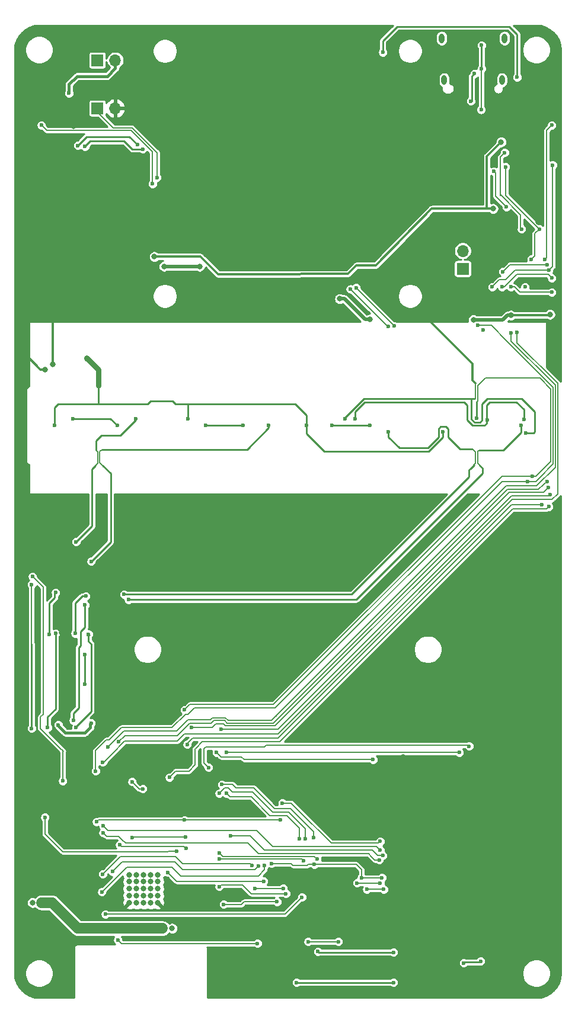
<source format=gbr>
G04 #@! TF.GenerationSoftware,KiCad,Pcbnew,5.1.5+dfsg1-2build2*
G04 #@! TF.CreationDate,2022-08-16T14:09:05+02:00*
G04 #@! TF.ProjectId,qCamPCR,7143616d-5043-4522-9e6b-696361645f70,rev?*
G04 #@! TF.SameCoordinates,Original*
G04 #@! TF.FileFunction,Copper,L2,Bot*
G04 #@! TF.FilePolarity,Positive*
%FSLAX46Y46*%
G04 Gerber Fmt 4.6, Leading zero omitted, Abs format (unit mm)*
G04 Created by KiCad (PCBNEW 5.1.5+dfsg1-2build2) date 2022-08-16 14:09:05*
%MOMM*%
%LPD*%
G04 APERTURE LIST*
%ADD10C,0.800000*%
%ADD11O,0.800000X1.400000*%
%ADD12R,1.700000X1.700000*%
%ADD13O,1.700000X1.700000*%
%ADD14C,0.600000*%
%ADD15C,0.250000*%
%ADD16C,0.152400*%
%ADD17C,0.300000*%
%ADD18C,0.150000*%
%ADD19C,0.400000*%
%ADD20C,0.500000*%
%ADD21C,1.500000*%
%ADD22C,0.800000*%
%ADD23C,0.254000*%
G04 APERTURE END LIST*
D10*
X77400000Y-155880000D03*
X77400000Y-154880000D03*
X77400000Y-153880000D03*
X77400000Y-152880000D03*
X77400000Y-151880000D03*
X79400000Y-155880000D03*
X79400000Y-154880000D03*
X79400000Y-153880000D03*
X79400000Y-152880000D03*
X79400000Y-151880000D03*
X78400000Y-151880000D03*
X78400000Y-152880000D03*
X78400000Y-153880000D03*
X78400000Y-154880000D03*
X78400000Y-155880000D03*
X80400000Y-155880000D03*
X80400000Y-154880000D03*
X80400000Y-153880000D03*
X80400000Y-152880000D03*
X80400000Y-151880000D03*
X81400000Y-151880000D03*
X81400000Y-152880000D03*
X81400000Y-153880000D03*
X81400000Y-154880000D03*
X81400000Y-155880000D03*
D11*
X130970000Y-32350000D03*
X121990000Y-32350000D03*
X122350000Y-38300000D03*
X130610000Y-38300000D03*
D12*
X125000000Y-65270000D03*
D13*
X125000000Y-62730000D03*
X75362000Y-35484000D03*
D12*
X72822000Y-35484000D03*
X72822000Y-42342000D03*
D13*
X75362000Y-42342000D03*
D14*
X108195000Y-86707192D03*
X134026800Y-88764592D03*
D10*
X109271000Y-151562000D03*
X98984000Y-152959000D03*
X108128000Y-164008000D03*
X108128000Y-165151000D03*
X85522000Y-160960000D03*
X84379000Y-160960000D03*
X93650000Y-160706000D03*
X90221000Y-168072000D03*
X134036000Y-151181000D03*
X131369000Y-167818000D03*
X112065000Y-139243000D03*
X116510000Y-135052000D03*
X116510000Y-137465000D03*
X116510000Y-141402000D03*
X125400000Y-159436000D03*
X119050000Y-159436000D03*
X113335000Y-166167000D03*
X116383000Y-154483000D03*
X138100000Y-148895000D03*
X135814000Y-110668000D03*
X130353000Y-121590000D03*
X74092000Y-117526000D03*
X75743000Y-123368000D03*
X67742000Y-117272000D03*
X67996000Y-124638000D03*
X72949000Y-132639000D03*
X66726000Y-131623000D03*
X64059000Y-134798000D03*
X82982000Y-136322000D03*
X67742000Y-101397000D03*
X67742000Y-100381000D03*
X67742000Y-99365000D03*
X66218000Y-101397000D03*
X67361000Y-161214000D03*
X67996000Y-162357000D03*
X66980000Y-159690000D03*
X73965000Y-61519000D03*
X71933000Y-61519000D03*
X73838000Y-67615000D03*
X73838000Y-68631000D03*
X72949000Y-69393000D03*
X66472000Y-78918000D03*
X65329000Y-79680000D03*
X78283000Y-62027000D03*
X78283000Y-62916000D03*
X78537000Y-65710000D03*
X78664000Y-67742000D03*
X78664000Y-68631000D03*
X77775000Y-69266000D03*
X79299000Y-71298000D03*
X74092000Y-48057000D03*
X74092000Y-49200000D03*
X69393000Y-44882000D03*
X69139000Y-42342000D03*
X129464000Y-37516000D03*
X129464000Y-36500000D03*
X132385000Y-40818000D03*
X132385000Y-39929000D03*
X123876000Y-37389000D03*
X123241000Y-36754000D03*
X120828000Y-39802000D03*
X121082000Y-38786000D03*
X123622000Y-59487000D03*
X125273000Y-59487000D03*
X130861000Y-59487000D03*
X134798000Y-59614000D03*
X135814000Y-58598000D03*
X121082000Y-71171000D03*
X121336000Y-70028000D03*
X79299000Y-64948000D03*
X74092000Y-109144000D03*
X125527000Y-110668000D03*
X62281000Y-77267000D03*
X67678500Y-71234500D03*
X118161000Y-61900000D03*
X120256500Y-71806000D03*
X105588000Y-70917000D03*
X74981000Y-136195000D03*
D14*
X113462000Y-152324000D03*
X110541000Y-152324000D03*
X103810000Y-150419000D03*
X97714000Y-150292000D03*
X79299000Y-139624000D03*
X77775000Y-138608000D03*
X85395000Y-146482000D03*
X77775000Y-146609000D03*
X113208000Y-153086000D03*
X109906000Y-153086000D03*
X104191000Y-149657000D03*
X90221000Y-148768000D03*
X85522000Y-148133000D03*
X75997000Y-147625000D03*
X71933000Y-130226000D03*
X67234000Y-130480000D03*
D10*
X107429500Y-69583500D03*
X111747500Y-72504500D03*
X63551000Y-155880000D03*
X64821000Y-155880000D03*
X82093000Y-159563000D03*
X83490000Y-159563000D03*
X82347000Y-64948000D03*
X87427000Y-64948000D03*
X126543000Y-72568000D03*
X131877000Y-71933000D03*
X137465000Y-71806000D03*
D14*
X115113000Y-162992000D03*
X104318000Y-162865000D03*
X90221000Y-149657000D03*
X102286000Y-149911000D03*
X102032000Y-155118000D03*
X73965000Y-157531000D03*
X115113000Y-167310000D03*
X101270000Y-167310000D03*
X99746000Y-154610000D03*
X90221000Y-153594000D03*
X98984000Y-144069000D03*
X72695000Y-144323000D03*
X136258500Y-98984000D03*
X85268000Y-144069000D03*
X85649000Y-133274000D03*
X99365000Y-153848000D03*
X95301000Y-153848000D03*
X98476000Y-155753000D03*
X90856000Y-156134000D03*
X95682000Y-161722000D03*
X75743000Y-161214000D03*
X96571000Y-152832000D03*
X82855000Y-151562000D03*
X96698000Y-150546000D03*
X73457000Y-154356000D03*
X95809000Y-150673000D03*
X74981000Y-151435000D03*
X94920000Y-150546000D03*
X73584000Y-151816000D03*
X126670000Y-37389000D03*
X126162000Y-41326000D03*
X113208000Y-147117000D03*
X99238000Y-141656000D03*
X113208000Y-148387000D03*
X73647500Y-144894500D03*
X113589000Y-149149000D03*
X91872000Y-146355000D03*
X113081000Y-149784000D03*
X73647500Y-145910500D03*
X75657600Y-87697792D03*
X69333000Y-86707192D03*
X102540000Y-146736000D03*
X90221000Y-140259000D03*
X102921000Y-161468000D03*
X107239000Y-161468000D03*
X101651000Y-146736000D03*
X91237000Y-140259000D03*
X127686000Y-36690500D03*
X127622500Y-42532500D03*
X70028000Y-47676000D03*
X78537000Y-47549000D03*
X127686000Y-33325000D03*
X71044000Y-47803000D03*
X79299000Y-48184000D03*
X113589000Y-34341000D03*
X132766000Y-37897000D03*
D10*
X129337000Y-56693000D03*
X130480000Y-47168000D03*
X80950000Y-63551000D03*
D14*
X130988000Y-48692000D03*
X133401000Y-59614000D03*
X133909000Y-67869000D03*
X131115000Y-50724000D03*
X134798000Y-63932000D03*
X135941000Y-59614000D03*
X131877000Y-74473000D03*
X74346000Y-133655000D03*
X132766000Y-74346000D03*
X73584000Y-135814000D03*
X102708600Y-87697792D03*
X85716000Y-86707192D03*
X66666000Y-87697792D03*
X122139600Y-88612192D03*
D10*
X71376500Y-78156000D03*
D14*
X93640800Y-87697792D03*
X88306800Y-87697792D03*
X111700200Y-87697792D03*
X106290000Y-87697792D03*
X113716000Y-153975000D03*
X111303000Y-153975000D03*
X103683000Y-146609000D03*
X90602000Y-138989000D03*
X112192000Y-135433000D03*
X89840000Y-134417000D03*
X124511000Y-134417000D03*
X91237000Y-134417000D03*
X90475000Y-131115000D03*
X137465000Y-97587000D03*
X134290000Y-95682000D03*
X72568000Y-137084000D03*
X81331000Y-52248000D03*
X109779000Y-67996000D03*
X115240000Y-73457000D03*
X127178000Y-73393500D03*
X133722000Y-86783392D03*
X128540400Y-86935792D03*
X127016400Y-86630992D03*
X109642800Y-86707192D03*
X134925000Y-94920000D03*
X85268000Y-128321000D03*
X65329000Y-143688000D03*
X84125000Y-148514000D03*
X66853000Y-117399000D03*
X65710000Y-130861000D03*
X71552000Y-117526000D03*
X69774000Y-130861000D03*
X129464000Y-51359000D03*
X131242000Y-56439000D03*
X63424000Y-130988000D03*
X63424000Y-110414000D03*
X71044000Y-113335000D03*
X69393000Y-129845000D03*
X71044000Y-120447000D03*
X71044000Y-124638000D03*
X69774000Y-104318000D03*
X78324600Y-86707192D03*
X71933000Y-107112000D03*
X97298400Y-87697792D03*
X114367200Y-88612192D03*
X65964000Y-117526000D03*
X76632000Y-111811000D03*
X66853000Y-111557000D03*
X133341000Y-87697792D03*
X69647000Y-117399000D03*
X77267000Y-112573000D03*
X71171000Y-112065000D03*
X137719000Y-44755000D03*
X136703000Y-63932000D03*
X137719000Y-68631000D03*
X131877000Y-67869000D03*
X137846000Y-50470000D03*
X137274500Y-65519500D03*
X129210000Y-67869000D03*
X130607000Y-67869000D03*
X137719000Y-66599000D03*
X130734000Y-65710000D03*
X137084000Y-64694000D03*
X68758000Y-40183000D03*
X64821000Y-44755000D03*
X108953500Y-68186500D03*
X137020500Y-95682000D03*
X75870000Y-132893000D03*
X80696000Y-53137000D03*
X127876500Y-74028500D03*
X114351000Y-73520500D03*
X137211000Y-96571000D03*
X86284000Y-130861000D03*
X63551000Y-109271000D03*
X67869000Y-138481000D03*
X125908000Y-133528000D03*
X88697000Y-136576000D03*
X137274500Y-99301500D03*
X83109000Y-137973000D03*
X127559000Y-164262000D03*
X125146000Y-164516000D03*
D15*
X108195000Y-86707192D02*
X108195000Y-86554792D01*
X108195000Y-86554792D02*
X110862000Y-83887792D01*
D16*
X126847600Y-83751792D02*
X126711600Y-83887792D01*
X126847600Y-83294592D02*
X126847600Y-83751792D01*
D15*
X110862000Y-83887792D02*
X122749200Y-83887792D01*
X122749200Y-83887792D02*
X126254400Y-83887792D01*
X126254400Y-83887792D02*
X126711600Y-83887792D01*
X126254400Y-83887792D02*
X126254400Y-86783392D01*
X126254400Y-86783392D02*
X126711600Y-87240592D01*
X126711600Y-87240592D02*
X127473600Y-87240592D01*
X127473600Y-87240592D02*
X127778400Y-86935792D01*
X127778400Y-86935792D02*
X127778400Y-84649792D01*
X127778400Y-84649792D02*
X128540400Y-83887792D01*
X128540400Y-83887792D02*
X133417200Y-83887792D01*
X133417200Y-83887792D02*
X135246000Y-85716592D01*
X135246000Y-85716592D02*
X135246000Y-88612192D01*
X135093600Y-88764592D02*
X134026800Y-88764592D01*
X135246000Y-88612192D02*
X135093600Y-88764592D01*
D17*
X64694000Y-79680000D02*
X62281000Y-77267000D01*
X65329000Y-79680000D02*
X64694000Y-79680000D01*
X66472000Y-72441000D02*
X67678500Y-71234500D01*
X66472000Y-78918000D02*
X66472000Y-72441000D01*
X121082000Y-71171000D02*
X120891500Y-71171000D01*
X120256500Y-71806000D02*
X120256500Y-72758500D01*
X120256500Y-72758500D02*
X126352500Y-78854500D01*
X126352500Y-81204000D02*
X126797000Y-81648500D01*
X126352500Y-78854500D02*
X126352500Y-81204000D01*
D18*
X126797000Y-81648500D02*
X126847600Y-83294592D01*
D16*
X113462000Y-152324000D02*
X111684000Y-152324000D01*
X111684000Y-152324000D02*
X111303000Y-152324000D01*
X111303000Y-152324000D02*
X110541000Y-152324000D01*
X103810000Y-150419000D02*
X102921000Y-150419000D01*
X102921000Y-150419000D02*
X102794000Y-150546000D01*
X102794000Y-150546000D02*
X100762000Y-150546000D01*
X100508000Y-150292000D02*
X97714000Y-150292000D01*
X100762000Y-150546000D02*
X100508000Y-150292000D01*
X110541000Y-152324000D02*
X110541000Y-151181000D01*
X109779000Y-150419000D02*
X103810000Y-150419000D01*
X110541000Y-151181000D02*
X109779000Y-150419000D01*
X78791000Y-139624000D02*
X77775000Y-138608000D01*
X79299000Y-139624000D02*
X78791000Y-139624000D01*
X77902000Y-146482000D02*
X77775000Y-146609000D01*
X85395000Y-146482000D02*
X77902000Y-146482000D01*
X113208000Y-153086000D02*
X109906000Y-153086000D01*
X104191000Y-149657000D02*
X103810000Y-149276000D01*
X103810000Y-149276000D02*
X102667000Y-149276000D01*
X90729000Y-149276000D02*
X90221000Y-148768000D01*
X102667000Y-149276000D02*
X90729000Y-149276000D01*
X85522000Y-148133000D02*
X85395000Y-148006000D01*
X85522000Y-148133000D02*
X85395000Y-148133000D01*
X85395000Y-148133000D02*
X85141000Y-147879000D01*
X76251000Y-147879000D02*
X75997000Y-147625000D01*
X85141000Y-147879000D02*
X76251000Y-147879000D01*
D15*
X71933000Y-130226000D02*
X71806000Y-130353000D01*
D19*
X71806000Y-130353000D02*
X71806000Y-130861000D01*
X71806000Y-130861000D02*
X71044000Y-131623000D01*
X71044000Y-131623000D02*
X68250000Y-131623000D01*
D15*
X67234000Y-130607000D02*
X67234000Y-130480000D01*
D19*
X68250000Y-131623000D02*
X67234000Y-130607000D01*
D20*
X107429500Y-69583500D02*
X108128000Y-69583500D01*
X111049000Y-72504500D02*
X111747500Y-72504500D01*
X108128000Y-69583500D02*
X111049000Y-72504500D01*
D21*
X64821000Y-155880000D02*
X66345000Y-155880000D01*
X70028000Y-159563000D02*
X82093000Y-159563000D01*
X66345000Y-155880000D02*
X70028000Y-159563000D01*
D20*
X126543000Y-72568000D02*
X130734000Y-72568000D01*
X131369000Y-71933000D02*
X131877000Y-71933000D01*
X130734000Y-72568000D02*
X131369000Y-71933000D01*
D17*
X137338000Y-71933000D02*
X137465000Y-71806000D01*
X131877000Y-71933000D02*
X137338000Y-71933000D01*
D20*
X82347000Y-64948000D02*
X87427000Y-64948000D01*
D15*
X115113000Y-162992000D02*
X109652000Y-162992000D01*
X104445000Y-162992000D02*
X104318000Y-162865000D01*
X109652000Y-162992000D02*
X104445000Y-162992000D01*
D16*
X102286000Y-149911000D02*
X102032000Y-149657000D01*
X102032000Y-149657000D02*
X90221000Y-149657000D01*
X102032000Y-155118000D02*
X100508000Y-156642000D01*
X100508000Y-156642000D02*
X100000000Y-157150000D01*
X100000000Y-157150000D02*
X99619000Y-157531000D01*
X75743000Y-157531000D02*
X75616000Y-157531000D01*
X75997000Y-157531000D02*
X73965000Y-157531000D01*
X99619000Y-157531000D02*
X75997000Y-157531000D01*
X75997000Y-157531000D02*
X75743000Y-157531000D01*
D15*
X115113000Y-167310000D02*
X101270000Y-167310000D01*
D16*
X99746000Y-154610000D02*
X99365000Y-154610000D01*
X99365000Y-154610000D02*
X94793000Y-154610000D01*
X94793000Y-154610000D02*
X93523000Y-153340000D01*
X90475000Y-153340000D02*
X90221000Y-153594000D01*
X93523000Y-153340000D02*
X90475000Y-153340000D01*
X99365000Y-131623000D02*
X98603000Y-132385000D01*
X98603000Y-132385000D02*
X96825000Y-132385000D01*
X132004000Y-98984000D02*
X131750000Y-99238000D01*
X136258500Y-98984000D02*
X132004000Y-98984000D01*
X131750000Y-99238000D02*
X99365000Y-131623000D01*
X75108000Y-144069000D02*
X72949000Y-144069000D01*
X72949000Y-144069000D02*
X72695000Y-144323000D01*
X84760000Y-144069000D02*
X75108000Y-144069000D01*
X75108000Y-144069000D02*
X74092000Y-144069000D01*
X98984000Y-144069000D02*
X85268000Y-144069000D01*
X85268000Y-144069000D02*
X84760000Y-144069000D01*
X85649000Y-133274000D02*
X85649000Y-133147000D01*
X86411000Y-132385000D02*
X87681000Y-132385000D01*
X85649000Y-133147000D02*
X86411000Y-132385000D01*
X87681000Y-132385000D02*
X87554000Y-132385000D01*
X96825000Y-132385000D02*
X87681000Y-132385000D01*
X99365000Y-153848000D02*
X95301000Y-153848000D01*
X97333000Y-155753000D02*
X98476000Y-155753000D01*
X97714000Y-155753000D02*
X97333000Y-155753000D01*
X90856000Y-156134000D02*
X93396000Y-156134000D01*
X93396000Y-156134000D02*
X93777000Y-155753000D01*
X97333000Y-155753000D02*
X93777000Y-155753000D01*
X95682000Y-161722000D02*
X84760000Y-161722000D01*
X84760000Y-161722000D02*
X84506000Y-161722000D01*
X76251000Y-161722000D02*
X75743000Y-161214000D01*
X77013000Y-161722000D02*
X76251000Y-161722000D01*
X84760000Y-161722000D02*
X77013000Y-161722000D01*
X77013000Y-161722000D02*
X76759000Y-161722000D01*
X96571000Y-152832000D02*
X85014000Y-152832000D01*
X84125000Y-152832000D02*
X82855000Y-151562000D01*
X85014000Y-152832000D02*
X84125000Y-152832000D01*
X96698000Y-150546000D02*
X96698000Y-151054000D01*
X96698000Y-151054000D02*
X96698000Y-151181000D01*
X96698000Y-151181000D02*
X95809000Y-152070000D01*
X85014000Y-152070000D02*
X84760000Y-152070000D01*
X95809000Y-152070000D02*
X85014000Y-152070000D01*
X84760000Y-152070000D02*
X83490000Y-150800000D01*
X83490000Y-150800000D02*
X77013000Y-150800000D01*
X77013000Y-150800000D02*
X73457000Y-154356000D01*
X76378000Y-150038000D02*
X74981000Y-151435000D01*
X83871000Y-150038000D02*
X76378000Y-150038000D01*
X95301000Y-151181000D02*
X85014000Y-151181000D01*
X85014000Y-151181000D02*
X83871000Y-150038000D01*
X95809000Y-150673000D02*
X95301000Y-151181000D01*
X76124000Y-149276000D02*
X73584000Y-151816000D01*
X85014000Y-150292000D02*
X83998000Y-149276000D01*
X94666000Y-150292000D02*
X85014000Y-150292000D01*
X83998000Y-149276000D02*
X76124000Y-149276000D01*
X94920000Y-150546000D02*
X94666000Y-150292000D01*
D15*
X126289000Y-37770000D02*
X126289000Y-41326000D01*
X126670000Y-37389000D02*
X126289000Y-37770000D01*
D16*
X112954000Y-147371000D02*
X113208000Y-147117000D01*
X106477000Y-147371000D02*
X106223000Y-147371000D01*
X106350000Y-147371000D02*
X106477000Y-147371000D01*
X106477000Y-147371000D02*
X112954000Y-147371000D01*
X106223000Y-147371000D02*
X101524000Y-142672000D01*
X101524000Y-142672000D02*
X101270000Y-142418000D01*
X100508000Y-141656000D02*
X99238000Y-141656000D01*
X101524000Y-142672000D02*
X100508000Y-141656000D01*
X113208000Y-148387000D02*
X112700000Y-147879000D01*
X112700000Y-147879000D02*
X108763000Y-147879000D01*
X98857000Y-147879000D02*
X97841000Y-147879000D01*
X108763000Y-147879000D02*
X98857000Y-147879000D01*
X97841000Y-147879000D02*
X95555000Y-145593000D01*
X95555000Y-145593000D02*
X82474000Y-145593000D01*
X82474000Y-145593000D02*
X82347000Y-145593000D01*
X74346000Y-145593000D02*
X73647500Y-144894500D01*
X76378000Y-145593000D02*
X74346000Y-145593000D01*
X82474000Y-145593000D02*
X76378000Y-145593000D01*
X113589000Y-149149000D02*
X113462000Y-149022000D01*
X113589000Y-149149000D02*
X112827000Y-149149000D01*
X112827000Y-149149000D02*
X112065000Y-148387000D01*
X97968000Y-148387000D02*
X96698000Y-148387000D01*
X112065000Y-148387000D02*
X97968000Y-148387000D01*
X94666000Y-146355000D02*
X91872000Y-146355000D01*
X96698000Y-148387000D02*
X94666000Y-146355000D01*
X113081000Y-149784000D02*
X112446000Y-149784000D01*
X111938000Y-149276000D02*
X111557000Y-148895000D01*
X112446000Y-149784000D02*
X111938000Y-149276000D01*
X111557000Y-148895000D02*
X104064000Y-148895000D01*
X96571000Y-148895000D02*
X95809000Y-148895000D01*
X104064000Y-148895000D02*
X96571000Y-148895000D01*
X95809000Y-148895000D02*
X94285000Y-147371000D01*
X94285000Y-147371000D02*
X76886000Y-147371000D01*
X76886000Y-147371000D02*
X76378000Y-146926500D01*
X74155500Y-146418500D02*
X73647500Y-145910500D01*
X75870000Y-146418500D02*
X74155500Y-146418500D01*
X76378000Y-146926500D02*
X75870000Y-146418500D01*
D15*
X74667000Y-86707192D02*
X75657600Y-87697792D01*
X69333000Y-86707192D02*
X74667000Y-86707192D01*
D16*
X102540000Y-146736000D02*
X102540000Y-145593000D01*
X102540000Y-146736000D02*
X102540000Y-145339000D01*
X102540000Y-145339000D02*
X100127000Y-142926000D01*
X100127000Y-142926000D02*
X97841000Y-142926000D01*
X97841000Y-142926000D02*
X94983500Y-140068500D01*
X92697500Y-140068500D02*
X92062500Y-140068500D01*
X94983500Y-140068500D02*
X92697500Y-140068500D01*
X92697500Y-140068500D02*
X92316500Y-140068500D01*
X92062500Y-140068500D02*
X91491000Y-139497000D01*
X90983000Y-139497000D02*
X90221000Y-140259000D01*
X91491000Y-139497000D02*
X90983000Y-139497000D01*
X102921000Y-161468000D02*
X107239000Y-161468000D01*
X101651000Y-146736000D02*
X101651000Y-145593000D01*
X101651000Y-145212000D02*
X101651000Y-146736000D01*
X99873000Y-143434000D02*
X101651000Y-145212000D01*
X97460000Y-143434000D02*
X99873000Y-143434000D01*
X94793000Y-140767000D02*
X97460000Y-143434000D01*
X91745000Y-140767000D02*
X91237000Y-140259000D01*
X92888000Y-140767000D02*
X91745000Y-140767000D01*
X94793000Y-140767000D02*
X92888000Y-140767000D01*
X127686000Y-42469000D02*
X127622500Y-42532500D01*
X127686000Y-36690500D02*
X127686000Y-42469000D01*
D15*
X70028000Y-47676000D02*
X71298000Y-46406000D01*
X77394000Y-46406000D02*
X78537000Y-47549000D01*
X71298000Y-46406000D02*
X77394000Y-46406000D01*
X127686000Y-33325000D02*
X127686000Y-36690500D01*
X71044000Y-47803000D02*
X71806000Y-47041000D01*
X71806000Y-47041000D02*
X76632000Y-47041000D01*
X77775000Y-48184000D02*
X79299000Y-48184000D01*
X76632000Y-47041000D02*
X77775000Y-48184000D01*
X132766000Y-36881000D02*
X132766000Y-37897000D01*
X131623000Y-30658000D02*
X132766000Y-31801000D01*
X115621000Y-30658000D02*
X131623000Y-30658000D01*
X113589000Y-32690000D02*
X115621000Y-30658000D01*
X132766000Y-31801000D02*
X132766000Y-36881000D01*
X113589000Y-34341000D02*
X113589000Y-32690000D01*
D17*
X128448000Y-49200000D02*
X130480000Y-47168000D01*
X128448000Y-55804000D02*
X128448000Y-49200000D01*
X128448000Y-55804000D02*
X128448000Y-56693000D01*
X128448000Y-56693000D02*
X120574000Y-56693000D01*
X129337000Y-56693000D02*
X128448000Y-56693000D01*
X109779000Y-64821000D02*
X112573000Y-64821000D01*
X108572500Y-66027500D02*
X109779000Y-64821000D01*
X120574000Y-56693000D02*
X112573000Y-64821000D01*
X80950000Y-63551000D02*
X87554000Y-63551000D01*
X90094000Y-66091000D02*
X94920000Y-66091000D01*
X87554000Y-63551000D02*
X90094000Y-66091000D01*
X94920000Y-66091000D02*
X108572500Y-66027500D01*
D16*
X130988000Y-48692000D02*
X130353000Y-49327000D01*
X133401000Y-59614000D02*
X133274000Y-59487000D01*
X133274000Y-57582000D02*
X130353000Y-54661000D01*
X133274000Y-59487000D02*
X133274000Y-57582000D01*
X130353000Y-54661000D02*
X130353000Y-54788000D01*
X130353000Y-49327000D02*
X130353000Y-54661000D01*
X131115000Y-54407000D02*
X131115000Y-50724000D01*
X131115000Y-54788000D02*
X131115000Y-54407000D01*
X135941000Y-59614000D02*
X131115000Y-54788000D01*
X135941000Y-59614000D02*
X135306000Y-60249000D01*
X135306000Y-63043000D02*
X135306000Y-63424000D01*
X135306000Y-60249000D02*
X135306000Y-63043000D01*
X135306000Y-63424000D02*
X134798000Y-63932000D01*
X137782500Y-81458000D02*
X131877000Y-75616000D01*
X138227000Y-81902500D02*
X137782500Y-81458000D01*
X138227000Y-93650000D02*
X138227000Y-81902500D01*
X131877000Y-75616000D02*
X131877000Y-74473000D01*
X135560000Y-96317000D02*
X131623000Y-96317000D01*
X135560000Y-96317000D02*
X138227000Y-93650000D01*
X131623000Y-96317000D02*
X131242000Y-96317000D01*
X98476000Y-129083000D02*
X97714000Y-129845000D01*
X131242000Y-96317000D02*
X98476000Y-129083000D01*
X98476000Y-129083000D02*
X98349000Y-129210000D01*
X97714000Y-129845000D02*
X91999000Y-129845000D01*
X91999000Y-129845000D02*
X91491000Y-129845000D01*
X91491000Y-129845000D02*
X91110000Y-129464000D01*
X88951000Y-129718000D02*
X89205000Y-129464000D01*
X85776000Y-129718000D02*
X88951000Y-129718000D01*
X84125000Y-131369000D02*
X85776000Y-129718000D01*
X91110000Y-129464000D02*
X89205000Y-129464000D01*
X76632000Y-131369000D02*
X74346000Y-133655000D01*
X77267000Y-131369000D02*
X77394000Y-131369000D01*
X77394000Y-131369000D02*
X76632000Y-131369000D01*
X77394000Y-131369000D02*
X84125000Y-131369000D01*
X132766000Y-74346000D02*
X132766000Y-75870000D01*
X138417500Y-81521500D02*
X138481000Y-81585000D01*
X132766000Y-75870000D02*
X138417500Y-81521500D01*
X138544500Y-81648500D02*
X138417500Y-81521500D01*
X138544500Y-97460000D02*
X138544500Y-81648500D01*
X137719000Y-98285500D02*
X138544500Y-97460000D01*
X132194500Y-98285500D02*
X132067500Y-98285500D01*
X132194500Y-98285500D02*
X137719000Y-98285500D01*
X132067500Y-98285500D02*
X99873000Y-130480000D01*
X99873000Y-130480000D02*
X98603000Y-131750000D01*
X98603000Y-131750000D02*
X94031000Y-131750000D01*
X94031000Y-131750000D02*
X85268000Y-131750000D01*
X85268000Y-131750000D02*
X84252000Y-132766000D01*
X84252000Y-132766000D02*
X76759000Y-132766000D01*
X76759000Y-132766000D02*
X76632000Y-132893000D01*
X76632000Y-132893000D02*
X74981000Y-134544000D01*
X73711000Y-135814000D02*
X73584000Y-135814000D01*
X74981000Y-134544000D02*
X73711000Y-135814000D01*
D15*
X66666000Y-87697792D02*
X66666000Y-85106992D01*
X67199400Y-84573592D02*
X72990600Y-84573592D01*
X66666000Y-85106992D02*
X67199400Y-84573592D01*
X85716000Y-86707192D02*
X85716000Y-84573592D01*
X74514600Y-84573592D02*
X75581400Y-84573592D01*
X72990600Y-84573592D02*
X74514600Y-84573592D01*
X74514600Y-84573592D02*
X78553200Y-84573592D01*
X78553200Y-84573592D02*
X79467600Y-84573592D01*
X102708600Y-86249992D02*
X102708600Y-87697792D01*
X101032200Y-84573592D02*
X102708600Y-86249992D01*
X85716000Y-84573592D02*
X101032200Y-84573592D01*
X80001000Y-84573592D02*
X78553200Y-84573592D01*
X80382000Y-84192592D02*
X80001000Y-84573592D01*
X83963400Y-84573592D02*
X83582400Y-84192592D01*
X83582400Y-84192592D02*
X80382000Y-84192592D01*
X85716000Y-84573592D02*
X83963400Y-84573592D01*
X122139600Y-89374192D02*
X122139600Y-88612192D01*
X105223200Y-91355392D02*
X120158400Y-91355392D01*
X120158400Y-91355392D02*
X122139600Y-89374192D01*
X102708600Y-88840792D02*
X105223200Y-91355392D01*
X102708600Y-87697792D02*
X102708600Y-88840792D01*
D22*
X72990600Y-79721600D02*
X71298000Y-78029000D01*
D15*
X72990600Y-80763592D02*
X72990600Y-82007600D01*
X72990600Y-82007600D02*
X72990600Y-84573592D01*
D22*
X72990600Y-82007600D02*
X72990600Y-79721600D01*
D15*
X88306800Y-87697792D02*
X93640800Y-87697792D01*
X106290000Y-87697792D02*
X111700200Y-87697792D01*
D16*
X113716000Y-153975000D02*
X111303000Y-153975000D01*
X100381000Y-142418000D02*
X98095000Y-142418000D01*
X103683000Y-145720000D02*
X100381000Y-142418000D01*
X103683000Y-146609000D02*
X103683000Y-145720000D01*
X95174000Y-139497000D02*
X92634000Y-139497000D01*
X98095000Y-142418000D02*
X95174000Y-139497000D01*
X92126000Y-138989000D02*
X90602000Y-138989000D01*
X92634000Y-139497000D02*
X92126000Y-138989000D01*
X112192000Y-135433000D02*
X105207000Y-135433000D01*
X105207000Y-135433000D02*
X104826000Y-135433000D01*
X105207000Y-135433000D02*
X97714000Y-135433000D01*
X97714000Y-135433000D02*
X97333000Y-135433000D01*
X89840000Y-134417000D02*
X90475000Y-135052000D01*
X95047000Y-135433000D02*
X93777000Y-135433000D01*
X97714000Y-135433000D02*
X95047000Y-135433000D01*
X95047000Y-135433000D02*
X94666000Y-135433000D01*
X93777000Y-135433000D02*
X93396000Y-135052000D01*
X90475000Y-135052000D02*
X93396000Y-135052000D01*
X124511000Y-134417000D02*
X99111000Y-134417000D01*
X99111000Y-134417000D02*
X98095000Y-134417000D01*
X98095000Y-134417000D02*
X97333000Y-134417000D01*
X98095000Y-134417000D02*
X96571000Y-134417000D01*
X96571000Y-134417000D02*
X91237000Y-134417000D01*
X96571000Y-134417000D02*
X95301000Y-134417000D01*
X137274500Y-97777500D02*
X137465000Y-97587000D01*
X136068000Y-97777500D02*
X137274500Y-97777500D01*
X136195000Y-97777500D02*
X136068000Y-97777500D01*
X98603000Y-131115000D02*
X97968000Y-131115000D01*
X131940500Y-97777500D02*
X98603000Y-131115000D01*
X136068000Y-97777500D02*
X131940500Y-97777500D01*
X97968000Y-131115000D02*
X98095000Y-131115000D01*
X90475000Y-131115000D02*
X97968000Y-131115000D01*
X72822000Y-42342000D02*
X72822000Y-42850000D01*
X72822000Y-42850000D02*
X75108000Y-45136000D01*
X75108000Y-45136000D02*
X77775000Y-45136000D01*
X137909500Y-93205500D02*
X137909500Y-82283500D01*
X137909500Y-82283500D02*
X137909500Y-82220000D01*
X135433000Y-95682000D02*
X135941000Y-95174000D01*
X134417000Y-95682000D02*
X135433000Y-95682000D01*
X135941000Y-95174000D02*
X137909500Y-93205500D01*
X134417000Y-95682000D02*
X130607000Y-95682000D01*
X130607000Y-95682000D02*
X98222000Y-128067000D01*
X83490000Y-130861000D02*
X85395000Y-128956000D01*
X86665000Y-128067000D02*
X85776000Y-128956000D01*
X98222000Y-128067000D02*
X86665000Y-128067000D01*
X85395000Y-128956000D02*
X85776000Y-128956000D01*
X77521000Y-130861000D02*
X76251000Y-130861000D01*
X77140000Y-130861000D02*
X77521000Y-130861000D01*
X77521000Y-130861000D02*
X83490000Y-130861000D01*
X76251000Y-130861000D02*
X74473000Y-132639000D01*
X72568000Y-134163000D02*
X74092000Y-132639000D01*
X74473000Y-132639000D02*
X74092000Y-132639000D01*
X72568000Y-134163000D02*
X72568000Y-137084000D01*
X110795000Y-69012000D02*
X115240000Y-73457000D01*
X109779000Y-67996000D02*
X110795000Y-69012000D01*
X110795000Y-69012000D02*
X110922000Y-69139000D01*
X131083250Y-75393750D02*
X129337000Y-73647500D01*
X137909500Y-82220000D02*
X131083250Y-75393750D01*
X131083250Y-75393750D02*
X130924500Y-75235000D01*
X129083000Y-73393500D02*
X127178000Y-73393500D01*
X129337000Y-73647500D02*
X129083000Y-73393500D01*
X81331000Y-52248000D02*
X81331000Y-48692000D01*
X81077000Y-48438000D02*
X81331000Y-48692000D01*
X77775000Y-45136000D02*
X81077000Y-48438000D01*
X127152400Y-84208992D02*
X127016400Y-84344992D01*
X127152400Y-83904192D02*
X127152400Y-84208992D01*
D15*
X133722000Y-85411792D02*
X132655200Y-84344992D01*
X133722000Y-86783392D02*
X133722000Y-85411792D01*
D16*
X132655200Y-84344992D02*
X130826400Y-84344992D01*
X128388000Y-86783392D02*
X128540400Y-86783392D01*
X128540400Y-86783392D02*
X128692800Y-86935792D01*
D15*
X127016400Y-86630992D02*
X127016400Y-85868992D01*
X127016400Y-85868992D02*
X127016400Y-84344992D01*
D16*
X127016400Y-86021392D02*
X127016400Y-85868992D01*
D15*
X125644800Y-84802192D02*
X125644800Y-86935792D01*
X125187600Y-84344992D02*
X125644800Y-84802192D01*
X111014400Y-84344992D02*
X125187600Y-84344992D01*
X109642800Y-85716592D02*
X111014400Y-84344992D01*
X109642800Y-86707192D02*
X109642800Y-85716592D01*
X125644800Y-86935792D02*
X126406800Y-87697792D01*
X126406800Y-87697792D02*
X128083200Y-87697792D01*
X128083200Y-87697792D02*
X128388000Y-87392992D01*
X128388000Y-87392992D02*
X128388000Y-84802192D01*
X128845200Y-84344992D02*
X132655200Y-84344992D01*
X128388000Y-84802192D02*
X128845200Y-84344992D01*
D18*
X127152400Y-82055100D02*
X127152400Y-83904192D01*
D16*
X137592000Y-82474000D02*
X137592000Y-92824500D01*
X136004500Y-80886500D02*
X137592000Y-82474000D01*
X127152400Y-82055100D02*
X127152400Y-81991600D01*
X127152400Y-81991600D02*
X128257500Y-80886500D01*
X128257500Y-80886500D02*
X136004500Y-80886500D01*
X135433000Y-94920000D02*
X135941000Y-94412000D01*
X134925000Y-94920000D02*
X135433000Y-94920000D01*
X137592000Y-92824500D02*
X135941000Y-94412000D01*
X130607000Y-94920000D02*
X134925000Y-94920000D01*
X97968000Y-127559000D02*
X130607000Y-94920000D01*
X86030000Y-127559000D02*
X97968000Y-127559000D01*
X85268000Y-128321000D02*
X86030000Y-127559000D01*
X65329000Y-145974000D02*
X65329000Y-143688000D01*
X67869000Y-148641000D02*
X65329000Y-146101000D01*
X65329000Y-146101000D02*
X65329000Y-145974000D01*
X82982000Y-148514000D02*
X82855000Y-148641000D01*
X82855000Y-148641000D02*
X67869000Y-148641000D01*
X84125000Y-148514000D02*
X82982000Y-148514000D01*
D15*
X66853000Y-117399000D02*
X66853000Y-125654000D01*
X66853000Y-125654000D02*
X66853000Y-128194000D01*
X66853000Y-128194000D02*
X65710000Y-129337000D01*
X65710000Y-129337000D02*
X65710000Y-130861000D01*
X71552000Y-117526000D02*
X71679000Y-117653000D01*
X71552000Y-117526000D02*
X71552000Y-118542000D01*
X71552000Y-118542000D02*
X71933000Y-118923000D01*
X71933000Y-118923000D02*
X71933000Y-128575000D01*
X69774000Y-130734000D02*
X69774000Y-130861000D01*
X71933000Y-128575000D02*
X69774000Y-130734000D01*
D16*
X129464000Y-51359000D02*
X129718000Y-51613000D01*
X129718000Y-54915000D02*
X131242000Y-56439000D01*
X129718000Y-54788000D02*
X129718000Y-54915000D01*
X129718000Y-51613000D02*
X129718000Y-54788000D01*
D15*
X63424000Y-118923000D02*
X63424000Y-130988000D01*
D16*
X63424000Y-110414000D02*
X63424000Y-118923000D01*
D15*
X71044000Y-113335000D02*
X71044000Y-116510000D01*
X71044000Y-116510000D02*
X70409000Y-117145000D01*
X70409000Y-117145000D02*
X70409000Y-119177000D01*
X70409000Y-119177000D02*
X70155000Y-119431000D01*
X70155000Y-119431000D02*
X70155000Y-128067000D01*
X69393000Y-128829000D02*
X69393000Y-129845000D01*
X70155000Y-128067000D02*
X69393000Y-128829000D01*
X71044000Y-120447000D02*
X71044000Y-121844000D01*
X71044000Y-121844000D02*
X71044000Y-124638000D01*
X72568000Y-93396000D02*
X72060000Y-93904000D01*
X78324600Y-86707192D02*
X78324600Y-86859592D01*
X78324600Y-86859592D02*
X76114800Y-89069392D01*
X76114800Y-89069392D02*
X73371600Y-89069392D01*
X72609600Y-89831392D02*
X73371600Y-89069392D01*
X72609600Y-91202992D02*
X72609600Y-89831392D01*
D16*
X72847600Y-93116400D02*
X72568000Y-93396000D01*
X72847600Y-91440992D02*
X72847600Y-93116400D01*
X72609600Y-91202992D02*
X72847600Y-91440992D01*
D15*
X72060000Y-102032000D02*
X69774000Y-104318000D01*
X72060000Y-96571000D02*
X72060000Y-102032000D01*
X72060000Y-93904000D02*
X72060000Y-96571000D01*
X72060000Y-96571000D02*
X72060000Y-96698000D01*
D16*
X73152400Y-91422192D02*
X73371600Y-91202992D01*
D15*
X97298400Y-87697792D02*
X97298400Y-88002592D01*
X97298400Y-88002592D02*
X94174200Y-91126792D01*
X94174200Y-91126792D02*
X74514600Y-91126792D01*
D16*
X73447800Y-91126792D02*
X73371600Y-91202992D01*
D15*
X74514600Y-91126792D02*
X73447800Y-91126792D01*
X73584000Y-93396000D02*
X74727000Y-94539000D01*
D16*
X73152400Y-92964400D02*
X73584000Y-93396000D01*
X73152400Y-92938600D02*
X73152400Y-92964400D01*
X73152400Y-92938600D02*
X73152400Y-91422192D01*
D15*
X74727000Y-104318000D02*
X71933000Y-107112000D01*
X74727000Y-96190000D02*
X74727000Y-104318000D01*
X74727000Y-94539000D02*
X74727000Y-96190000D01*
X74727000Y-96190000D02*
X74727000Y-96698000D01*
X126606500Y-93332500D02*
X126098500Y-93840500D01*
D16*
X126847600Y-91643792D02*
X126847600Y-91491392D01*
D15*
X126406800Y-91050592D02*
X126102000Y-91050592D01*
D16*
X126847600Y-91491392D02*
X126406800Y-91050592D01*
X126406800Y-91050592D02*
X126711600Y-91355392D01*
D15*
X115967400Y-90898192D02*
X114367200Y-89374192D01*
X120006000Y-90898192D02*
X115967400Y-90898192D01*
X121530000Y-88154992D02*
X121530000Y-89374192D01*
X114367200Y-89374192D02*
X114367200Y-88612192D01*
X121834800Y-87850192D02*
X121530000Y-88154992D01*
X121530000Y-89374192D02*
X120006000Y-90898192D01*
X122901600Y-88154992D02*
X122596800Y-87850192D01*
X122901600Y-89374192D02*
X122901600Y-88154992D01*
X122596800Y-87850192D02*
X121834800Y-87850192D01*
X124578000Y-91050592D02*
X122901600Y-89374192D01*
X124578000Y-91050592D02*
X126102000Y-91050592D01*
D18*
X126847600Y-93065600D02*
X126847600Y-91643792D01*
D16*
X126847600Y-93091400D02*
X126035000Y-93904000D01*
X126847600Y-93065600D02*
X126847600Y-93091400D01*
D15*
X65964000Y-117526000D02*
X65964000Y-113081000D01*
X125908000Y-94031000D02*
X125908000Y-95047000D01*
X125908000Y-94031000D02*
X126098500Y-93840500D01*
X125908000Y-95047000D02*
X109144000Y-111811000D01*
X109144000Y-111811000D02*
X76632000Y-111811000D01*
X66726000Y-112319000D02*
X66726000Y-111684000D01*
X66726000Y-111684000D02*
X66853000Y-111557000D01*
X65964000Y-113081000D02*
X66726000Y-112319000D01*
X127813000Y-93777000D02*
X127432000Y-93396000D01*
D16*
X127152400Y-91524192D02*
X127152400Y-91371792D01*
X127152400Y-91371792D02*
X127321200Y-91202992D01*
D15*
X133341000Y-87697792D02*
X133341000Y-88688392D01*
X130826400Y-91202992D02*
X131283600Y-90745792D01*
X127321200Y-91202992D02*
X130826400Y-91202992D01*
X131283600Y-90745792D02*
X131359800Y-90669592D01*
X133341000Y-88688392D02*
X131283600Y-90745792D01*
X69647000Y-117399000D02*
X69647000Y-113081000D01*
X69647000Y-113081000D02*
X70028000Y-112700000D01*
X70028000Y-112700000D02*
X70155000Y-112573000D01*
D16*
X127152400Y-92989400D02*
X127152400Y-93116400D01*
D18*
X127152400Y-92989400D02*
X127152400Y-91524192D01*
D16*
X127152400Y-93116400D02*
X127813000Y-93777000D01*
D15*
X127813000Y-94158000D02*
X127813000Y-94539000D01*
X127813000Y-94158000D02*
X127813000Y-93777000D01*
X127813000Y-94539000D02*
X109779000Y-112573000D01*
X79807000Y-112573000D02*
X77267000Y-112573000D01*
X109779000Y-112573000D02*
X79807000Y-112573000D01*
X70155000Y-112573000D02*
X70663000Y-112065000D01*
X70663000Y-112065000D02*
X71171000Y-112065000D01*
D16*
X137719000Y-44755000D02*
X136957000Y-45517000D01*
X136957000Y-63678000D02*
X136703000Y-63932000D01*
X136957000Y-62916000D02*
X136957000Y-63678000D01*
X136957000Y-45517000D02*
X136957000Y-62916000D01*
X133147000Y-68631000D02*
X132385000Y-67869000D01*
X137719000Y-68631000D02*
X133147000Y-68631000D01*
X132385000Y-67869000D02*
X131877000Y-67869000D01*
X137846000Y-50470000D02*
X137846000Y-64313000D01*
X137846000Y-64313000D02*
X137846000Y-64821000D01*
X137846000Y-64948000D02*
X137274500Y-65519500D01*
X137846000Y-64821000D02*
X137846000Y-64948000D01*
X137274500Y-65519500D02*
X132448500Y-65519500D01*
X132448500Y-65519500D02*
X131115000Y-66853000D01*
X130226000Y-66853000D02*
X129210000Y-67869000D01*
X131115000Y-66853000D02*
X130226000Y-66853000D01*
X130988000Y-67869000D02*
X130607000Y-67869000D01*
X137211000Y-66091000D02*
X132766000Y-66091000D01*
X132766000Y-66091000D02*
X130988000Y-67869000D01*
X137719000Y-66599000D02*
X137211000Y-66091000D01*
X130734000Y-65710000D02*
X131115000Y-65329000D01*
X131750000Y-64694000D02*
X130734000Y-65710000D01*
X137084000Y-64694000D02*
X131750000Y-64694000D01*
D19*
X75362000Y-36627000D02*
X75362000Y-35484000D01*
X74219000Y-37770000D02*
X75362000Y-36627000D01*
X71298000Y-37770000D02*
X74219000Y-37770000D01*
X68758000Y-40183000D02*
X68758000Y-38913000D01*
X69901000Y-37770000D02*
X71298000Y-37770000D01*
X68758000Y-38913000D02*
X69901000Y-37770000D01*
D16*
X64821000Y-44755000D02*
X65583000Y-45517000D01*
X65583000Y-45517000D02*
X77584500Y-45517000D01*
X137020500Y-95682000D02*
X136576000Y-96126500D01*
X136576000Y-96126500D02*
X136512500Y-96126500D01*
X136512500Y-96126500D02*
X135814000Y-96825000D01*
X135814000Y-96825000D02*
X131369000Y-96825000D01*
X131369000Y-96825000D02*
X99365000Y-128829000D01*
X99365000Y-128829000D02*
X98095000Y-130099000D01*
X98095000Y-130099000D02*
X97968000Y-130226000D01*
X91745000Y-130226000D02*
X91364000Y-130226000D01*
X97968000Y-130226000D02*
X91745000Y-130226000D01*
X91745000Y-130226000D02*
X91618000Y-130226000D01*
X91364000Y-130226000D02*
X90983000Y-129845000D01*
X85141000Y-131115000D02*
X84379000Y-131877000D01*
X85141000Y-131115000D02*
X85014000Y-131242000D01*
X84379000Y-131877000D02*
X84252000Y-132004000D01*
X89078000Y-130226000D02*
X89459000Y-129845000D01*
X86030000Y-130226000D02*
X89078000Y-130226000D01*
X90983000Y-129845000D02*
X89459000Y-129845000D01*
X86030000Y-130226000D02*
X85141000Y-131115000D01*
X77394000Y-132004000D02*
X76886000Y-132004000D01*
X76759000Y-132004000D02*
X75870000Y-132893000D01*
X78410000Y-132004000D02*
X76759000Y-132004000D01*
X84252000Y-132004000D02*
X78410000Y-132004000D01*
X78410000Y-132004000D02*
X77394000Y-132004000D01*
X114287500Y-73520500D02*
X114351000Y-73520500D01*
X108953500Y-68186500D02*
X114287500Y-73520500D01*
X80696000Y-48576318D02*
X80245841Y-48126159D01*
X80696000Y-53137000D02*
X80696000Y-48576318D01*
X77584500Y-45517000D02*
X80245841Y-48126159D01*
X136576000Y-97206000D02*
X137211000Y-96571000D01*
X131623000Y-97206000D02*
X136576000Y-97206000D01*
X98222000Y-130607000D02*
X131623000Y-97206000D01*
X91110000Y-130607000D02*
X98222000Y-130607000D01*
X89713000Y-130353000D02*
X90856000Y-130353000D01*
X89205000Y-130861000D02*
X89713000Y-130353000D01*
X90856000Y-130353000D02*
X91110000Y-130607000D01*
X86284000Y-130861000D02*
X89205000Y-130861000D01*
X64694000Y-129337000D02*
X64694000Y-130988000D01*
X65075000Y-128956000D02*
X64694000Y-129337000D01*
X65075000Y-127178000D02*
X65075000Y-128956000D01*
X63551000Y-109271000D02*
X65075000Y-110795000D01*
X65075000Y-110795000D02*
X65075000Y-127178000D01*
X65075000Y-127178000D02*
X65075000Y-127432000D01*
X67869000Y-138481000D02*
X67869000Y-134163000D01*
X67488000Y-133782000D02*
X67932500Y-134226500D01*
X67869000Y-134163000D02*
X67488000Y-133782000D01*
X64694000Y-130988000D02*
X67488000Y-133782000D01*
X125908000Y-133528000D02*
X125781000Y-133401000D01*
X125781000Y-133401000D02*
X97714000Y-133401000D01*
X97714000Y-133401000D02*
X97079000Y-133401000D01*
X97079000Y-133401000D02*
X96952000Y-133401000D01*
X96952000Y-133401000D02*
X96698000Y-133655000D01*
X96698000Y-133655000D02*
X88316000Y-133655000D01*
X88316000Y-133655000D02*
X88062000Y-133909000D01*
X88062000Y-135941000D02*
X88697000Y-136576000D01*
X88062000Y-133909000D02*
X88062000Y-135941000D01*
X98857000Y-132893000D02*
X94031000Y-132893000D01*
X100635000Y-131115000D02*
X98857000Y-132893000D01*
X132131000Y-99619000D02*
X136957000Y-99619000D01*
X136957000Y-99619000D02*
X137274500Y-99301500D01*
X132131000Y-99619000D02*
X100635000Y-131115000D01*
X87808000Y-132893000D02*
X86919000Y-133782000D01*
X94031000Y-132893000D02*
X87808000Y-132893000D01*
X86919000Y-133782000D02*
X86792000Y-133909000D01*
X86792000Y-133909000D02*
X86792000Y-136195000D01*
X86792000Y-136195000D02*
X85903000Y-137084000D01*
X83998000Y-137084000D02*
X83109000Y-137973000D01*
X85903000Y-137084000D02*
X83998000Y-137084000D01*
X127559000Y-164262000D02*
X127432000Y-164389000D01*
X125273000Y-164389000D02*
X125146000Y-164516000D01*
D15*
X127432000Y-164389000D02*
X125273000Y-164389000D01*
D23*
G36*
X113217852Y-32280504D02*
G01*
X113196790Y-32297789D01*
X113149289Y-32355670D01*
X113127809Y-32381843D01*
X113076552Y-32477738D01*
X113054564Y-32550226D01*
X113051594Y-32560017D01*
X113044989Y-32581790D01*
X113034330Y-32690000D01*
X113037001Y-32717116D01*
X113037000Y-33864866D01*
X113024302Y-33877564D01*
X112944741Y-33996636D01*
X112889938Y-34128942D01*
X112862000Y-34269397D01*
X112862000Y-34412603D01*
X112889938Y-34553058D01*
X112944741Y-34685364D01*
X113024302Y-34804436D01*
X113125564Y-34905698D01*
X113244636Y-34985259D01*
X113376942Y-35040062D01*
X113517397Y-35068000D01*
X113660603Y-35068000D01*
X113801058Y-35040062D01*
X113933364Y-34985259D01*
X114052436Y-34905698D01*
X114153698Y-34804436D01*
X114233259Y-34685364D01*
X114288062Y-34553058D01*
X114316000Y-34412603D01*
X114316000Y-34269397D01*
X114288062Y-34128942D01*
X114234626Y-33999934D01*
X115697561Y-33999934D01*
X115697561Y-34349972D01*
X115765850Y-34693285D01*
X115899804Y-35016678D01*
X116094275Y-35307724D01*
X116341790Y-35555239D01*
X116632836Y-35749710D01*
X116956229Y-35883664D01*
X117299542Y-35951953D01*
X117649580Y-35951953D01*
X117992893Y-35883664D01*
X118316286Y-35749710D01*
X118607332Y-35555239D01*
X118854847Y-35307724D01*
X119049318Y-35016678D01*
X119183272Y-34693285D01*
X119251561Y-34349972D01*
X119251561Y-33999934D01*
X119183272Y-33656621D01*
X119049318Y-33333228D01*
X118854847Y-33042182D01*
X118607332Y-32794667D01*
X118316286Y-32600196D01*
X117992893Y-32466242D01*
X117649580Y-32397953D01*
X117299542Y-32397953D01*
X116956229Y-32466242D01*
X116632836Y-32600196D01*
X116341790Y-32794667D01*
X116094275Y-33042182D01*
X115899804Y-33333228D01*
X115765850Y-33656621D01*
X115697561Y-33999934D01*
X114234626Y-33999934D01*
X114233259Y-33996636D01*
X114153698Y-33877564D01*
X114141000Y-33864866D01*
X114141000Y-32918644D01*
X115050268Y-32009376D01*
X121163000Y-32009376D01*
X121163000Y-32690623D01*
X121174966Y-32812119D01*
X121222255Y-32968009D01*
X121299048Y-33111678D01*
X121402394Y-33237606D01*
X121528321Y-33340952D01*
X121671990Y-33417745D01*
X121827880Y-33465034D01*
X121990000Y-33481001D01*
X122152119Y-33465034D01*
X122308009Y-33417745D01*
X122451678Y-33340952D01*
X122577606Y-33237606D01*
X122680952Y-33111679D01*
X122757745Y-32968010D01*
X122805034Y-32812120D01*
X122817000Y-32690624D01*
X122817000Y-32009376D01*
X130143000Y-32009376D01*
X130143000Y-32690623D01*
X130154966Y-32812119D01*
X130202255Y-32968009D01*
X130279048Y-33111678D01*
X130382394Y-33237606D01*
X130508321Y-33340952D01*
X130651990Y-33417745D01*
X130807880Y-33465034D01*
X130970000Y-33481001D01*
X131132119Y-33465034D01*
X131288009Y-33417745D01*
X131431678Y-33340952D01*
X131557606Y-33237606D01*
X131660952Y-33111679D01*
X131737745Y-32968010D01*
X131785034Y-32812120D01*
X131797000Y-32690624D01*
X131797000Y-32009376D01*
X131785034Y-31887880D01*
X131737745Y-31731990D01*
X131660952Y-31588321D01*
X131557606Y-31462394D01*
X131431679Y-31359048D01*
X131288010Y-31282255D01*
X131132120Y-31234966D01*
X130970000Y-31218999D01*
X130807881Y-31234966D01*
X130651991Y-31282255D01*
X130508322Y-31359048D01*
X130382395Y-31462394D01*
X130279049Y-31588321D01*
X130202255Y-31731990D01*
X130154966Y-31887880D01*
X130143000Y-32009376D01*
X122817000Y-32009376D01*
X122805034Y-31887880D01*
X122757745Y-31731990D01*
X122680952Y-31588321D01*
X122577606Y-31462394D01*
X122451679Y-31359048D01*
X122308010Y-31282255D01*
X122152120Y-31234966D01*
X121990000Y-31218999D01*
X121827881Y-31234966D01*
X121671991Y-31282255D01*
X121528322Y-31359048D01*
X121402395Y-31462394D01*
X121299049Y-31588321D01*
X121222255Y-31731990D01*
X121174966Y-31887880D01*
X121163000Y-32009376D01*
X115050268Y-32009376D01*
X115849645Y-31210000D01*
X131394356Y-31210000D01*
X132214000Y-32029646D01*
X132214001Y-36853882D01*
X132214000Y-36853892D01*
X132214001Y-37420865D01*
X132201302Y-37433564D01*
X132121741Y-37552636D01*
X132066938Y-37684942D01*
X132039000Y-37825397D01*
X132039000Y-37968603D01*
X132066938Y-38109058D01*
X132121741Y-38241364D01*
X132201302Y-38360436D01*
X132302564Y-38461698D01*
X132421636Y-38541259D01*
X132553942Y-38596062D01*
X132694397Y-38624000D01*
X132837603Y-38624000D01*
X132978058Y-38596062D01*
X133110364Y-38541259D01*
X133229436Y-38461698D01*
X133330698Y-38360436D01*
X133410259Y-38241364D01*
X133465062Y-38109058D01*
X133493000Y-37968603D01*
X133493000Y-37825397D01*
X133465062Y-37684942D01*
X133410259Y-37552636D01*
X133330698Y-37433564D01*
X133318000Y-37420866D01*
X133318000Y-33800358D01*
X133473000Y-33800358D01*
X133473000Y-34199642D01*
X133550896Y-34591254D01*
X133703696Y-34960145D01*
X133925526Y-35292137D01*
X134207863Y-35574474D01*
X134539855Y-35796304D01*
X134908746Y-35949104D01*
X135300358Y-36027000D01*
X135699642Y-36027000D01*
X136091254Y-35949104D01*
X136460145Y-35796304D01*
X136792137Y-35574474D01*
X137074474Y-35292137D01*
X137296304Y-34960145D01*
X137449104Y-34591254D01*
X137527000Y-34199642D01*
X137527000Y-33800358D01*
X137449104Y-33408746D01*
X137296304Y-33039855D01*
X137074474Y-32707863D01*
X136792137Y-32425526D01*
X136460145Y-32203696D01*
X136091254Y-32050896D01*
X135699642Y-31973000D01*
X135300358Y-31973000D01*
X134908746Y-32050896D01*
X134539855Y-32203696D01*
X134207863Y-32425526D01*
X133925526Y-32707863D01*
X133703696Y-33039855D01*
X133550896Y-33408746D01*
X133473000Y-33800358D01*
X133318000Y-33800358D01*
X133318000Y-31828105D01*
X133320670Y-31800999D01*
X133318000Y-31773891D01*
X133310012Y-31692789D01*
X133278448Y-31588737D01*
X133227191Y-31492842D01*
X133158211Y-31408789D01*
X133137154Y-31391508D01*
X132224158Y-30478514D01*
X135483229Y-30478514D01*
X136180654Y-30546897D01*
X136831367Y-30743359D01*
X137431537Y-31062475D01*
X137958288Y-31492082D01*
X138391565Y-32015824D01*
X138714860Y-32613746D01*
X138915862Y-33263078D01*
X138989400Y-33962741D01*
X138989405Y-33964285D01*
X138989405Y-81413395D01*
X138964919Y-81367585D01*
X138902037Y-81290963D01*
X138882842Y-81275210D01*
X138790795Y-81183163D01*
X138790790Y-81183157D01*
X136957000Y-79349367D01*
X136957000Y-72949000D01*
X136954560Y-72924224D01*
X136947333Y-72900399D01*
X136935597Y-72878443D01*
X136919803Y-72859197D01*
X136900557Y-72843403D01*
X136878601Y-72831667D01*
X136854776Y-72824440D01*
X136830000Y-72822000D01*
X131437422Y-72822000D01*
X131561832Y-72697591D01*
X131635773Y-72728218D01*
X131795548Y-72760000D01*
X131958452Y-72760000D01*
X132118227Y-72728218D01*
X132268731Y-72665877D01*
X132404181Y-72575372D01*
X132469553Y-72510000D01*
X137030052Y-72510000D01*
X137073269Y-72538877D01*
X137223773Y-72601218D01*
X137383548Y-72633000D01*
X137546452Y-72633000D01*
X137706227Y-72601218D01*
X137856731Y-72538877D01*
X137992181Y-72448372D01*
X138107372Y-72333181D01*
X138197877Y-72197731D01*
X138260218Y-72047227D01*
X138292000Y-71887452D01*
X138292000Y-71724548D01*
X138260218Y-71564773D01*
X138197877Y-71414269D01*
X138107372Y-71278819D01*
X137992181Y-71163628D01*
X137856731Y-71073123D01*
X137706227Y-71010782D01*
X137546452Y-70979000D01*
X137383548Y-70979000D01*
X137223773Y-71010782D01*
X137073269Y-71073123D01*
X136937819Y-71163628D01*
X136822628Y-71278819D01*
X136771057Y-71356000D01*
X132469553Y-71356000D01*
X132404181Y-71290628D01*
X132268731Y-71200123D01*
X132118227Y-71137782D01*
X131958452Y-71106000D01*
X131795548Y-71106000D01*
X131635773Y-71137782D01*
X131485269Y-71200123D01*
X131401722Y-71255948D01*
X131369000Y-71252725D01*
X131335748Y-71256000D01*
X131236285Y-71265796D01*
X131108670Y-71304508D01*
X130991059Y-71367372D01*
X130887973Y-71451973D01*
X130866778Y-71477799D01*
X130453578Y-71891000D01*
X127018357Y-71891000D01*
X126934731Y-71835123D01*
X126784227Y-71772782D01*
X126624452Y-71741000D01*
X126461548Y-71741000D01*
X126301773Y-71772782D01*
X126151269Y-71835123D01*
X126015819Y-71925628D01*
X125900628Y-72040819D01*
X125810123Y-72176269D01*
X125747782Y-72326773D01*
X125716000Y-72486548D01*
X125716000Y-72649452D01*
X125747782Y-72809227D01*
X125753073Y-72822000D01*
X115598221Y-72822000D01*
X115584364Y-72812741D01*
X115452058Y-72757938D01*
X115311603Y-72730000D01*
X115224632Y-72730000D01*
X111495883Y-69001251D01*
X115697561Y-69001251D01*
X115697561Y-69351289D01*
X115765850Y-69694602D01*
X115899804Y-70017995D01*
X116094275Y-70309041D01*
X116341790Y-70556556D01*
X116632836Y-70751027D01*
X116956229Y-70884981D01*
X117299542Y-70953270D01*
X117649580Y-70953270D01*
X117992893Y-70884981D01*
X118316286Y-70751027D01*
X118607332Y-70556556D01*
X118854847Y-70309041D01*
X119049318Y-70017995D01*
X119183272Y-69694602D01*
X119251561Y-69351289D01*
X119251561Y-69001251D01*
X119183272Y-68657938D01*
X119049318Y-68334545D01*
X118854847Y-68043499D01*
X118607332Y-67795984D01*
X118316286Y-67601513D01*
X117992893Y-67467559D01*
X117649580Y-67399270D01*
X117299542Y-67399270D01*
X116956229Y-67467559D01*
X116632836Y-67601513D01*
X116341790Y-67795984D01*
X116094275Y-68043499D01*
X115899804Y-68334545D01*
X115765850Y-68657938D01*
X115697561Y-69001251D01*
X111495883Y-69001251D01*
X111168295Y-68673663D01*
X111168290Y-68673657D01*
X110506000Y-68011368D01*
X110506000Y-67924397D01*
X110478062Y-67783942D01*
X110423259Y-67651636D01*
X110343698Y-67532564D01*
X110242436Y-67431302D01*
X110123364Y-67351741D01*
X109991058Y-67296938D01*
X109850603Y-67269000D01*
X109707397Y-67269000D01*
X109566942Y-67296938D01*
X109434636Y-67351741D01*
X109315564Y-67431302D01*
X109231934Y-67514932D01*
X109165558Y-67487438D01*
X109025103Y-67459500D01*
X108881897Y-67459500D01*
X108741442Y-67487438D01*
X108609136Y-67542241D01*
X108490064Y-67621802D01*
X108388802Y-67723064D01*
X108309241Y-67842136D01*
X108254438Y-67974442D01*
X108226500Y-68114897D01*
X108226500Y-68258103D01*
X108254438Y-68398558D01*
X108309241Y-68530864D01*
X108388802Y-68649936D01*
X108490064Y-68751198D01*
X108609136Y-68830759D01*
X108741442Y-68885562D01*
X108881897Y-68913500D01*
X108968868Y-68913500D01*
X111732867Y-71677500D01*
X111666048Y-71677500D01*
X111506273Y-71709282D01*
X111355769Y-71771623D01*
X111306480Y-71804557D01*
X108630226Y-69128304D01*
X108609027Y-69102473D01*
X108505941Y-69017872D01*
X108388330Y-68955008D01*
X108260715Y-68916296D01*
X108161252Y-68906500D01*
X108161245Y-68906500D01*
X108128000Y-68903226D01*
X108094755Y-68906500D01*
X107904857Y-68906500D01*
X107821231Y-68850623D01*
X107670727Y-68788282D01*
X107510952Y-68756500D01*
X107348048Y-68756500D01*
X107188273Y-68788282D01*
X107037769Y-68850623D01*
X106902319Y-68941128D01*
X106787128Y-69056319D01*
X106696623Y-69191769D01*
X106634282Y-69342273D01*
X106602500Y-69502048D01*
X106602500Y-69664952D01*
X106634282Y-69824727D01*
X106696623Y-69975231D01*
X106787128Y-70110681D01*
X106902319Y-70225872D01*
X107037769Y-70316377D01*
X107188273Y-70378718D01*
X107348048Y-70410500D01*
X107510952Y-70410500D01*
X107670727Y-70378718D01*
X107821231Y-70316377D01*
X107870521Y-70283443D01*
X110409077Y-72822000D01*
X63170000Y-72822000D01*
X63145224Y-72824440D01*
X63121399Y-72831667D01*
X63099443Y-72843403D01*
X63080197Y-72859197D01*
X63064403Y-72878443D01*
X63052667Y-72900399D01*
X63045440Y-72924224D01*
X63043000Y-72949000D01*
X63043000Y-82089715D01*
X62968289Y-82112379D01*
X62881080Y-82158993D01*
X62804641Y-82221726D01*
X62741908Y-82298165D01*
X62695294Y-82385374D01*
X62666589Y-82480001D01*
X62656897Y-82578410D01*
X62659325Y-82603063D01*
X62659326Y-92763129D01*
X62656897Y-92787792D01*
X62666589Y-92886201D01*
X62695294Y-92980828D01*
X62741908Y-93068037D01*
X62804641Y-93144476D01*
X62881080Y-93207209D01*
X62968289Y-93253823D01*
X63043000Y-93276487D01*
X63043000Y-97333000D01*
X63045440Y-97357776D01*
X63052667Y-97381601D01*
X63064403Y-97403557D01*
X63080197Y-97422803D01*
X63099443Y-97438597D01*
X63121399Y-97450333D01*
X63145224Y-97457560D01*
X63170000Y-97460000D01*
X71508000Y-97460000D01*
X71508001Y-101803353D01*
X69720356Y-103591000D01*
X69702397Y-103591000D01*
X69561942Y-103618938D01*
X69429636Y-103673741D01*
X69310564Y-103753302D01*
X69209302Y-103854564D01*
X69129741Y-103973636D01*
X69074938Y-104105942D01*
X69047000Y-104246397D01*
X69047000Y-104389603D01*
X69074938Y-104530058D01*
X69129741Y-104662364D01*
X69209302Y-104781436D01*
X69310564Y-104882698D01*
X69429636Y-104962259D01*
X69561942Y-105017062D01*
X69702397Y-105045000D01*
X69845603Y-105045000D01*
X69986058Y-105017062D01*
X70118364Y-104962259D01*
X70237436Y-104882698D01*
X70338698Y-104781436D01*
X70418259Y-104662364D01*
X70473062Y-104530058D01*
X70501000Y-104389603D01*
X70501000Y-104371644D01*
X72431154Y-102441492D01*
X72452211Y-102424211D01*
X72521191Y-102340158D01*
X72572448Y-102244263D01*
X72604012Y-102140211D01*
X72612000Y-102059109D01*
X72612000Y-102059099D01*
X72614669Y-102032001D01*
X72612000Y-102004903D01*
X72612000Y-97460000D01*
X74175000Y-97460000D01*
X74175001Y-104089353D01*
X71879356Y-106385000D01*
X71861397Y-106385000D01*
X71720942Y-106412938D01*
X71588636Y-106467741D01*
X71469564Y-106547302D01*
X71368302Y-106648564D01*
X71288741Y-106767636D01*
X71233938Y-106899942D01*
X71206000Y-107040397D01*
X71206000Y-107183603D01*
X71233938Y-107324058D01*
X71288741Y-107456364D01*
X71368302Y-107575436D01*
X71469564Y-107676698D01*
X71588636Y-107756259D01*
X71720942Y-107811062D01*
X71861397Y-107839000D01*
X72004603Y-107839000D01*
X72145058Y-107811062D01*
X72277364Y-107756259D01*
X72396436Y-107676698D01*
X72497698Y-107575436D01*
X72577259Y-107456364D01*
X72632062Y-107324058D01*
X72660000Y-107183603D01*
X72660000Y-107165644D01*
X75098155Y-104727491D01*
X75119211Y-104710211D01*
X75188191Y-104626158D01*
X75239448Y-104530263D01*
X75271012Y-104426211D01*
X75279000Y-104345109D01*
X75281670Y-104318000D01*
X75279000Y-104290892D01*
X75279000Y-97460000D01*
X122714354Y-97460000D01*
X108915356Y-111259000D01*
X77108134Y-111259000D01*
X77095436Y-111246302D01*
X76976364Y-111166741D01*
X76844058Y-111111938D01*
X76703603Y-111084000D01*
X76560397Y-111084000D01*
X76419942Y-111111938D01*
X76287636Y-111166741D01*
X76168564Y-111246302D01*
X76067302Y-111347564D01*
X75987741Y-111466636D01*
X75932938Y-111598942D01*
X75905000Y-111739397D01*
X75905000Y-111882603D01*
X75932938Y-112023058D01*
X75987741Y-112155364D01*
X76067302Y-112274436D01*
X76168564Y-112375698D01*
X76287636Y-112455259D01*
X76419942Y-112510062D01*
X76540000Y-112533943D01*
X76540000Y-112644603D01*
X76567938Y-112785058D01*
X76622741Y-112917364D01*
X76702302Y-113036436D01*
X76803564Y-113137698D01*
X76922636Y-113217259D01*
X77054942Y-113272062D01*
X77195397Y-113300000D01*
X77338603Y-113300000D01*
X77479058Y-113272062D01*
X77611364Y-113217259D01*
X77730436Y-113137698D01*
X77743134Y-113125000D01*
X109751894Y-113125000D01*
X109779000Y-113127670D01*
X109806106Y-113125000D01*
X109806109Y-113125000D01*
X109887211Y-113117012D01*
X109991263Y-113085448D01*
X110087158Y-113034191D01*
X110171211Y-112965211D01*
X110188501Y-112944143D01*
X125672646Y-97460000D01*
X127355368Y-97460000D01*
X97759568Y-127055800D01*
X86054704Y-127055800D01*
X86030000Y-127053367D01*
X86005296Y-127055800D01*
X86005288Y-127055800D01*
X85939957Y-127062235D01*
X85931355Y-127063082D01*
X85877703Y-127079357D01*
X85836502Y-127091855D01*
X85749085Y-127138581D01*
X85672463Y-127201463D01*
X85656710Y-127220658D01*
X85283368Y-127594000D01*
X85196397Y-127594000D01*
X85055942Y-127621938D01*
X84923636Y-127676741D01*
X84804564Y-127756302D01*
X84703302Y-127857564D01*
X84623741Y-127976636D01*
X84568938Y-128108942D01*
X84541000Y-128249397D01*
X84541000Y-128392603D01*
X84568938Y-128533058D01*
X84623741Y-128665364D01*
X84703302Y-128784436D01*
X84779117Y-128860251D01*
X83281568Y-130357800D01*
X76275704Y-130357800D01*
X76251000Y-130355367D01*
X76226296Y-130357800D01*
X76226288Y-130357800D01*
X76160957Y-130364235D01*
X76152355Y-130365082D01*
X76057502Y-130393855D01*
X75970085Y-130440581D01*
X75917072Y-130484088D01*
X75893463Y-130503463D01*
X75877710Y-130522658D01*
X74264568Y-132135800D01*
X74116701Y-132135800D01*
X74091999Y-132133367D01*
X74067297Y-132135800D01*
X74067288Y-132135800D01*
X73993356Y-132143082D01*
X73898502Y-132171855D01*
X73811085Y-132218581D01*
X73734463Y-132281463D01*
X73718710Y-132300658D01*
X72229658Y-133789710D01*
X72210463Y-133805463D01*
X72147581Y-133882085D01*
X72113640Y-133945584D01*
X72100855Y-133969503D01*
X72072083Y-134064355D01*
X72072082Y-134064357D01*
X72064800Y-134138289D01*
X72064800Y-134138296D01*
X72062367Y-134163000D01*
X72064800Y-134187704D01*
X72064801Y-136559065D01*
X72003302Y-136620564D01*
X71923741Y-136739636D01*
X71868938Y-136871942D01*
X71841000Y-137012397D01*
X71841000Y-137155603D01*
X71868938Y-137296058D01*
X71923741Y-137428364D01*
X72003302Y-137547436D01*
X72104564Y-137648698D01*
X72223636Y-137728259D01*
X72355942Y-137783062D01*
X72496397Y-137811000D01*
X72639603Y-137811000D01*
X72780058Y-137783062D01*
X72912364Y-137728259D01*
X73031436Y-137648698D01*
X73132698Y-137547436D01*
X73212259Y-137428364D01*
X73267062Y-137296058D01*
X73295000Y-137155603D01*
X73295000Y-137012397D01*
X73267062Y-136871942D01*
X73212259Y-136739636D01*
X73132698Y-136620564D01*
X73071200Y-136559066D01*
X73071200Y-136329334D01*
X73120564Y-136378698D01*
X73239636Y-136458259D01*
X73371942Y-136513062D01*
X73512397Y-136541000D01*
X73655603Y-136541000D01*
X73796058Y-136513062D01*
X73928364Y-136458259D01*
X74047436Y-136378698D01*
X74148698Y-136277436D01*
X74228259Y-136158364D01*
X74283062Y-136026058D01*
X74301061Y-135935571D01*
X76967432Y-133269200D01*
X84227296Y-133269200D01*
X84252000Y-133271633D01*
X84276704Y-133269200D01*
X84276712Y-133269200D01*
X84350644Y-133261918D01*
X84445498Y-133233145D01*
X84532915Y-133186419D01*
X84609537Y-133123537D01*
X84625290Y-133104342D01*
X85476433Y-132253200D01*
X85831168Y-132253200D01*
X85527429Y-132556939D01*
X85436942Y-132574938D01*
X85304636Y-132629741D01*
X85185564Y-132709302D01*
X85084302Y-132810564D01*
X85004741Y-132929636D01*
X84949938Y-133061942D01*
X84922000Y-133202397D01*
X84922000Y-133345603D01*
X84949938Y-133486058D01*
X85004741Y-133618364D01*
X85084302Y-133737436D01*
X85185564Y-133838698D01*
X85304636Y-133918259D01*
X85436942Y-133973062D01*
X85577397Y-134001000D01*
X85720603Y-134001000D01*
X85861058Y-133973062D01*
X85993364Y-133918259D01*
X86112436Y-133838698D01*
X86213698Y-133737436D01*
X86293259Y-133618364D01*
X86348062Y-133486058D01*
X86376000Y-133345603D01*
X86376000Y-133202397D01*
X86364259Y-133143373D01*
X86619432Y-132888200D01*
X87101167Y-132888200D01*
X86580658Y-133408710D01*
X86453658Y-133535710D01*
X86434463Y-133551463D01*
X86371581Y-133628085D01*
X86342039Y-133683355D01*
X86324855Y-133715503D01*
X86297567Y-133805463D01*
X86296082Y-133810357D01*
X86288800Y-133884289D01*
X86288800Y-133884296D01*
X86286367Y-133909000D01*
X86288800Y-133933704D01*
X86288801Y-135986566D01*
X85694568Y-136580800D01*
X84022704Y-136580800D01*
X83998000Y-136578367D01*
X83973296Y-136580800D01*
X83973288Y-136580800D01*
X83907957Y-136587235D01*
X83899355Y-136588082D01*
X83809236Y-136615419D01*
X83804502Y-136616855D01*
X83717085Y-136663581D01*
X83717083Y-136663582D01*
X83717084Y-136663582D01*
X83659657Y-136710710D01*
X83659652Y-136710715D01*
X83640463Y-136726463D01*
X83624715Y-136745652D01*
X83124368Y-137246000D01*
X83037397Y-137246000D01*
X82896942Y-137273938D01*
X82764636Y-137328741D01*
X82645564Y-137408302D01*
X82544302Y-137509564D01*
X82464741Y-137628636D01*
X82409938Y-137760942D01*
X82382000Y-137901397D01*
X82382000Y-138044603D01*
X82409938Y-138185058D01*
X82464741Y-138317364D01*
X82544302Y-138436436D01*
X82645564Y-138537698D01*
X82764636Y-138617259D01*
X82896942Y-138672062D01*
X83037397Y-138700000D01*
X83180603Y-138700000D01*
X83321058Y-138672062D01*
X83453364Y-138617259D01*
X83572436Y-138537698D01*
X83673698Y-138436436D01*
X83753259Y-138317364D01*
X83808062Y-138185058D01*
X83836000Y-138044603D01*
X83836000Y-137957632D01*
X84206433Y-137587200D01*
X85878296Y-137587200D01*
X85903000Y-137589633D01*
X85927704Y-137587200D01*
X85927712Y-137587200D01*
X86001644Y-137579918D01*
X86096498Y-137551145D01*
X86183915Y-137504419D01*
X86260537Y-137441537D01*
X86276289Y-137422343D01*
X87130348Y-136568285D01*
X87149537Y-136552537D01*
X87165285Y-136533348D01*
X87165290Y-136533343D01*
X87212418Y-136475916D01*
X87231755Y-136439741D01*
X87259145Y-136388498D01*
X87280773Y-136317200D01*
X87287918Y-136293645D01*
X87293751Y-136234419D01*
X87295200Y-136219712D01*
X87295200Y-136219704D01*
X87297633Y-136195000D01*
X87295200Y-136170296D01*
X87295200Y-134117432D01*
X87562128Y-133850505D01*
X87558800Y-133884289D01*
X87558800Y-133884296D01*
X87556367Y-133909000D01*
X87558800Y-133933704D01*
X87558801Y-135916286D01*
X87556367Y-135941000D01*
X87566082Y-136039644D01*
X87594855Y-136134497D01*
X87641582Y-136221915D01*
X87688710Y-136279342D01*
X87688716Y-136279348D01*
X87704464Y-136298537D01*
X87723653Y-136314285D01*
X87970000Y-136560632D01*
X87970000Y-136647603D01*
X87997938Y-136788058D01*
X88052741Y-136920364D01*
X88132302Y-137039436D01*
X88233564Y-137140698D01*
X88352636Y-137220259D01*
X88484942Y-137275062D01*
X88625397Y-137303000D01*
X88768603Y-137303000D01*
X88909058Y-137275062D01*
X89041364Y-137220259D01*
X89160436Y-137140698D01*
X89261698Y-137039436D01*
X89341259Y-136920364D01*
X89396062Y-136788058D01*
X89424000Y-136647603D01*
X89424000Y-136504397D01*
X89396062Y-136363942D01*
X89341259Y-136231636D01*
X89261698Y-136112564D01*
X89160436Y-136011302D01*
X89041364Y-135931741D01*
X88909058Y-135876938D01*
X88768603Y-135849000D01*
X88681632Y-135849000D01*
X88565200Y-135732568D01*
X88565200Y-134158200D01*
X89160299Y-134158200D01*
X89140938Y-134204942D01*
X89113000Y-134345397D01*
X89113000Y-134488603D01*
X89140938Y-134629058D01*
X89195741Y-134761364D01*
X89275302Y-134880436D01*
X89376564Y-134981698D01*
X89495636Y-135061259D01*
X89627942Y-135116062D01*
X89768397Y-135144000D01*
X89855368Y-135144000D01*
X90101710Y-135390342D01*
X90117463Y-135409537D01*
X90136658Y-135425290D01*
X90146053Y-135433000D01*
X90194085Y-135472419D01*
X90281502Y-135519145D01*
X90376356Y-135547918D01*
X90450288Y-135555200D01*
X90450296Y-135555200D01*
X90475000Y-135557633D01*
X90499704Y-135555200D01*
X93187568Y-135555200D01*
X93403710Y-135771342D01*
X93419463Y-135790537D01*
X93496085Y-135853419D01*
X93583502Y-135900145D01*
X93678356Y-135928918D01*
X93752288Y-135936200D01*
X93752297Y-135936200D01*
X93776999Y-135938633D01*
X93801701Y-135936200D01*
X111667066Y-135936200D01*
X111728564Y-135997698D01*
X111847636Y-136077259D01*
X111979942Y-136132062D01*
X112120397Y-136160000D01*
X112263603Y-136160000D01*
X112404058Y-136132062D01*
X112536364Y-136077259D01*
X112655436Y-135997698D01*
X112756698Y-135896436D01*
X112836259Y-135777364D01*
X112891062Y-135645058D01*
X112919000Y-135504603D01*
X112919000Y-135361397D01*
X112891062Y-135220942D01*
X112836259Y-135088636D01*
X112756698Y-134969564D01*
X112707334Y-134920200D01*
X123986066Y-134920200D01*
X124047564Y-134981698D01*
X124166636Y-135061259D01*
X124298942Y-135116062D01*
X124439397Y-135144000D01*
X124582603Y-135144000D01*
X124723058Y-135116062D01*
X124855364Y-135061259D01*
X124974436Y-134981698D01*
X125075698Y-134880436D01*
X125155259Y-134761364D01*
X125210062Y-134629058D01*
X125238000Y-134488603D01*
X125238000Y-134345397D01*
X125210062Y-134204942D01*
X125155259Y-134072636D01*
X125075698Y-133953564D01*
X125026334Y-133904200D01*
X125285013Y-133904200D01*
X125343302Y-133991436D01*
X125444564Y-134092698D01*
X125563636Y-134172259D01*
X125695942Y-134227062D01*
X125836397Y-134255000D01*
X125979603Y-134255000D01*
X126120058Y-134227062D01*
X126252364Y-134172259D01*
X126371436Y-134092698D01*
X126472698Y-133991436D01*
X126552259Y-133872364D01*
X126607062Y-133740058D01*
X126635000Y-133599603D01*
X126635000Y-133456397D01*
X126607062Y-133315942D01*
X126552259Y-133183636D01*
X126472698Y-133064564D01*
X126371436Y-132963302D01*
X126252364Y-132883741D01*
X126120058Y-132828938D01*
X125979603Y-132801000D01*
X125836397Y-132801000D01*
X125695942Y-132828938D01*
X125563636Y-132883741D01*
X125542595Y-132897800D01*
X99563832Y-132897800D01*
X112957921Y-119503711D01*
X117976581Y-119503711D01*
X117976581Y-119902995D01*
X118054477Y-120294607D01*
X118207277Y-120663498D01*
X118429107Y-120995490D01*
X118711444Y-121277827D01*
X119043436Y-121499657D01*
X119412327Y-121652457D01*
X119803939Y-121730353D01*
X120203223Y-121730353D01*
X120594835Y-121652457D01*
X120963726Y-121499657D01*
X121295718Y-121277827D01*
X121578055Y-120995490D01*
X121799885Y-120663498D01*
X121952685Y-120294607D01*
X122030581Y-119902995D01*
X122030581Y-119503711D01*
X121952685Y-119112099D01*
X121799885Y-118743208D01*
X121578055Y-118411216D01*
X121295718Y-118128879D01*
X120963726Y-117907049D01*
X120594835Y-117754249D01*
X120203223Y-117676353D01*
X119803939Y-117676353D01*
X119412327Y-117754249D01*
X119043436Y-117907049D01*
X118711444Y-118128879D01*
X118429107Y-118411216D01*
X118207277Y-118743208D01*
X118054477Y-119112099D01*
X117976581Y-119503711D01*
X112957921Y-119503711D01*
X132339432Y-100122200D01*
X136932296Y-100122200D01*
X136957000Y-100124633D01*
X136981704Y-100122200D01*
X136981712Y-100122200D01*
X137055644Y-100114918D01*
X137150498Y-100086145D01*
X137237915Y-100039419D01*
X137251220Y-100028500D01*
X137346103Y-100028500D01*
X137486558Y-100000562D01*
X137618864Y-99945759D01*
X137737936Y-99866198D01*
X137839198Y-99764936D01*
X137918759Y-99645864D01*
X137973562Y-99513558D01*
X138001500Y-99373103D01*
X138001500Y-99229897D01*
X137973562Y-99089442D01*
X137918759Y-98957136D01*
X137839198Y-98838064D01*
X137785699Y-98784565D01*
X137817644Y-98781418D01*
X137912498Y-98752645D01*
X137999915Y-98705919D01*
X138076537Y-98643037D01*
X138092290Y-98623842D01*
X138882842Y-97833290D01*
X138902037Y-97817537D01*
X138964919Y-97740915D01*
X138989405Y-97695105D01*
X138989406Y-165968420D01*
X138920494Y-166671234D01*
X138724042Y-167321918D01*
X138404941Y-167922060D01*
X137975357Y-168448781D01*
X137451645Y-168882035D01*
X136853751Y-169205315D01*
X136204452Y-169406306D01*
X135504822Y-169479841D01*
X135503280Y-169479846D01*
X88502000Y-169479846D01*
X88502000Y-167238397D01*
X100543000Y-167238397D01*
X100543000Y-167381603D01*
X100570938Y-167522058D01*
X100625741Y-167654364D01*
X100705302Y-167773436D01*
X100806564Y-167874698D01*
X100925636Y-167954259D01*
X101057942Y-168009062D01*
X101198397Y-168037000D01*
X101341603Y-168037000D01*
X101482058Y-168009062D01*
X101614364Y-167954259D01*
X101733436Y-167874698D01*
X101746134Y-167862000D01*
X114636866Y-167862000D01*
X114649564Y-167874698D01*
X114768636Y-167954259D01*
X114900942Y-168009062D01*
X115041397Y-168037000D01*
X115184603Y-168037000D01*
X115325058Y-168009062D01*
X115457364Y-167954259D01*
X115576436Y-167874698D01*
X115677698Y-167773436D01*
X115757259Y-167654364D01*
X115812062Y-167522058D01*
X115840000Y-167381603D01*
X115840000Y-167238397D01*
X115812062Y-167097942D01*
X115757259Y-166965636D01*
X115677698Y-166846564D01*
X115576436Y-166745302D01*
X115457364Y-166665741D01*
X115325058Y-166610938D01*
X115184603Y-166583000D01*
X115041397Y-166583000D01*
X114900942Y-166610938D01*
X114768636Y-166665741D01*
X114649564Y-166745302D01*
X114636866Y-166758000D01*
X101746134Y-166758000D01*
X101733436Y-166745302D01*
X101614364Y-166665741D01*
X101482058Y-166610938D01*
X101341603Y-166583000D01*
X101198397Y-166583000D01*
X101057942Y-166610938D01*
X100925636Y-166665741D01*
X100806564Y-166745302D01*
X100705302Y-166846564D01*
X100625741Y-166965636D01*
X100570938Y-167097942D01*
X100543000Y-167238397D01*
X88502000Y-167238397D01*
X88502000Y-165800358D01*
X133473000Y-165800358D01*
X133473000Y-166199642D01*
X133550896Y-166591254D01*
X133703696Y-166960145D01*
X133925526Y-167292137D01*
X134207863Y-167574474D01*
X134539855Y-167796304D01*
X134908746Y-167949104D01*
X135300358Y-168027000D01*
X135699642Y-168027000D01*
X136091254Y-167949104D01*
X136460145Y-167796304D01*
X136792137Y-167574474D01*
X137074474Y-167292137D01*
X137296304Y-166960145D01*
X137449104Y-166591254D01*
X137527000Y-166199642D01*
X137527000Y-165800358D01*
X137449104Y-165408746D01*
X137296304Y-165039855D01*
X137074474Y-164707863D01*
X136792137Y-164425526D01*
X136460145Y-164203696D01*
X136091254Y-164050896D01*
X135699642Y-163973000D01*
X135300358Y-163973000D01*
X134908746Y-164050896D01*
X134539855Y-164203696D01*
X134207863Y-164425526D01*
X133925526Y-164707863D01*
X133703696Y-165039855D01*
X133550896Y-165408746D01*
X133473000Y-165800358D01*
X88502000Y-165800358D01*
X88502000Y-164444397D01*
X124419000Y-164444397D01*
X124419000Y-164587603D01*
X124446938Y-164728058D01*
X124501741Y-164860364D01*
X124581302Y-164979436D01*
X124682564Y-165080698D01*
X124801636Y-165160259D01*
X124933942Y-165215062D01*
X125074397Y-165243000D01*
X125217603Y-165243000D01*
X125358058Y-165215062D01*
X125490364Y-165160259D01*
X125609436Y-165080698D01*
X125710698Y-164979436D01*
X125736380Y-164941000D01*
X127298508Y-164941000D01*
X127346942Y-164961062D01*
X127487397Y-164989000D01*
X127630603Y-164989000D01*
X127771058Y-164961062D01*
X127903364Y-164906259D01*
X128022436Y-164826698D01*
X128123698Y-164725436D01*
X128203259Y-164606364D01*
X128258062Y-164474058D01*
X128286000Y-164333603D01*
X128286000Y-164190397D01*
X128258062Y-164049942D01*
X128203259Y-163917636D01*
X128123698Y-163798564D01*
X128022436Y-163697302D01*
X127903364Y-163617741D01*
X127771058Y-163562938D01*
X127630603Y-163535000D01*
X127487397Y-163535000D01*
X127346942Y-163562938D01*
X127214636Y-163617741D01*
X127095564Y-163697302D01*
X126994302Y-163798564D01*
X126968620Y-163837000D01*
X125406492Y-163837000D01*
X125358058Y-163816938D01*
X125217603Y-163789000D01*
X125074397Y-163789000D01*
X124933942Y-163816938D01*
X124801636Y-163871741D01*
X124682564Y-163951302D01*
X124581302Y-164052564D01*
X124501741Y-164171636D01*
X124446938Y-164303942D01*
X124419000Y-164444397D01*
X88502000Y-164444397D01*
X88502000Y-162793397D01*
X103591000Y-162793397D01*
X103591000Y-162936603D01*
X103618938Y-163077058D01*
X103673741Y-163209364D01*
X103753302Y-163328436D01*
X103854564Y-163429698D01*
X103973636Y-163509259D01*
X104105942Y-163564062D01*
X104246397Y-163592000D01*
X104389603Y-163592000D01*
X104530058Y-163564062D01*
X104578492Y-163544000D01*
X114636866Y-163544000D01*
X114649564Y-163556698D01*
X114768636Y-163636259D01*
X114900942Y-163691062D01*
X115041397Y-163719000D01*
X115184603Y-163719000D01*
X115325058Y-163691062D01*
X115457364Y-163636259D01*
X115576436Y-163556698D01*
X115677698Y-163455436D01*
X115757259Y-163336364D01*
X115812062Y-163204058D01*
X115840000Y-163063603D01*
X115840000Y-162920397D01*
X115812062Y-162779942D01*
X115757259Y-162647636D01*
X115677698Y-162528564D01*
X115576436Y-162427302D01*
X115457364Y-162347741D01*
X115325058Y-162292938D01*
X115184603Y-162265000D01*
X115041397Y-162265000D01*
X114900942Y-162292938D01*
X114768636Y-162347741D01*
X114649564Y-162427302D01*
X114636866Y-162440000D01*
X104908380Y-162440000D01*
X104882698Y-162401564D01*
X104781436Y-162300302D01*
X104662364Y-162220741D01*
X104530058Y-162165938D01*
X104389603Y-162138000D01*
X104246397Y-162138000D01*
X104105942Y-162165938D01*
X103973636Y-162220741D01*
X103854564Y-162300302D01*
X103753302Y-162401564D01*
X103673741Y-162520636D01*
X103618938Y-162652942D01*
X103591000Y-162793397D01*
X88502000Y-162793397D01*
X88502000Y-162324653D01*
X88504428Y-162300000D01*
X88497061Y-162225200D01*
X95157066Y-162225200D01*
X95218564Y-162286698D01*
X95337636Y-162366259D01*
X95469942Y-162421062D01*
X95610397Y-162449000D01*
X95753603Y-162449000D01*
X95894058Y-162421062D01*
X96026364Y-162366259D01*
X96145436Y-162286698D01*
X96246698Y-162185436D01*
X96326259Y-162066364D01*
X96381062Y-161934058D01*
X96409000Y-161793603D01*
X96409000Y-161650397D01*
X96381062Y-161509942D01*
X96334031Y-161396397D01*
X102194000Y-161396397D01*
X102194000Y-161539603D01*
X102221938Y-161680058D01*
X102276741Y-161812364D01*
X102356302Y-161931436D01*
X102457564Y-162032698D01*
X102576636Y-162112259D01*
X102708942Y-162167062D01*
X102849397Y-162195000D01*
X102992603Y-162195000D01*
X103133058Y-162167062D01*
X103265364Y-162112259D01*
X103384436Y-162032698D01*
X103445934Y-161971200D01*
X106714066Y-161971200D01*
X106775564Y-162032698D01*
X106894636Y-162112259D01*
X107026942Y-162167062D01*
X107167397Y-162195000D01*
X107310603Y-162195000D01*
X107451058Y-162167062D01*
X107583364Y-162112259D01*
X107702436Y-162032698D01*
X107803698Y-161931436D01*
X107883259Y-161812364D01*
X107938062Y-161680058D01*
X107966000Y-161539603D01*
X107966000Y-161396397D01*
X107938062Y-161255942D01*
X107883259Y-161123636D01*
X107803698Y-161004564D01*
X107702436Y-160903302D01*
X107583364Y-160823741D01*
X107451058Y-160768938D01*
X107310603Y-160741000D01*
X107167397Y-160741000D01*
X107026942Y-160768938D01*
X106894636Y-160823741D01*
X106775564Y-160903302D01*
X106714066Y-160964800D01*
X103445934Y-160964800D01*
X103384436Y-160903302D01*
X103265364Y-160823741D01*
X103133058Y-160768938D01*
X102992603Y-160741000D01*
X102849397Y-160741000D01*
X102708942Y-160768938D01*
X102576636Y-160823741D01*
X102457564Y-160903302D01*
X102356302Y-161004564D01*
X102276741Y-161123636D01*
X102221938Y-161255942D01*
X102194000Y-161396397D01*
X96334031Y-161396397D01*
X96326259Y-161377636D01*
X96246698Y-161258564D01*
X96145436Y-161157302D01*
X96026364Y-161077741D01*
X95894058Y-161022938D01*
X95753603Y-160995000D01*
X95610397Y-160995000D01*
X95469942Y-161022938D01*
X95337636Y-161077741D01*
X95218564Y-161157302D01*
X95157066Y-161218800D01*
X76470000Y-161218800D01*
X76470000Y-161142397D01*
X76442062Y-161001942D01*
X76387259Y-160869636D01*
X76307698Y-160750564D01*
X76297134Y-160740000D01*
X82150812Y-160740000D01*
X82323732Y-160722969D01*
X82545597Y-160655667D01*
X82750070Y-160546374D01*
X82929291Y-160399291D01*
X83043948Y-160259581D01*
X83098269Y-160295877D01*
X83248773Y-160358218D01*
X83408548Y-160390000D01*
X83571452Y-160390000D01*
X83731227Y-160358218D01*
X83881731Y-160295877D01*
X84017181Y-160205372D01*
X84132372Y-160090181D01*
X84222877Y-159954731D01*
X84285218Y-159804227D01*
X84317000Y-159644452D01*
X84317000Y-159481548D01*
X84285218Y-159321773D01*
X84222877Y-159171269D01*
X84132372Y-159035819D01*
X84017181Y-158920628D01*
X83881731Y-158830123D01*
X83731227Y-158767782D01*
X83571452Y-158736000D01*
X83408548Y-158736000D01*
X83248773Y-158767782D01*
X83098269Y-158830123D01*
X83043948Y-158866419D01*
X82929291Y-158726709D01*
X82750070Y-158579626D01*
X82545597Y-158470333D01*
X82323732Y-158403031D01*
X82150812Y-158386000D01*
X70515530Y-158386000D01*
X69588927Y-157459397D01*
X73238000Y-157459397D01*
X73238000Y-157602603D01*
X73265938Y-157743058D01*
X73320741Y-157875364D01*
X73400302Y-157994436D01*
X73501564Y-158095698D01*
X73620636Y-158175259D01*
X73752942Y-158230062D01*
X73893397Y-158258000D01*
X74036603Y-158258000D01*
X74177058Y-158230062D01*
X74309364Y-158175259D01*
X74428436Y-158095698D01*
X74489934Y-158034200D01*
X99594296Y-158034200D01*
X99619000Y-158036633D01*
X99643704Y-158034200D01*
X99643712Y-158034200D01*
X99717644Y-158026918D01*
X99812498Y-157998145D01*
X99899915Y-157951419D01*
X99976537Y-157888537D01*
X99992290Y-157869342D01*
X102016632Y-155845000D01*
X102103603Y-155845000D01*
X102244058Y-155817062D01*
X102376364Y-155762259D01*
X102495436Y-155682698D01*
X102596698Y-155581436D01*
X102676259Y-155462364D01*
X102731062Y-155330058D01*
X102759000Y-155189603D01*
X102759000Y-155046397D01*
X102731062Y-154905942D01*
X102676259Y-154773636D01*
X102596698Y-154654564D01*
X102495436Y-154553302D01*
X102376364Y-154473741D01*
X102244058Y-154418938D01*
X102103603Y-154391000D01*
X101960397Y-154391000D01*
X101819942Y-154418938D01*
X101687636Y-154473741D01*
X101568564Y-154553302D01*
X101467302Y-154654564D01*
X101387741Y-154773636D01*
X101332938Y-154905942D01*
X101305000Y-155046397D01*
X101305000Y-155133368D01*
X99410568Y-157027800D01*
X74489934Y-157027800D01*
X74428436Y-156966302D01*
X74309364Y-156886741D01*
X74177058Y-156831938D01*
X74036603Y-156804000D01*
X73893397Y-156804000D01*
X73752942Y-156831938D01*
X73620636Y-156886741D01*
X73501564Y-156966302D01*
X73400302Y-157067564D01*
X73320741Y-157186636D01*
X73265938Y-157318942D01*
X73238000Y-157459397D01*
X69588927Y-157459397D01*
X67218151Y-155088623D01*
X67181291Y-155043709D01*
X67002070Y-154896626D01*
X66797597Y-154787333D01*
X66575732Y-154720031D01*
X66402812Y-154703000D01*
X66345000Y-154697306D01*
X66287188Y-154703000D01*
X64763188Y-154703000D01*
X64590268Y-154720031D01*
X64368403Y-154787333D01*
X64163930Y-154896626D01*
X63984709Y-155043709D01*
X63910721Y-155133864D01*
X63792227Y-155084782D01*
X63632452Y-155053000D01*
X63469548Y-155053000D01*
X63309773Y-155084782D01*
X63159269Y-155147123D01*
X63023819Y-155237628D01*
X62908628Y-155352819D01*
X62818123Y-155488269D01*
X62755782Y-155638773D01*
X62724000Y-155798548D01*
X62724000Y-155961452D01*
X62755782Y-156121227D01*
X62818123Y-156271731D01*
X62908628Y-156407181D01*
X63023819Y-156522372D01*
X63159269Y-156612877D01*
X63309773Y-156675218D01*
X63469548Y-156707000D01*
X63632452Y-156707000D01*
X63792227Y-156675218D01*
X63910721Y-156626136D01*
X63984709Y-156716291D01*
X64163930Y-156863374D01*
X64368403Y-156972667D01*
X64590268Y-157039969D01*
X64763188Y-157057000D01*
X65857472Y-157057000D01*
X69154858Y-160354388D01*
X69191709Y-160399291D01*
X69236612Y-160436142D01*
X69236614Y-160436144D01*
X69332625Y-160514938D01*
X69370930Y-160546374D01*
X69575403Y-160655667D01*
X69749132Y-160708367D01*
X69797268Y-160722969D01*
X70028000Y-160745694D01*
X70085812Y-160740000D01*
X75188866Y-160740000D01*
X75178302Y-160750564D01*
X75098741Y-160869636D01*
X75043938Y-161001942D01*
X75016000Y-161142397D01*
X75016000Y-161285603D01*
X75043938Y-161426058D01*
X75098741Y-161558364D01*
X75178302Y-161677436D01*
X75279564Y-161778698D01*
X75308452Y-161798000D01*
X70024653Y-161798000D01*
X70000000Y-161795572D01*
X69975347Y-161798000D01*
X69901591Y-161805264D01*
X69806964Y-161833969D01*
X69719755Y-161880583D01*
X69643316Y-161943316D01*
X69580583Y-162019755D01*
X69533969Y-162106964D01*
X69505264Y-162201591D01*
X69495572Y-162300000D01*
X69498001Y-162324663D01*
X69498000Y-169479830D01*
X64499422Y-169479670D01*
X63801981Y-169411286D01*
X63151268Y-169214824D01*
X62551098Y-168895708D01*
X62024344Y-168466099D01*
X61591069Y-167942358D01*
X61267775Y-167344437D01*
X61066773Y-166695104D01*
X60993235Y-165995442D01*
X60993229Y-165993621D01*
X60993229Y-165800358D01*
X62473000Y-165800358D01*
X62473000Y-166199642D01*
X62550896Y-166591254D01*
X62703696Y-166960145D01*
X62925526Y-167292137D01*
X63207863Y-167574474D01*
X63539855Y-167796304D01*
X63908746Y-167949104D01*
X64300358Y-168027000D01*
X64699642Y-168027000D01*
X65091254Y-167949104D01*
X65460145Y-167796304D01*
X65792137Y-167574474D01*
X66074474Y-167292137D01*
X66296304Y-166960145D01*
X66449104Y-166591254D01*
X66527000Y-166199642D01*
X66527000Y-165800358D01*
X66449104Y-165408746D01*
X66296304Y-165039855D01*
X66074474Y-164707863D01*
X65792137Y-164425526D01*
X65460145Y-164203696D01*
X65091254Y-164050896D01*
X64699642Y-163973000D01*
X64300358Y-163973000D01*
X63908746Y-164050896D01*
X63539855Y-164203696D01*
X63207863Y-164425526D01*
X62925526Y-164707863D01*
X62703696Y-165039855D01*
X62550896Y-165408746D01*
X62473000Y-165800358D01*
X60993229Y-165800358D01*
X60993258Y-143616397D01*
X64602000Y-143616397D01*
X64602000Y-143759603D01*
X64629938Y-143900058D01*
X64684741Y-144032364D01*
X64764302Y-144151436D01*
X64825801Y-144212935D01*
X64825800Y-145949288D01*
X64825800Y-146076296D01*
X64823367Y-146101000D01*
X64825800Y-146125704D01*
X64825800Y-146125711D01*
X64829916Y-146167497D01*
X64833082Y-146199644D01*
X64840966Y-146225633D01*
X64861855Y-146294497D01*
X64908581Y-146381915D01*
X64971463Y-146458537D01*
X64990658Y-146474290D01*
X67495710Y-148979342D01*
X67511463Y-148998537D01*
X67588085Y-149061419D01*
X67675502Y-149108145D01*
X67770356Y-149136918D01*
X67844288Y-149144200D01*
X67844297Y-149144200D01*
X67868999Y-149146633D01*
X67893701Y-149144200D01*
X75544168Y-149144200D01*
X73599368Y-151089000D01*
X73512397Y-151089000D01*
X73371942Y-151116938D01*
X73239636Y-151171741D01*
X73120564Y-151251302D01*
X73019302Y-151352564D01*
X72939741Y-151471636D01*
X72884938Y-151603942D01*
X72857000Y-151744397D01*
X72857000Y-151887603D01*
X72884938Y-152028058D01*
X72939741Y-152160364D01*
X73019302Y-152279436D01*
X73120564Y-152380698D01*
X73239636Y-152460259D01*
X73371942Y-152515062D01*
X73512397Y-152543000D01*
X73655603Y-152543000D01*
X73796058Y-152515062D01*
X73928364Y-152460259D01*
X74047436Y-152380698D01*
X74148698Y-152279436D01*
X74228259Y-152160364D01*
X74283062Y-152028058D01*
X74311000Y-151887603D01*
X74311000Y-151800632D01*
X74335431Y-151776201D01*
X74336741Y-151779364D01*
X74416302Y-151898436D01*
X74517564Y-151999698D01*
X74636636Y-152079259D01*
X74768942Y-152134062D01*
X74909397Y-152162000D01*
X74939368Y-152162000D01*
X73472368Y-153629000D01*
X73385397Y-153629000D01*
X73244942Y-153656938D01*
X73112636Y-153711741D01*
X72993564Y-153791302D01*
X72892302Y-153892564D01*
X72812741Y-154011636D01*
X72757938Y-154143942D01*
X72730000Y-154284397D01*
X72730000Y-154427603D01*
X72757938Y-154568058D01*
X72812741Y-154700364D01*
X72892302Y-154819436D01*
X72993564Y-154920698D01*
X73112636Y-155000259D01*
X73244942Y-155055062D01*
X73385397Y-155083000D01*
X73528603Y-155083000D01*
X73669058Y-155055062D01*
X73801364Y-155000259D01*
X73920436Y-154920698D01*
X74021698Y-154819436D01*
X74101259Y-154700364D01*
X74156062Y-154568058D01*
X74184000Y-154427603D01*
X74184000Y-154340632D01*
X76393748Y-152130884D01*
X76400353Y-152166912D01*
X76475534Y-152356420D01*
X76488362Y-152380422D01*
X76409423Y-152563184D01*
X76366649Y-152762523D01*
X76363587Y-152966377D01*
X76400353Y-153166912D01*
X76475534Y-153356420D01*
X76488362Y-153380422D01*
X76409423Y-153563184D01*
X76366649Y-153762523D01*
X76363587Y-153966377D01*
X76400353Y-154166912D01*
X76475534Y-154356420D01*
X76488362Y-154380422D01*
X76409423Y-154563184D01*
X76366649Y-154762523D01*
X76363587Y-154966377D01*
X76400353Y-155166912D01*
X76475534Y-155356420D01*
X76488362Y-155380422D01*
X76409423Y-155563184D01*
X76366649Y-155762523D01*
X76363587Y-155966377D01*
X76400353Y-156166912D01*
X76475534Y-156356420D01*
X76490264Y-156383981D01*
X76693559Y-156406836D01*
X77203912Y-155896483D01*
X77282523Y-155913351D01*
X77364365Y-155914580D01*
X77363587Y-155966377D01*
X77383673Y-156075932D01*
X76873164Y-156586441D01*
X76896019Y-156789736D01*
X77083184Y-156870577D01*
X77282523Y-156913351D01*
X77486377Y-156916413D01*
X77686912Y-156879647D01*
X77876420Y-156804466D01*
X77900422Y-156791638D01*
X78083184Y-156870577D01*
X78282523Y-156913351D01*
X78486377Y-156916413D01*
X78686912Y-156879647D01*
X78876420Y-156804466D01*
X78900422Y-156791638D01*
X79083184Y-156870577D01*
X79282523Y-156913351D01*
X79486377Y-156916413D01*
X79686912Y-156879647D01*
X79876420Y-156804466D01*
X79900422Y-156791638D01*
X80083184Y-156870577D01*
X80282523Y-156913351D01*
X80486377Y-156916413D01*
X80686912Y-156879647D01*
X80876420Y-156804466D01*
X80900422Y-156791638D01*
X81083184Y-156870577D01*
X81282523Y-156913351D01*
X81486377Y-156916413D01*
X81686912Y-156879647D01*
X81876420Y-156804466D01*
X81903981Y-156789736D01*
X81926836Y-156586441D01*
X81416483Y-156076088D01*
X81433351Y-155997477D01*
X81434580Y-155915635D01*
X81486377Y-155916413D01*
X81595932Y-155896327D01*
X82106441Y-156406836D01*
X82309736Y-156383981D01*
X82390577Y-156196816D01*
X82433351Y-155997477D01*
X82436413Y-155793623D01*
X82399647Y-155593088D01*
X82324466Y-155403580D01*
X82311638Y-155379578D01*
X82390577Y-155196816D01*
X82433351Y-154997477D01*
X82436413Y-154793623D01*
X82399647Y-154593088D01*
X82324466Y-154403580D01*
X82311638Y-154379578D01*
X82390577Y-154196816D01*
X82433351Y-153997477D01*
X82436413Y-153793623D01*
X82399647Y-153593088D01*
X82324466Y-153403580D01*
X82311638Y-153379578D01*
X82390577Y-153196816D01*
X82433351Y-152997477D01*
X82436413Y-152793623D01*
X82399647Y-152593088D01*
X82324466Y-152403580D01*
X82311638Y-152379578D01*
X82390577Y-152196816D01*
X82403860Y-152134914D01*
X82510636Y-152206259D01*
X82642942Y-152261062D01*
X82783397Y-152289000D01*
X82870368Y-152289000D01*
X83751710Y-153170342D01*
X83767463Y-153189537D01*
X83844085Y-153252419D01*
X83931502Y-153299145D01*
X84026356Y-153327918D01*
X84100288Y-153335200D01*
X84100297Y-153335200D01*
X84124999Y-153337633D01*
X84149701Y-153335200D01*
X89541299Y-153335200D01*
X89521938Y-153381942D01*
X89494000Y-153522397D01*
X89494000Y-153665603D01*
X89521938Y-153806058D01*
X89576741Y-153938364D01*
X89656302Y-154057436D01*
X89757564Y-154158698D01*
X89876636Y-154238259D01*
X90008942Y-154293062D01*
X90149397Y-154321000D01*
X90292603Y-154321000D01*
X90433058Y-154293062D01*
X90565364Y-154238259D01*
X90684436Y-154158698D01*
X90785698Y-154057436D01*
X90865259Y-153938364D01*
X90904677Y-153843200D01*
X93314568Y-153843200D01*
X94419710Y-154948342D01*
X94435463Y-154967537D01*
X94512085Y-155030419D01*
X94599502Y-155077145D01*
X94694356Y-155105918D01*
X94768288Y-155113200D01*
X94768297Y-155113200D01*
X94792999Y-155115633D01*
X94817701Y-155113200D01*
X98124963Y-155113200D01*
X98012564Y-155188302D01*
X97951066Y-155249800D01*
X93801701Y-155249800D01*
X93776999Y-155247367D01*
X93752297Y-155249800D01*
X93752288Y-155249800D01*
X93678356Y-155257082D01*
X93583502Y-155285855D01*
X93496085Y-155332581D01*
X93419463Y-155395463D01*
X93403710Y-155414658D01*
X93187568Y-155630800D01*
X91380934Y-155630800D01*
X91319436Y-155569302D01*
X91200364Y-155489741D01*
X91068058Y-155434938D01*
X90927603Y-155407000D01*
X90784397Y-155407000D01*
X90643942Y-155434938D01*
X90511636Y-155489741D01*
X90392564Y-155569302D01*
X90291302Y-155670564D01*
X90211741Y-155789636D01*
X90156938Y-155921942D01*
X90129000Y-156062397D01*
X90129000Y-156205603D01*
X90156938Y-156346058D01*
X90211741Y-156478364D01*
X90291302Y-156597436D01*
X90392564Y-156698698D01*
X90511636Y-156778259D01*
X90643942Y-156833062D01*
X90784397Y-156861000D01*
X90927603Y-156861000D01*
X91068058Y-156833062D01*
X91200364Y-156778259D01*
X91319436Y-156698698D01*
X91380934Y-156637200D01*
X93371296Y-156637200D01*
X93396000Y-156639633D01*
X93420704Y-156637200D01*
X93420712Y-156637200D01*
X93494644Y-156629918D01*
X93589498Y-156601145D01*
X93676915Y-156554419D01*
X93753537Y-156491537D01*
X93769290Y-156472342D01*
X93985432Y-156256200D01*
X97951066Y-156256200D01*
X98012564Y-156317698D01*
X98131636Y-156397259D01*
X98263942Y-156452062D01*
X98404397Y-156480000D01*
X98547603Y-156480000D01*
X98688058Y-156452062D01*
X98820364Y-156397259D01*
X98939436Y-156317698D01*
X99040698Y-156216436D01*
X99120259Y-156097364D01*
X99175062Y-155965058D01*
X99203000Y-155824603D01*
X99203000Y-155681397D01*
X99175062Y-155540942D01*
X99120259Y-155408636D01*
X99040698Y-155289564D01*
X98939436Y-155188302D01*
X98827037Y-155113200D01*
X99221066Y-155113200D01*
X99282564Y-155174698D01*
X99401636Y-155254259D01*
X99533942Y-155309062D01*
X99674397Y-155337000D01*
X99817603Y-155337000D01*
X99958058Y-155309062D01*
X100090364Y-155254259D01*
X100209436Y-155174698D01*
X100310698Y-155073436D01*
X100390259Y-154954364D01*
X100445062Y-154822058D01*
X100473000Y-154681603D01*
X100473000Y-154538397D01*
X100445062Y-154397942D01*
X100390259Y-154265636D01*
X100310698Y-154146564D01*
X100209436Y-154045302D01*
X100090364Y-153965741D01*
X100083397Y-153962855D01*
X100092000Y-153919603D01*
X100092000Y-153776397D01*
X100064062Y-153635942D01*
X100009259Y-153503636D01*
X99929698Y-153384564D01*
X99828436Y-153283302D01*
X99709364Y-153203741D01*
X99577058Y-153148938D01*
X99436603Y-153121000D01*
X99293397Y-153121000D01*
X99152942Y-153148938D01*
X99020636Y-153203741D01*
X98901564Y-153283302D01*
X98840066Y-153344800D01*
X97086334Y-153344800D01*
X97135698Y-153295436D01*
X97215259Y-153176364D01*
X97270062Y-153044058D01*
X97298000Y-152903603D01*
X97298000Y-152760397D01*
X97270062Y-152619942D01*
X97215259Y-152487636D01*
X97135698Y-152368564D01*
X97034436Y-152267302D01*
X96915364Y-152187741D01*
X96783058Y-152132938D01*
X96642603Y-152105000D01*
X96499397Y-152105000D01*
X96482215Y-152108418D01*
X97036348Y-151554285D01*
X97055537Y-151538537D01*
X97071285Y-151519348D01*
X97071290Y-151519343D01*
X97118418Y-151461916D01*
X97132806Y-151435000D01*
X97165145Y-151374498D01*
X97168512Y-151363397D01*
X97193918Y-151279645D01*
X97197324Y-151245062D01*
X97201200Y-151205711D01*
X97201200Y-151205704D01*
X97203633Y-151181000D01*
X97201200Y-151156296D01*
X97201200Y-151070934D01*
X97262698Y-151009436D01*
X97329508Y-150909447D01*
X97369636Y-150936259D01*
X97501942Y-150991062D01*
X97642397Y-151019000D01*
X97785603Y-151019000D01*
X97926058Y-150991062D01*
X98058364Y-150936259D01*
X98177436Y-150856698D01*
X98238934Y-150795200D01*
X100299569Y-150795200D01*
X100388706Y-150884338D01*
X100404463Y-150903537D01*
X100481085Y-150966419D01*
X100568502Y-151013145D01*
X100663356Y-151041918D01*
X100737288Y-151049200D01*
X100737297Y-151049200D01*
X100761999Y-151051633D01*
X100786701Y-151049200D01*
X102769296Y-151049200D01*
X102794000Y-151051633D01*
X102818704Y-151049200D01*
X102818712Y-151049200D01*
X102892644Y-151041918D01*
X102987498Y-151013145D01*
X103074915Y-150966419D01*
X103128796Y-150922200D01*
X103285066Y-150922200D01*
X103346564Y-150983698D01*
X103465636Y-151063259D01*
X103597942Y-151118062D01*
X103738397Y-151146000D01*
X103881603Y-151146000D01*
X104022058Y-151118062D01*
X104154364Y-151063259D01*
X104273436Y-150983698D01*
X104334934Y-150922200D01*
X109570568Y-150922200D01*
X110037801Y-151389433D01*
X110037800Y-151799066D01*
X109976302Y-151860564D01*
X109896741Y-151979636D01*
X109841938Y-152111942D01*
X109814000Y-152252397D01*
X109814000Y-152363057D01*
X109693942Y-152386938D01*
X109561636Y-152441741D01*
X109442564Y-152521302D01*
X109341302Y-152622564D01*
X109261741Y-152741636D01*
X109206938Y-152873942D01*
X109179000Y-153014397D01*
X109179000Y-153157603D01*
X109206938Y-153298058D01*
X109261741Y-153430364D01*
X109341302Y-153549436D01*
X109442564Y-153650698D01*
X109561636Y-153730259D01*
X109693942Y-153785062D01*
X109834397Y-153813000D01*
X109977603Y-153813000D01*
X110118058Y-153785062D01*
X110250364Y-153730259D01*
X110369436Y-153650698D01*
X110430934Y-153589200D01*
X110686428Y-153589200D01*
X110658741Y-153630636D01*
X110603938Y-153762942D01*
X110576000Y-153903397D01*
X110576000Y-154046603D01*
X110603938Y-154187058D01*
X110658741Y-154319364D01*
X110738302Y-154438436D01*
X110839564Y-154539698D01*
X110958636Y-154619259D01*
X111090942Y-154674062D01*
X111231397Y-154702000D01*
X111374603Y-154702000D01*
X111515058Y-154674062D01*
X111647364Y-154619259D01*
X111766436Y-154539698D01*
X111827934Y-154478200D01*
X113191066Y-154478200D01*
X113252564Y-154539698D01*
X113371636Y-154619259D01*
X113503942Y-154674062D01*
X113644397Y-154702000D01*
X113787603Y-154702000D01*
X113928058Y-154674062D01*
X114060364Y-154619259D01*
X114179436Y-154539698D01*
X114280698Y-154438436D01*
X114360259Y-154319364D01*
X114415062Y-154187058D01*
X114443000Y-154046603D01*
X114443000Y-153903397D01*
X114415062Y-153762942D01*
X114360259Y-153630636D01*
X114280698Y-153511564D01*
X114179436Y-153410302D01*
X114060364Y-153330741D01*
X113928058Y-153275938D01*
X113912094Y-153272762D01*
X113935000Y-153157603D01*
X113935000Y-153014397D01*
X113911808Y-152897804D01*
X113925436Y-152888698D01*
X114026698Y-152787436D01*
X114106259Y-152668364D01*
X114161062Y-152536058D01*
X114189000Y-152395603D01*
X114189000Y-152252397D01*
X114161062Y-152111942D01*
X114106259Y-151979636D01*
X114026698Y-151860564D01*
X113925436Y-151759302D01*
X113806364Y-151679741D01*
X113674058Y-151624938D01*
X113533603Y-151597000D01*
X113390397Y-151597000D01*
X113249942Y-151624938D01*
X113117636Y-151679741D01*
X112998564Y-151759302D01*
X112937066Y-151820800D01*
X111065934Y-151820800D01*
X111044200Y-151799066D01*
X111044200Y-151205704D01*
X111046633Y-151181000D01*
X111044200Y-151156296D01*
X111044200Y-151156288D01*
X111036918Y-151082356D01*
X111031982Y-151066082D01*
X111008145Y-150987502D01*
X110961419Y-150900085D01*
X110914290Y-150842658D01*
X110914289Y-150842657D01*
X110898537Y-150823463D01*
X110879342Y-150807710D01*
X110152290Y-150080658D01*
X110136537Y-150061463D01*
X110059915Y-149998581D01*
X109972498Y-149951855D01*
X109877644Y-149923082D01*
X109803712Y-149915800D01*
X109803704Y-149915800D01*
X109779000Y-149913367D01*
X109754296Y-149915800D01*
X104870701Y-149915800D01*
X104890062Y-149869058D01*
X104918000Y-149728603D01*
X104918000Y-149585397D01*
X104890062Y-149444942D01*
X104870701Y-149398200D01*
X111348568Y-149398200D01*
X112072710Y-150122342D01*
X112088463Y-150141537D01*
X112165085Y-150204419D01*
X112252502Y-150251145D01*
X112347356Y-150279918D01*
X112421288Y-150287200D01*
X112421297Y-150287200D01*
X112445999Y-150289633D01*
X112470701Y-150287200D01*
X112556066Y-150287200D01*
X112617564Y-150348698D01*
X112736636Y-150428259D01*
X112868942Y-150483062D01*
X113009397Y-150511000D01*
X113152603Y-150511000D01*
X113293058Y-150483062D01*
X113425364Y-150428259D01*
X113544436Y-150348698D01*
X113645698Y-150247436D01*
X113725259Y-150128364D01*
X113780062Y-149996058D01*
X113808000Y-149855603D01*
X113808000Y-149845187D01*
X113933364Y-149793259D01*
X114052436Y-149713698D01*
X114153698Y-149612436D01*
X114233259Y-149493364D01*
X114288062Y-149361058D01*
X114316000Y-149220603D01*
X114316000Y-149077397D01*
X114288062Y-148936942D01*
X114233259Y-148804636D01*
X114153698Y-148685564D01*
X114052436Y-148584302D01*
X113933364Y-148504741D01*
X113926397Y-148501855D01*
X113935000Y-148458603D01*
X113935000Y-148315397D01*
X113907062Y-148174942D01*
X113852259Y-148042636D01*
X113772698Y-147923564D01*
X113671436Y-147822302D01*
X113566221Y-147752000D01*
X113671436Y-147681698D01*
X113772698Y-147580436D01*
X113852259Y-147461364D01*
X113907062Y-147329058D01*
X113935000Y-147188603D01*
X113935000Y-147045397D01*
X113907062Y-146904942D01*
X113852259Y-146772636D01*
X113772698Y-146653564D01*
X113671436Y-146552302D01*
X113552364Y-146472741D01*
X113420058Y-146417938D01*
X113279603Y-146390000D01*
X113136397Y-146390000D01*
X112995942Y-146417938D01*
X112863636Y-146472741D01*
X112744564Y-146552302D01*
X112643302Y-146653564D01*
X112563741Y-146772636D01*
X112524323Y-146867800D01*
X106431432Y-146867800D01*
X101897295Y-142333663D01*
X101897290Y-142333657D01*
X100881289Y-141317657D01*
X100865537Y-141298463D01*
X100788915Y-141235581D01*
X100701498Y-141188855D01*
X100606644Y-141160082D01*
X100532712Y-141152800D01*
X100532704Y-141152800D01*
X100508000Y-141150367D01*
X100483296Y-141152800D01*
X99762934Y-141152800D01*
X99701436Y-141091302D01*
X99582364Y-141011741D01*
X99450058Y-140956938D01*
X99309603Y-140929000D01*
X99166397Y-140929000D01*
X99025942Y-140956938D01*
X98893636Y-141011741D01*
X98774564Y-141091302D01*
X98673302Y-141192564D01*
X98593741Y-141311636D01*
X98538938Y-141443942D01*
X98511000Y-141584397D01*
X98511000Y-141727603D01*
X98538938Y-141868058D01*
X98558299Y-141914800D01*
X98303432Y-141914800D01*
X95547289Y-139158657D01*
X95531537Y-139139463D01*
X95454915Y-139076581D01*
X95367498Y-139029855D01*
X95272644Y-139001082D01*
X95198712Y-138993800D01*
X95198704Y-138993800D01*
X95174000Y-138991367D01*
X95149296Y-138993800D01*
X92842432Y-138993800D01*
X92499290Y-138650658D01*
X92483537Y-138631463D01*
X92406915Y-138568581D01*
X92319498Y-138521855D01*
X92224644Y-138493082D01*
X92150712Y-138485800D01*
X92150704Y-138485800D01*
X92126000Y-138483367D01*
X92101296Y-138485800D01*
X91126934Y-138485800D01*
X91065436Y-138424302D01*
X90946364Y-138344741D01*
X90814058Y-138289938D01*
X90673603Y-138262000D01*
X90530397Y-138262000D01*
X90389942Y-138289938D01*
X90257636Y-138344741D01*
X90138564Y-138424302D01*
X90037302Y-138525564D01*
X89957741Y-138644636D01*
X89902938Y-138776942D01*
X89875000Y-138917397D01*
X89875000Y-139060603D01*
X89902938Y-139201058D01*
X89957741Y-139333364D01*
X90037302Y-139452436D01*
X90122263Y-139537397D01*
X90008942Y-139559938D01*
X89876636Y-139614741D01*
X89757564Y-139694302D01*
X89656302Y-139795564D01*
X89576741Y-139914636D01*
X89521938Y-140046942D01*
X89494000Y-140187397D01*
X89494000Y-140330603D01*
X89521938Y-140471058D01*
X89576741Y-140603364D01*
X89656302Y-140722436D01*
X89757564Y-140823698D01*
X89876636Y-140903259D01*
X90008942Y-140958062D01*
X90149397Y-140986000D01*
X90292603Y-140986000D01*
X90433058Y-140958062D01*
X90565364Y-140903259D01*
X90684436Y-140823698D01*
X90729000Y-140779134D01*
X90773564Y-140823698D01*
X90892636Y-140903259D01*
X91024942Y-140958062D01*
X91165397Y-140986000D01*
X91252368Y-140986000D01*
X91371710Y-141105342D01*
X91387463Y-141124537D01*
X91464085Y-141187419D01*
X91551502Y-141234145D01*
X91646356Y-141262918D01*
X91720288Y-141270200D01*
X91720297Y-141270200D01*
X91744999Y-141272633D01*
X91769701Y-141270200D01*
X94584568Y-141270200D01*
X96880168Y-143565800D01*
X85792934Y-143565800D01*
X85731436Y-143504302D01*
X85612364Y-143424741D01*
X85480058Y-143369938D01*
X85339603Y-143342000D01*
X85196397Y-143342000D01*
X85055942Y-143369938D01*
X84923636Y-143424741D01*
X84804564Y-143504302D01*
X84743066Y-143565800D01*
X72973701Y-143565800D01*
X72948999Y-143563367D01*
X72924297Y-143565800D01*
X72924288Y-143565800D01*
X72850356Y-143573082D01*
X72771556Y-143596985D01*
X72766603Y-143596000D01*
X72623397Y-143596000D01*
X72482942Y-143623938D01*
X72350636Y-143678741D01*
X72231564Y-143758302D01*
X72130302Y-143859564D01*
X72050741Y-143978636D01*
X71995938Y-144110942D01*
X71968000Y-144251397D01*
X71968000Y-144394603D01*
X71995938Y-144535058D01*
X72050741Y-144667364D01*
X72130302Y-144786436D01*
X72231564Y-144887698D01*
X72350636Y-144967259D01*
X72482942Y-145022062D01*
X72623397Y-145050000D01*
X72766603Y-145050000D01*
X72907058Y-145022062D01*
X72929760Y-145012658D01*
X72948438Y-145106558D01*
X73003241Y-145238864D01*
X73082802Y-145357936D01*
X73127366Y-145402500D01*
X73082802Y-145447064D01*
X73003241Y-145566136D01*
X72948438Y-145698442D01*
X72920500Y-145838897D01*
X72920500Y-145982103D01*
X72948438Y-146122558D01*
X73003241Y-146254864D01*
X73082802Y-146373936D01*
X73184064Y-146475198D01*
X73303136Y-146554759D01*
X73435442Y-146609562D01*
X73575897Y-146637500D01*
X73662868Y-146637500D01*
X73782210Y-146756842D01*
X73797963Y-146776037D01*
X73874585Y-146838919D01*
X73962002Y-146885645D01*
X74056856Y-146914418D01*
X74130788Y-146921700D01*
X74130797Y-146921700D01*
X74155499Y-146924133D01*
X74180201Y-146921700D01*
X75661568Y-146921700D01*
X75700700Y-146960832D01*
X75652636Y-146980741D01*
X75533564Y-147060302D01*
X75432302Y-147161564D01*
X75352741Y-147280636D01*
X75297938Y-147412942D01*
X75270000Y-147553397D01*
X75270000Y-147696603D01*
X75297938Y-147837058D01*
X75352741Y-147969364D01*
X75432302Y-148088436D01*
X75481666Y-148137800D01*
X68077432Y-148137800D01*
X65832200Y-145892568D01*
X65832200Y-144212934D01*
X65893698Y-144151436D01*
X65973259Y-144032364D01*
X66028062Y-143900058D01*
X66056000Y-143759603D01*
X66056000Y-143616397D01*
X66028062Y-143475942D01*
X65973259Y-143343636D01*
X65893698Y-143224564D01*
X65792436Y-143123302D01*
X65673364Y-143043741D01*
X65541058Y-142988938D01*
X65400603Y-142961000D01*
X65257397Y-142961000D01*
X65116942Y-142988938D01*
X64984636Y-143043741D01*
X64865564Y-143123302D01*
X64764302Y-143224564D01*
X64684741Y-143343636D01*
X64629938Y-143475942D01*
X64602000Y-143616397D01*
X60993258Y-143616397D01*
X60993303Y-110342397D01*
X62697000Y-110342397D01*
X62697000Y-110485603D01*
X62724938Y-110626058D01*
X62779741Y-110758364D01*
X62859302Y-110877436D01*
X62920800Y-110938934D01*
X62920801Y-118693434D01*
X62911552Y-118710738D01*
X62879988Y-118814790D01*
X62872000Y-118895892D01*
X62872001Y-130511865D01*
X62859302Y-130524564D01*
X62779741Y-130643636D01*
X62724938Y-130775942D01*
X62697000Y-130916397D01*
X62697000Y-131059603D01*
X62724938Y-131200058D01*
X62779741Y-131332364D01*
X62859302Y-131451436D01*
X62960564Y-131552698D01*
X63079636Y-131632259D01*
X63211942Y-131687062D01*
X63352397Y-131715000D01*
X63495603Y-131715000D01*
X63636058Y-131687062D01*
X63768364Y-131632259D01*
X63887436Y-131552698D01*
X63988698Y-131451436D01*
X64068259Y-131332364D01*
X64123062Y-131200058D01*
X64151000Y-131059603D01*
X64151000Y-130916397D01*
X64123062Y-130775942D01*
X64068259Y-130643636D01*
X63988698Y-130524564D01*
X63976000Y-130511866D01*
X63976000Y-118895891D01*
X63968012Y-118814789D01*
X63936448Y-118710737D01*
X63927200Y-118693435D01*
X63927200Y-110938934D01*
X63988698Y-110877436D01*
X64068259Y-110758364D01*
X64123062Y-110626058D01*
X64134902Y-110566534D01*
X64571800Y-111003432D01*
X64571801Y-127153279D01*
X64571800Y-127153289D01*
X64571801Y-128747567D01*
X64355658Y-128963710D01*
X64336463Y-128979463D01*
X64273581Y-129056085D01*
X64244808Y-129109916D01*
X64226855Y-129143503D01*
X64209023Y-129202290D01*
X64198082Y-129238357D01*
X64190800Y-129312289D01*
X64190800Y-129312296D01*
X64188367Y-129337000D01*
X64190800Y-129361704D01*
X64190801Y-130963286D01*
X64188367Y-130988000D01*
X64198082Y-131086644D01*
X64226855Y-131181497D01*
X64273582Y-131268915D01*
X64320710Y-131326342D01*
X64320716Y-131326348D01*
X64336464Y-131345537D01*
X64355653Y-131361285D01*
X67365801Y-134371433D01*
X67365800Y-137956066D01*
X67304302Y-138017564D01*
X67224741Y-138136636D01*
X67169938Y-138268942D01*
X67142000Y-138409397D01*
X67142000Y-138552603D01*
X67169938Y-138693058D01*
X67224741Y-138825364D01*
X67304302Y-138944436D01*
X67405564Y-139045698D01*
X67524636Y-139125259D01*
X67656942Y-139180062D01*
X67797397Y-139208000D01*
X67940603Y-139208000D01*
X68081058Y-139180062D01*
X68213364Y-139125259D01*
X68332436Y-139045698D01*
X68433698Y-138944436D01*
X68513259Y-138825364D01*
X68568062Y-138693058D01*
X68596000Y-138552603D01*
X68596000Y-138536397D01*
X77048000Y-138536397D01*
X77048000Y-138679603D01*
X77075938Y-138820058D01*
X77130741Y-138952364D01*
X77210302Y-139071436D01*
X77311564Y-139172698D01*
X77430636Y-139252259D01*
X77562942Y-139307062D01*
X77703397Y-139335000D01*
X77790368Y-139335000D01*
X78417715Y-139962348D01*
X78433463Y-139981537D01*
X78452652Y-139997285D01*
X78452657Y-139997290D01*
X78500577Y-140036616D01*
X78510085Y-140044419D01*
X78549530Y-140065503D01*
X78597502Y-140091145D01*
X78692355Y-140119918D01*
X78700957Y-140120765D01*
X78766288Y-140127200D01*
X78766296Y-140127200D01*
X78774915Y-140128049D01*
X78835564Y-140188698D01*
X78954636Y-140268259D01*
X79086942Y-140323062D01*
X79227397Y-140351000D01*
X79370603Y-140351000D01*
X79511058Y-140323062D01*
X79643364Y-140268259D01*
X79762436Y-140188698D01*
X79863698Y-140087436D01*
X79943259Y-139968364D01*
X79998062Y-139836058D01*
X80026000Y-139695603D01*
X80026000Y-139552397D01*
X79998062Y-139411942D01*
X79943259Y-139279636D01*
X79863698Y-139160564D01*
X79762436Y-139059302D01*
X79643364Y-138979741D01*
X79511058Y-138924938D01*
X79370603Y-138897000D01*
X79227397Y-138897000D01*
X79086942Y-138924938D01*
X78954636Y-138979741D01*
X78896931Y-139018298D01*
X78502000Y-138623368D01*
X78502000Y-138536397D01*
X78474062Y-138395942D01*
X78419259Y-138263636D01*
X78339698Y-138144564D01*
X78238436Y-138043302D01*
X78119364Y-137963741D01*
X77987058Y-137908938D01*
X77846603Y-137881000D01*
X77703397Y-137881000D01*
X77562942Y-137908938D01*
X77430636Y-137963741D01*
X77311564Y-138043302D01*
X77210302Y-138144564D01*
X77130741Y-138263636D01*
X77075938Y-138395942D01*
X77048000Y-138536397D01*
X68596000Y-138536397D01*
X68596000Y-138409397D01*
X68568062Y-138268942D01*
X68513259Y-138136636D01*
X68433698Y-138017564D01*
X68372200Y-137956066D01*
X68372200Y-134471342D01*
X68399645Y-134419997D01*
X68428418Y-134325144D01*
X68438133Y-134226500D01*
X68428418Y-134127855D01*
X68399645Y-134033002D01*
X68352918Y-133945584D01*
X68305790Y-133888157D01*
X68242286Y-133824653D01*
X68226537Y-133805463D01*
X68207347Y-133789714D01*
X67826342Y-133408710D01*
X65961399Y-131543767D01*
X66054364Y-131505259D01*
X66173436Y-131425698D01*
X66274698Y-131324436D01*
X66354259Y-131205364D01*
X66409062Y-131073058D01*
X66437000Y-130932603D01*
X66437000Y-130789397D01*
X66409062Y-130648942D01*
X66354259Y-130516636D01*
X66281937Y-130408397D01*
X66507000Y-130408397D01*
X66507000Y-130551603D01*
X66534938Y-130692058D01*
X66589741Y-130824364D01*
X66669302Y-130943436D01*
X66770564Y-131044698D01*
X66814030Y-131073741D01*
X67784866Y-132044578D01*
X67804499Y-132068501D01*
X67899972Y-132146853D01*
X68008897Y-132205075D01*
X68106022Y-132234537D01*
X68127087Y-132240927D01*
X68250000Y-132253033D01*
X68280794Y-132250000D01*
X71013206Y-132250000D01*
X71044000Y-132253033D01*
X71074794Y-132250000D01*
X71166913Y-132240927D01*
X71285103Y-132205075D01*
X71394028Y-132146853D01*
X71489501Y-132068501D01*
X71509138Y-132044573D01*
X72227578Y-131326134D01*
X72251501Y-131306501D01*
X72329853Y-131211028D01*
X72388075Y-131102103D01*
X72423927Y-130983913D01*
X72431436Y-130907670D01*
X72436033Y-130861000D01*
X72433000Y-130830206D01*
X72433000Y-130754134D01*
X72497698Y-130689436D01*
X72577259Y-130570364D01*
X72632062Y-130438058D01*
X72660000Y-130297603D01*
X72660000Y-130154397D01*
X72632062Y-130013942D01*
X72577259Y-129881636D01*
X72497698Y-129762564D01*
X72396436Y-129661302D01*
X72277364Y-129581741D01*
X72145058Y-129526938D01*
X72004603Y-129499000D01*
X71861397Y-129499000D01*
X71771830Y-129516816D01*
X72304154Y-128984492D01*
X72325211Y-128967211D01*
X72394191Y-128883158D01*
X72445448Y-128787263D01*
X72477012Y-128683211D01*
X72485000Y-128602109D01*
X72485000Y-128602107D01*
X72487670Y-128575001D01*
X72485000Y-128547895D01*
X72485000Y-119503711D01*
X77940671Y-119503711D01*
X77940671Y-119902995D01*
X78018567Y-120294607D01*
X78171367Y-120663498D01*
X78393197Y-120995490D01*
X78675534Y-121277827D01*
X79007526Y-121499657D01*
X79376417Y-121652457D01*
X79768029Y-121730353D01*
X80167313Y-121730353D01*
X80558925Y-121652457D01*
X80927816Y-121499657D01*
X81259808Y-121277827D01*
X81542145Y-120995490D01*
X81763975Y-120663498D01*
X81916775Y-120294607D01*
X81994671Y-119902995D01*
X81994671Y-119503711D01*
X81916775Y-119112099D01*
X81763975Y-118743208D01*
X81542145Y-118411216D01*
X81259808Y-118128879D01*
X80927816Y-117907049D01*
X80558925Y-117754249D01*
X80167313Y-117676353D01*
X79768029Y-117676353D01*
X79376417Y-117754249D01*
X79007526Y-117907049D01*
X78675534Y-118128879D01*
X78393197Y-118411216D01*
X78171367Y-118743208D01*
X78018567Y-119112099D01*
X77940671Y-119503711D01*
X72485000Y-119503711D01*
X72485000Y-118950097D01*
X72487669Y-118922999D01*
X72485000Y-118895901D01*
X72485000Y-118895891D01*
X72477012Y-118814789D01*
X72445448Y-118710737D01*
X72398194Y-118622331D01*
X72394191Y-118614841D01*
X72342491Y-118551845D01*
X72325211Y-118530789D01*
X72304154Y-118513508D01*
X72104000Y-118313355D01*
X72104000Y-118005256D01*
X72140191Y-117961157D01*
X72158575Y-117926762D01*
X72196259Y-117870364D01*
X72251062Y-117738058D01*
X72279000Y-117597603D01*
X72279000Y-117454397D01*
X72251062Y-117313942D01*
X72196259Y-117181636D01*
X72116698Y-117062564D01*
X72015436Y-116961302D01*
X71896364Y-116881741D01*
X71764058Y-116826938D01*
X71623603Y-116799000D01*
X71515431Y-116799000D01*
X71556448Y-116722263D01*
X71588012Y-116618211D01*
X71598670Y-116510000D01*
X71596000Y-116482892D01*
X71596000Y-113811134D01*
X71608698Y-113798436D01*
X71688259Y-113679364D01*
X71743062Y-113547058D01*
X71771000Y-113406603D01*
X71771000Y-113263397D01*
X71743062Y-113122942D01*
X71688259Y-112990636D01*
X71608698Y-112871564D01*
X71507436Y-112770302D01*
X71454073Y-112734646D01*
X71515364Y-112709259D01*
X71634436Y-112629698D01*
X71735698Y-112528436D01*
X71815259Y-112409364D01*
X71870062Y-112277058D01*
X71898000Y-112136603D01*
X71898000Y-111993397D01*
X71870062Y-111852942D01*
X71815259Y-111720636D01*
X71735698Y-111601564D01*
X71634436Y-111500302D01*
X71515364Y-111420741D01*
X71383058Y-111365938D01*
X71242603Y-111338000D01*
X71099397Y-111338000D01*
X70958942Y-111365938D01*
X70826636Y-111420741D01*
X70707564Y-111500302D01*
X70694866Y-111513000D01*
X70690097Y-111513000D01*
X70662999Y-111510331D01*
X70635901Y-111513000D01*
X70635891Y-111513000D01*
X70554789Y-111520988D01*
X70450737Y-111552552D01*
X70354842Y-111603809D01*
X70270789Y-111672789D01*
X70253508Y-111693846D01*
X69783851Y-112163505D01*
X69783846Y-112163509D01*
X69656855Y-112290501D01*
X69656845Y-112290509D01*
X69275851Y-112671505D01*
X69254790Y-112688789D01*
X69196060Y-112760352D01*
X69185809Y-112772843D01*
X69134552Y-112868738D01*
X69102989Y-112972790D01*
X69092330Y-113081000D01*
X69095001Y-113108116D01*
X69095000Y-116922866D01*
X69082302Y-116935564D01*
X69002741Y-117054636D01*
X68947938Y-117186942D01*
X68920000Y-117327397D01*
X68920000Y-117470603D01*
X68947938Y-117611058D01*
X69002741Y-117743364D01*
X69082302Y-117862436D01*
X69183564Y-117963698D01*
X69302636Y-118043259D01*
X69434942Y-118098062D01*
X69575397Y-118126000D01*
X69718603Y-118126000D01*
X69857000Y-118098471D01*
X69857001Y-118948355D01*
X69783856Y-119021500D01*
X69762789Y-119038789D01*
X69693809Y-119122842D01*
X69642552Y-119218738D01*
X69610988Y-119322790D01*
X69604441Y-119389263D01*
X69600330Y-119431000D01*
X69603000Y-119458106D01*
X69603001Y-127838353D01*
X69021856Y-128419500D01*
X69000789Y-128436789D01*
X68931809Y-128520842D01*
X68880552Y-128616738D01*
X68848988Y-128720790D01*
X68842441Y-128787263D01*
X68838330Y-128829000D01*
X68841000Y-128856106D01*
X68841001Y-129368865D01*
X68828302Y-129381564D01*
X68748741Y-129500636D01*
X68693938Y-129632942D01*
X68666000Y-129773397D01*
X68666000Y-129916603D01*
X68693938Y-130057058D01*
X68748741Y-130189364D01*
X68828302Y-130308436D01*
X68929564Y-130409698D01*
X69048636Y-130489259D01*
X69127543Y-130521943D01*
X69074938Y-130648942D01*
X69047000Y-130789397D01*
X69047000Y-130932603D01*
X69059610Y-130996000D01*
X68509712Y-130996000D01*
X67961000Y-130447289D01*
X67961000Y-130408397D01*
X67933062Y-130267942D01*
X67878259Y-130135636D01*
X67798698Y-130016564D01*
X67697436Y-129915302D01*
X67578364Y-129835741D01*
X67446058Y-129780938D01*
X67305603Y-129753000D01*
X67162397Y-129753000D01*
X67021942Y-129780938D01*
X66889636Y-129835741D01*
X66770564Y-129915302D01*
X66669302Y-130016564D01*
X66589741Y-130135636D01*
X66534938Y-130267942D01*
X66507000Y-130408397D01*
X66281937Y-130408397D01*
X66274698Y-130397564D01*
X66262000Y-130384866D01*
X66262000Y-129565644D01*
X67224154Y-128603492D01*
X67245211Y-128586211D01*
X67314191Y-128502158D01*
X67365448Y-128406263D01*
X67397012Y-128302211D01*
X67405000Y-128221109D01*
X67405000Y-128221107D01*
X67407670Y-128194001D01*
X67405000Y-128166895D01*
X67405000Y-117875134D01*
X67417698Y-117862436D01*
X67497259Y-117743364D01*
X67552062Y-117611058D01*
X67580000Y-117470603D01*
X67580000Y-117327397D01*
X67552062Y-117186942D01*
X67497259Y-117054636D01*
X67417698Y-116935564D01*
X67316436Y-116834302D01*
X67197364Y-116754741D01*
X67065058Y-116699938D01*
X66924603Y-116672000D01*
X66781397Y-116672000D01*
X66640942Y-116699938D01*
X66516000Y-116751691D01*
X66516000Y-113309644D01*
X67097154Y-112728492D01*
X67118211Y-112711211D01*
X67179986Y-112635938D01*
X67187191Y-112627158D01*
X67238448Y-112531263D01*
X67270012Y-112427211D01*
X67271770Y-112409364D01*
X67278000Y-112346109D01*
X67278000Y-112346108D01*
X67280670Y-112319000D01*
X67278000Y-112291892D01*
X67278000Y-112147380D01*
X67316436Y-112121698D01*
X67417698Y-112020436D01*
X67497259Y-111901364D01*
X67552062Y-111769058D01*
X67580000Y-111628603D01*
X67580000Y-111485397D01*
X67552062Y-111344942D01*
X67497259Y-111212636D01*
X67417698Y-111093564D01*
X67316436Y-110992302D01*
X67197364Y-110912741D01*
X67065058Y-110857938D01*
X66924603Y-110830000D01*
X66781397Y-110830000D01*
X66640942Y-110857938D01*
X66508636Y-110912741D01*
X66389564Y-110992302D01*
X66288302Y-111093564D01*
X66208741Y-111212636D01*
X66153938Y-111344942D01*
X66126000Y-111485397D01*
X66126000Y-111628603D01*
X66153938Y-111769058D01*
X66174000Y-111817492D01*
X66174000Y-112090354D01*
X65592852Y-112671504D01*
X65578200Y-112683528D01*
X65578200Y-110819701D01*
X65580633Y-110794999D01*
X65578200Y-110770297D01*
X65578200Y-110770288D01*
X65570918Y-110696356D01*
X65542145Y-110601502D01*
X65495419Y-110514085D01*
X65432537Y-110437463D01*
X65413342Y-110421710D01*
X64278000Y-109286368D01*
X64278000Y-109199397D01*
X64250062Y-109058942D01*
X64195259Y-108926636D01*
X64115698Y-108807564D01*
X64014436Y-108706302D01*
X63895364Y-108626741D01*
X63763058Y-108571938D01*
X63622603Y-108544000D01*
X63479397Y-108544000D01*
X63338942Y-108571938D01*
X63206636Y-108626741D01*
X63087564Y-108706302D01*
X62986302Y-108807564D01*
X62906741Y-108926636D01*
X62851938Y-109058942D01*
X62824000Y-109199397D01*
X62824000Y-109342603D01*
X62851938Y-109483058D01*
X62906741Y-109615364D01*
X62986302Y-109734436D01*
X63044850Y-109792984D01*
X62960564Y-109849302D01*
X62859302Y-109950564D01*
X62779741Y-110069636D01*
X62724938Y-110201942D01*
X62697000Y-110342397D01*
X60993303Y-110342397D01*
X60993358Y-69001251D01*
X80696173Y-69001251D01*
X80696173Y-69351289D01*
X80764462Y-69694602D01*
X80898416Y-70017995D01*
X81092887Y-70309041D01*
X81340402Y-70556556D01*
X81631448Y-70751027D01*
X81954841Y-70884981D01*
X82298154Y-70953270D01*
X82648192Y-70953270D01*
X82991505Y-70884981D01*
X83314898Y-70751027D01*
X83605944Y-70556556D01*
X83853459Y-70309041D01*
X84047930Y-70017995D01*
X84181884Y-69694602D01*
X84250173Y-69351289D01*
X84250173Y-69001251D01*
X84181884Y-68657938D01*
X84047930Y-68334545D01*
X83853459Y-68043499D01*
X83605944Y-67795984D01*
X83314898Y-67601513D01*
X82991505Y-67467559D01*
X82648192Y-67399270D01*
X82298154Y-67399270D01*
X81954841Y-67467559D01*
X81631448Y-67601513D01*
X81340402Y-67795984D01*
X81092887Y-68043499D01*
X80898416Y-68334545D01*
X80764462Y-68657938D01*
X80696173Y-69001251D01*
X60993358Y-69001251D01*
X60993366Y-63469548D01*
X80123000Y-63469548D01*
X80123000Y-63632452D01*
X80154782Y-63792227D01*
X80217123Y-63942731D01*
X80307628Y-64078181D01*
X80422819Y-64193372D01*
X80558269Y-64283877D01*
X80708773Y-64346218D01*
X80868548Y-64378000D01*
X81031452Y-64378000D01*
X81191227Y-64346218D01*
X81341731Y-64283877D01*
X81477181Y-64193372D01*
X81542553Y-64128000D01*
X82230357Y-64128000D01*
X82105773Y-64152782D01*
X81955269Y-64215123D01*
X81819819Y-64305628D01*
X81704628Y-64420819D01*
X81614123Y-64556269D01*
X81551782Y-64706773D01*
X81520000Y-64866548D01*
X81520000Y-65029452D01*
X81551782Y-65189227D01*
X81614123Y-65339731D01*
X81704628Y-65475181D01*
X81819819Y-65590372D01*
X81955269Y-65680877D01*
X82105773Y-65743218D01*
X82265548Y-65775000D01*
X82428452Y-65775000D01*
X82588227Y-65743218D01*
X82738731Y-65680877D01*
X82822357Y-65625000D01*
X86951643Y-65625000D01*
X87035269Y-65680877D01*
X87185773Y-65743218D01*
X87345548Y-65775000D01*
X87508452Y-65775000D01*
X87668227Y-65743218D01*
X87818731Y-65680877D01*
X87954181Y-65590372D01*
X88069372Y-65475181D01*
X88159877Y-65339731D01*
X88222218Y-65189227D01*
X88247770Y-65060771D01*
X89665961Y-66478962D01*
X89684026Y-66500974D01*
X89771885Y-66573079D01*
X89872124Y-66626657D01*
X89980888Y-66659650D01*
X90065664Y-66668000D01*
X90065670Y-66668000D01*
X90093999Y-66670790D01*
X90122328Y-66668000D01*
X94893015Y-66668000D01*
X94894348Y-66668125D01*
X94921223Y-66668000D01*
X94948336Y-66668000D01*
X94949680Y-66667868D01*
X108545498Y-66604631D01*
X108572500Y-66607290D01*
X108602179Y-66604367D01*
X108603519Y-66604361D01*
X108630193Y-66601608D01*
X108685611Y-66596151D01*
X108686916Y-66595755D01*
X108688255Y-66595617D01*
X108741192Y-66579290D01*
X108794376Y-66563156D01*
X108795567Y-66562519D01*
X108796865Y-66562119D01*
X108845832Y-66535652D01*
X108894614Y-66509578D01*
X108895657Y-66508722D01*
X108896854Y-66508075D01*
X108939602Y-66472658D01*
X108960464Y-66455537D01*
X108961418Y-66454583D01*
X108984376Y-66435562D01*
X109001486Y-66414515D01*
X110018001Y-65398000D01*
X112546947Y-65398000D01*
X112577565Y-65400772D01*
X112631762Y-65395003D01*
X112686112Y-65389650D01*
X112688305Y-65388985D01*
X112690585Y-65388742D01*
X112742647Y-65372501D01*
X112794876Y-65356657D01*
X112796900Y-65355575D01*
X112799087Y-65354893D01*
X112846898Y-65328851D01*
X112895115Y-65303079D01*
X112896894Y-65301619D01*
X112898899Y-65300527D01*
X112940713Y-65265657D01*
X112982974Y-65230974D01*
X113002484Y-65207201D01*
X113777385Y-64420000D01*
X123720934Y-64420000D01*
X123720934Y-66120000D01*
X123729178Y-66203707D01*
X123753595Y-66284196D01*
X123793245Y-66358376D01*
X123846605Y-66423395D01*
X123911624Y-66476755D01*
X123985804Y-66516405D01*
X124066293Y-66540822D01*
X124150000Y-66549066D01*
X125850000Y-66549066D01*
X125933707Y-66540822D01*
X126014196Y-66516405D01*
X126088376Y-66476755D01*
X126153395Y-66423395D01*
X126206755Y-66358376D01*
X126246405Y-66284196D01*
X126270822Y-66203707D01*
X126279066Y-66120000D01*
X126279066Y-64420000D01*
X126270822Y-64336293D01*
X126246405Y-64255804D01*
X126206755Y-64181624D01*
X126153395Y-64116605D01*
X126088376Y-64063245D01*
X126014196Y-64023595D01*
X125933707Y-63999178D01*
X125850000Y-63990934D01*
X125206544Y-63990934D01*
X125372487Y-63957926D01*
X125604886Y-63861663D01*
X125814040Y-63721911D01*
X125991911Y-63544040D01*
X126131663Y-63334886D01*
X126227926Y-63102487D01*
X126277000Y-62855774D01*
X126277000Y-62604226D01*
X126227926Y-62357513D01*
X126131663Y-62125114D01*
X125991911Y-61915960D01*
X125814040Y-61738089D01*
X125604886Y-61598337D01*
X125372487Y-61502074D01*
X125125774Y-61453000D01*
X124874226Y-61453000D01*
X124627513Y-61502074D01*
X124395114Y-61598337D01*
X124185960Y-61738089D01*
X124008089Y-61915960D01*
X123868337Y-62125114D01*
X123772074Y-62357513D01*
X123723000Y-62604226D01*
X123723000Y-62855774D01*
X123772074Y-63102487D01*
X123868337Y-63334886D01*
X124008089Y-63544040D01*
X124185960Y-63721911D01*
X124395114Y-63861663D01*
X124627513Y-63957926D01*
X124793456Y-63990934D01*
X124150000Y-63990934D01*
X124066293Y-63999178D01*
X123985804Y-64023595D01*
X123911624Y-64063245D01*
X123846605Y-64116605D01*
X123793245Y-64181624D01*
X123753595Y-64255804D01*
X123729178Y-64336293D01*
X123720934Y-64420000D01*
X113777385Y-64420000D01*
X120815667Y-57270000D01*
X128419664Y-57270000D01*
X128448000Y-57272791D01*
X128476336Y-57270000D01*
X128744447Y-57270000D01*
X128809819Y-57335372D01*
X128945269Y-57425877D01*
X129095773Y-57488218D01*
X129255548Y-57520000D01*
X129418452Y-57520000D01*
X129578227Y-57488218D01*
X129728731Y-57425877D01*
X129864181Y-57335372D01*
X129979372Y-57220181D01*
X130069877Y-57084731D01*
X130132218Y-56934227D01*
X130164000Y-56774452D01*
X130164000Y-56611548D01*
X130132218Y-56451773D01*
X130069877Y-56301269D01*
X129979372Y-56165819D01*
X129864181Y-56050628D01*
X129728731Y-55960123D01*
X129578227Y-55897782D01*
X129418452Y-55866000D01*
X129255548Y-55866000D01*
X129095773Y-55897782D01*
X129025000Y-55927097D01*
X129025000Y-51940026D01*
X129119636Y-52003259D01*
X129214800Y-52042677D01*
X129214801Y-54763279D01*
X129214800Y-54763289D01*
X129214800Y-54890296D01*
X129212367Y-54915000D01*
X129214800Y-54939704D01*
X129214800Y-54939712D01*
X129222082Y-55013644D01*
X129250855Y-55108498D01*
X129297581Y-55195915D01*
X129320802Y-55224209D01*
X129344710Y-55253342D01*
X129344715Y-55253347D01*
X129360464Y-55272537D01*
X129379653Y-55288285D01*
X130515000Y-56423632D01*
X130515000Y-56510603D01*
X130542938Y-56651058D01*
X130597741Y-56783364D01*
X130677302Y-56902436D01*
X130778564Y-57003698D01*
X130897636Y-57083259D01*
X131029942Y-57138062D01*
X131170397Y-57166000D01*
X131313603Y-57166000D01*
X131454058Y-57138062D01*
X131586364Y-57083259D01*
X131705436Y-57003698D01*
X131806698Y-56902436D01*
X131837182Y-56856814D01*
X132770801Y-57790433D01*
X132770800Y-59248595D01*
X132756741Y-59269636D01*
X132701938Y-59401942D01*
X132674000Y-59542397D01*
X132674000Y-59685603D01*
X132701938Y-59826058D01*
X132756741Y-59958364D01*
X132836302Y-60077436D01*
X132937564Y-60178698D01*
X133056636Y-60258259D01*
X133188942Y-60313062D01*
X133329397Y-60341000D01*
X133472603Y-60341000D01*
X133613058Y-60313062D01*
X133745364Y-60258259D01*
X133864436Y-60178698D01*
X133965698Y-60077436D01*
X134045259Y-59958364D01*
X134100062Y-59826058D01*
X134128000Y-59685603D01*
X134128000Y-59542397D01*
X134100062Y-59401942D01*
X134045259Y-59269636D01*
X133965698Y-59150564D01*
X133864436Y-59049302D01*
X133777200Y-58991013D01*
X133777200Y-58161832D01*
X135214000Y-59598632D01*
X135214000Y-59629368D01*
X134967658Y-59875710D01*
X134948463Y-59891463D01*
X134885581Y-59968085D01*
X134838855Y-60055503D01*
X134810082Y-60150357D01*
X134802800Y-60224289D01*
X134802800Y-60224296D01*
X134800367Y-60249000D01*
X134802800Y-60273704D01*
X134802801Y-63018279D01*
X134802800Y-63018289D01*
X134802800Y-63205000D01*
X134726397Y-63205000D01*
X134585942Y-63232938D01*
X134453636Y-63287741D01*
X134334564Y-63367302D01*
X134233302Y-63468564D01*
X134153741Y-63587636D01*
X134098938Y-63719942D01*
X134071000Y-63860397D01*
X134071000Y-64003603D01*
X134098938Y-64144058D01*
X134118299Y-64190800D01*
X131774704Y-64190800D01*
X131750000Y-64188367D01*
X131725296Y-64190800D01*
X131725288Y-64190800D01*
X131659957Y-64197235D01*
X131651355Y-64198082D01*
X131597703Y-64214357D01*
X131556502Y-64226855D01*
X131469085Y-64273581D01*
X131459577Y-64281384D01*
X131411657Y-64320710D01*
X131411652Y-64320715D01*
X131392463Y-64336463D01*
X131376715Y-64355652D01*
X130776657Y-64955711D01*
X130749368Y-64983000D01*
X130662397Y-64983000D01*
X130521942Y-65010938D01*
X130389636Y-65065741D01*
X130270564Y-65145302D01*
X130169302Y-65246564D01*
X130089741Y-65365636D01*
X130034938Y-65497942D01*
X130007000Y-65638397D01*
X130007000Y-65781603D01*
X130034938Y-65922058D01*
X130089741Y-66054364D01*
X130169302Y-66173436D01*
X130270564Y-66274698D01*
X130382963Y-66349800D01*
X130250704Y-66349800D01*
X130226000Y-66347367D01*
X130201296Y-66349800D01*
X130201288Y-66349800D01*
X130135957Y-66356235D01*
X130127355Y-66357082D01*
X130078457Y-66371915D01*
X130032502Y-66385855D01*
X129945085Y-66432581D01*
X129939123Y-66437474D01*
X129887657Y-66479710D01*
X129887652Y-66479715D01*
X129868463Y-66495463D01*
X129852715Y-66514652D01*
X129225368Y-67142000D01*
X129138397Y-67142000D01*
X128997942Y-67169938D01*
X128865636Y-67224741D01*
X128746564Y-67304302D01*
X128645302Y-67405564D01*
X128565741Y-67524636D01*
X128510938Y-67656942D01*
X128483000Y-67797397D01*
X128483000Y-67940603D01*
X128510938Y-68081058D01*
X128565741Y-68213364D01*
X128645302Y-68332436D01*
X128746564Y-68433698D01*
X128865636Y-68513259D01*
X128997942Y-68568062D01*
X129138397Y-68596000D01*
X129281603Y-68596000D01*
X129422058Y-68568062D01*
X129554364Y-68513259D01*
X129673436Y-68433698D01*
X129774698Y-68332436D01*
X129854259Y-68213364D01*
X129908500Y-68082415D01*
X129962741Y-68213364D01*
X130042302Y-68332436D01*
X130143564Y-68433698D01*
X130262636Y-68513259D01*
X130394942Y-68568062D01*
X130535397Y-68596000D01*
X130678603Y-68596000D01*
X130819058Y-68568062D01*
X130951364Y-68513259D01*
X131070436Y-68433698D01*
X131162107Y-68342027D01*
X131181498Y-68336145D01*
X131268915Y-68289419D01*
X131278373Y-68281657D01*
X131312302Y-68332436D01*
X131413564Y-68433698D01*
X131532636Y-68513259D01*
X131664942Y-68568062D01*
X131805397Y-68596000D01*
X131948603Y-68596000D01*
X132089058Y-68568062D01*
X132221364Y-68513259D01*
X132279070Y-68474702D01*
X132773710Y-68969342D01*
X132789463Y-68988537D01*
X132808658Y-69004290D01*
X132866085Y-69051419D01*
X132953502Y-69098145D01*
X133048355Y-69126918D01*
X133056957Y-69127765D01*
X133122288Y-69134200D01*
X133122296Y-69134200D01*
X133147000Y-69136633D01*
X133171704Y-69134200D01*
X137194066Y-69134200D01*
X137255564Y-69195698D01*
X137374636Y-69275259D01*
X137506942Y-69330062D01*
X137647397Y-69358000D01*
X137790603Y-69358000D01*
X137931058Y-69330062D01*
X138063364Y-69275259D01*
X138182436Y-69195698D01*
X138283698Y-69094436D01*
X138363259Y-68975364D01*
X138418062Y-68843058D01*
X138446000Y-68702603D01*
X138446000Y-68559397D01*
X138418062Y-68418942D01*
X138363259Y-68286636D01*
X138283698Y-68167564D01*
X138182436Y-68066302D01*
X138063364Y-67986741D01*
X137931058Y-67931938D01*
X137790603Y-67904000D01*
X137647397Y-67904000D01*
X137506942Y-67931938D01*
X137374636Y-67986741D01*
X137255564Y-68066302D01*
X137194066Y-68127800D01*
X134588701Y-68127800D01*
X134608062Y-68081058D01*
X134636000Y-67940603D01*
X134636000Y-67797397D01*
X134608062Y-67656942D01*
X134553259Y-67524636D01*
X134473698Y-67405564D01*
X134372436Y-67304302D01*
X134253364Y-67224741D01*
X134121058Y-67169938D01*
X133980603Y-67142000D01*
X133837397Y-67142000D01*
X133696942Y-67169938D01*
X133564636Y-67224741D01*
X133445564Y-67304302D01*
X133344302Y-67405564D01*
X133264741Y-67524636D01*
X133209938Y-67656942D01*
X133182000Y-67797397D01*
X133182000Y-67940603D01*
X133185418Y-67957786D01*
X132758290Y-67530658D01*
X132742537Y-67511463D01*
X132665915Y-67448581D01*
X132578498Y-67401855D01*
X132483644Y-67373082D01*
X132409712Y-67365800D01*
X132409704Y-67365800D01*
X132401085Y-67364951D01*
X132340436Y-67304302D01*
X132294814Y-67273818D01*
X132974432Y-66594200D01*
X136992000Y-66594200D01*
X136992000Y-66670603D01*
X137019938Y-66811058D01*
X137074741Y-66943364D01*
X137154302Y-67062436D01*
X137255564Y-67163698D01*
X137374636Y-67243259D01*
X137506942Y-67298062D01*
X137647397Y-67326000D01*
X137790603Y-67326000D01*
X137931058Y-67298062D01*
X138063364Y-67243259D01*
X138182436Y-67163698D01*
X138283698Y-67062436D01*
X138363259Y-66943364D01*
X138418062Y-66811058D01*
X138446000Y-66670603D01*
X138446000Y-66527397D01*
X138418062Y-66386942D01*
X138363259Y-66254636D01*
X138283698Y-66135564D01*
X138182436Y-66034302D01*
X138063364Y-65954741D01*
X137931058Y-65899938D01*
X137898926Y-65893547D01*
X137918759Y-65863864D01*
X137973562Y-65731558D01*
X138001500Y-65591103D01*
X138001500Y-65504133D01*
X138184348Y-65321285D01*
X138203537Y-65305537D01*
X138219285Y-65286348D01*
X138219290Y-65286343D01*
X138264729Y-65230974D01*
X138266419Y-65228915D01*
X138313145Y-65141498D01*
X138341918Y-65046643D01*
X138349200Y-64972711D01*
X138349200Y-64972703D01*
X138351633Y-64948001D01*
X138349200Y-64923299D01*
X138349200Y-50994934D01*
X138410698Y-50933436D01*
X138490259Y-50814364D01*
X138545062Y-50682058D01*
X138573000Y-50541603D01*
X138573000Y-50398397D01*
X138545062Y-50257942D01*
X138490259Y-50125636D01*
X138410698Y-50006564D01*
X138309436Y-49905302D01*
X138190364Y-49825741D01*
X138058058Y-49770938D01*
X137917603Y-49743000D01*
X137774397Y-49743000D01*
X137633942Y-49770938D01*
X137501636Y-49825741D01*
X137460200Y-49853428D01*
X137460200Y-45725432D01*
X137703632Y-45482000D01*
X137790603Y-45482000D01*
X137931058Y-45454062D01*
X138063364Y-45399259D01*
X138182436Y-45319698D01*
X138283698Y-45218436D01*
X138363259Y-45099364D01*
X138418062Y-44967058D01*
X138446000Y-44826603D01*
X138446000Y-44683397D01*
X138418062Y-44542942D01*
X138363259Y-44410636D01*
X138283698Y-44291564D01*
X138182436Y-44190302D01*
X138063364Y-44110741D01*
X137931058Y-44055938D01*
X137790603Y-44028000D01*
X137647397Y-44028000D01*
X137506942Y-44055938D01*
X137374636Y-44110741D01*
X137255564Y-44190302D01*
X137154302Y-44291564D01*
X137074741Y-44410636D01*
X137019938Y-44542942D01*
X136992000Y-44683397D01*
X136992000Y-44770368D01*
X136618658Y-45143710D01*
X136599463Y-45159463D01*
X136536581Y-45236085D01*
X136491889Y-45319698D01*
X136489855Y-45323503D01*
X136461083Y-45418355D01*
X136461082Y-45418357D01*
X136453800Y-45492289D01*
X136453800Y-45492296D01*
X136451367Y-45517000D01*
X136453800Y-45541704D01*
X136453801Y-59098667D01*
X136404436Y-59049302D01*
X136285364Y-58969741D01*
X136153058Y-58914938D01*
X136012603Y-58887000D01*
X135925632Y-58887000D01*
X131618200Y-54579568D01*
X131618200Y-51248934D01*
X131679698Y-51187436D01*
X131759259Y-51068364D01*
X131814062Y-50936058D01*
X131842000Y-50795603D01*
X131842000Y-50652397D01*
X131814062Y-50511942D01*
X131759259Y-50379636D01*
X131679698Y-50260564D01*
X131578436Y-50159302D01*
X131459364Y-50079741D01*
X131327058Y-50024938D01*
X131186603Y-49997000D01*
X131043397Y-49997000D01*
X130902942Y-50024938D01*
X130856200Y-50044299D01*
X130856200Y-49535432D01*
X130972632Y-49419000D01*
X131059603Y-49419000D01*
X131200058Y-49391062D01*
X131332364Y-49336259D01*
X131451436Y-49256698D01*
X131552698Y-49155436D01*
X131632259Y-49036364D01*
X131687062Y-48904058D01*
X131715000Y-48763603D01*
X131715000Y-48620397D01*
X131687062Y-48479942D01*
X131632259Y-48347636D01*
X131552698Y-48228564D01*
X131451436Y-48127302D01*
X131332364Y-48047741D01*
X131200058Y-47992938D01*
X131059603Y-47965000D01*
X130916397Y-47965000D01*
X130775942Y-47992938D01*
X130643636Y-48047741D01*
X130524564Y-48127302D01*
X130423302Y-48228564D01*
X130343741Y-48347636D01*
X130288938Y-48479942D01*
X130261000Y-48620397D01*
X130261000Y-48707368D01*
X130014658Y-48953710D01*
X129995463Y-48969463D01*
X129932581Y-49046085D01*
X129885855Y-49133503D01*
X129857082Y-49228357D01*
X129849800Y-49302289D01*
X129849800Y-49302296D01*
X129847367Y-49327000D01*
X129849800Y-49351704D01*
X129849800Y-50742428D01*
X129808364Y-50714741D01*
X129676058Y-50659938D01*
X129535603Y-50632000D01*
X129392397Y-50632000D01*
X129251942Y-50659938D01*
X129119636Y-50714741D01*
X129025000Y-50777974D01*
X129025000Y-49439001D01*
X130469002Y-47995000D01*
X130561452Y-47995000D01*
X130721227Y-47963218D01*
X130871731Y-47900877D01*
X131007181Y-47810372D01*
X131122372Y-47695181D01*
X131212877Y-47559731D01*
X131275218Y-47409227D01*
X131307000Y-47249452D01*
X131307000Y-47086548D01*
X131275218Y-46926773D01*
X131212877Y-46776269D01*
X131122372Y-46640819D01*
X131007181Y-46525628D01*
X130871731Y-46435123D01*
X130721227Y-46372782D01*
X130561452Y-46341000D01*
X130398548Y-46341000D01*
X130238773Y-46372782D01*
X130088269Y-46435123D01*
X129952819Y-46525628D01*
X129837628Y-46640819D01*
X129747123Y-46776269D01*
X129684782Y-46926773D01*
X129653000Y-47086548D01*
X129653000Y-47178998D01*
X128060033Y-48771966D01*
X128038027Y-48790026D01*
X128019966Y-48812033D01*
X128019963Y-48812036D01*
X128004333Y-48831082D01*
X127965922Y-48877885D01*
X127950584Y-48906581D01*
X127912344Y-48978124D01*
X127879349Y-49086889D01*
X127868210Y-49200000D01*
X127871001Y-49228341D01*
X127871000Y-55775664D01*
X127871000Y-56116000D01*
X120600053Y-56116000D01*
X120569434Y-56113228D01*
X120515224Y-56118998D01*
X120460888Y-56124350D01*
X120458695Y-56125015D01*
X120456414Y-56125258D01*
X120404317Y-56141510D01*
X120352124Y-56157343D01*
X120350102Y-56158424D01*
X120347912Y-56159107D01*
X120300048Y-56185178D01*
X120251885Y-56210921D01*
X120250108Y-56212379D01*
X120248100Y-56213473D01*
X120206224Y-56248395D01*
X120164026Y-56283026D01*
X120144521Y-56306793D01*
X112331334Y-64244000D01*
X109807339Y-64244000D01*
X109779000Y-64241209D01*
X109665888Y-64252349D01*
X109604407Y-64271000D01*
X109557124Y-64285343D01*
X109456885Y-64338921D01*
X109369026Y-64411026D01*
X109350961Y-64433038D01*
X108332388Y-65451611D01*
X94918866Y-65514000D01*
X90333001Y-65514000D01*
X87982039Y-63163038D01*
X87963974Y-63141026D01*
X87876115Y-63068921D01*
X87775876Y-63015343D01*
X87711770Y-62995897D01*
X87667111Y-62982349D01*
X87612045Y-62976926D01*
X87582336Y-62974000D01*
X87582331Y-62974000D01*
X87554000Y-62971210D01*
X87525669Y-62974000D01*
X81542553Y-62974000D01*
X81477181Y-62908628D01*
X81341731Y-62818123D01*
X81191227Y-62755782D01*
X81031452Y-62724000D01*
X80868548Y-62724000D01*
X80708773Y-62755782D01*
X80558269Y-62818123D01*
X80422819Y-62908628D01*
X80307628Y-63023819D01*
X80217123Y-63159269D01*
X80154782Y-63309773D01*
X80123000Y-63469548D01*
X60993366Y-63469548D01*
X60993392Y-44683397D01*
X64094000Y-44683397D01*
X64094000Y-44826603D01*
X64121938Y-44967058D01*
X64176741Y-45099364D01*
X64256302Y-45218436D01*
X64357564Y-45319698D01*
X64476636Y-45399259D01*
X64608942Y-45454062D01*
X64749397Y-45482000D01*
X64836368Y-45482000D01*
X65209710Y-45855342D01*
X65225463Y-45874537D01*
X65244658Y-45890290D01*
X65302085Y-45937419D01*
X65389502Y-45984145D01*
X65484355Y-46012918D01*
X65492957Y-46013765D01*
X65558288Y-46020200D01*
X65558296Y-46020200D01*
X65583000Y-46022633D01*
X65607704Y-46020200D01*
X70900528Y-46020200D01*
X70888508Y-46034846D01*
X69974355Y-46949000D01*
X69956397Y-46949000D01*
X69815942Y-46976938D01*
X69683636Y-47031741D01*
X69564564Y-47111302D01*
X69463302Y-47212564D01*
X69383741Y-47331636D01*
X69328938Y-47463942D01*
X69301000Y-47604397D01*
X69301000Y-47747603D01*
X69328938Y-47888058D01*
X69383741Y-48020364D01*
X69463302Y-48139436D01*
X69564564Y-48240698D01*
X69683636Y-48320259D01*
X69815942Y-48375062D01*
X69956397Y-48403000D01*
X70099603Y-48403000D01*
X70240058Y-48375062D01*
X70372364Y-48320259D01*
X70471158Y-48254247D01*
X70479302Y-48266436D01*
X70580564Y-48367698D01*
X70699636Y-48447259D01*
X70831942Y-48502062D01*
X70972397Y-48530000D01*
X71115603Y-48530000D01*
X71256058Y-48502062D01*
X71388364Y-48447259D01*
X71507436Y-48367698D01*
X71608698Y-48266436D01*
X71688259Y-48147364D01*
X71743062Y-48015058D01*
X71771000Y-47874603D01*
X71771000Y-47856645D01*
X72034646Y-47593000D01*
X76403356Y-47593000D01*
X77365508Y-48555154D01*
X77382789Y-48576211D01*
X77466842Y-48645191D01*
X77562737Y-48696448D01*
X77666789Y-48728012D01*
X77747891Y-48736000D01*
X77747893Y-48736000D01*
X77774999Y-48738670D01*
X77802105Y-48736000D01*
X78822866Y-48736000D01*
X78835564Y-48748698D01*
X78954636Y-48828259D01*
X79086942Y-48883062D01*
X79227397Y-48911000D01*
X79370603Y-48911000D01*
X79511058Y-48883062D01*
X79643364Y-48828259D01*
X79762436Y-48748698D01*
X79863698Y-48647436D01*
X79940517Y-48532467D01*
X80192801Y-48784752D01*
X80192800Y-52612066D01*
X80131302Y-52673564D01*
X80051741Y-52792636D01*
X79996938Y-52924942D01*
X79969000Y-53065397D01*
X79969000Y-53208603D01*
X79996938Y-53349058D01*
X80051741Y-53481364D01*
X80131302Y-53600436D01*
X80232564Y-53701698D01*
X80351636Y-53781259D01*
X80483942Y-53836062D01*
X80624397Y-53864000D01*
X80767603Y-53864000D01*
X80908058Y-53836062D01*
X81040364Y-53781259D01*
X81159436Y-53701698D01*
X81260698Y-53600436D01*
X81340259Y-53481364D01*
X81395062Y-53349058D01*
X81423000Y-53208603D01*
X81423000Y-53065397D01*
X81404927Y-52974538D01*
X81543058Y-52947062D01*
X81675364Y-52892259D01*
X81794436Y-52812698D01*
X81895698Y-52711436D01*
X81975259Y-52592364D01*
X82030062Y-52460058D01*
X82058000Y-52319603D01*
X82058000Y-52176397D01*
X82030062Y-52035942D01*
X81975259Y-51903636D01*
X81895698Y-51784564D01*
X81834200Y-51723066D01*
X81834200Y-48716701D01*
X81836633Y-48691999D01*
X81834200Y-48667297D01*
X81834200Y-48667288D01*
X81826918Y-48593356D01*
X81798145Y-48498502D01*
X81751419Y-48411085D01*
X81688537Y-48334463D01*
X81669338Y-48318706D01*
X81450295Y-48099663D01*
X81450290Y-48099657D01*
X78148289Y-44797657D01*
X78132537Y-44778463D01*
X78055915Y-44715581D01*
X77968498Y-44668855D01*
X77873644Y-44640082D01*
X77799712Y-44632800D01*
X77799704Y-44632800D01*
X77775000Y-44630367D01*
X77750296Y-44632800D01*
X75316433Y-44632800D01*
X74058451Y-43374819D01*
X74068405Y-43356196D01*
X74092822Y-43275707D01*
X74101066Y-43192000D01*
X74101066Y-43112965D01*
X74166822Y-43223355D01*
X74361731Y-43439588D01*
X74595080Y-43613641D01*
X74857901Y-43738825D01*
X75005110Y-43783476D01*
X75235000Y-43662155D01*
X75235000Y-42469000D01*
X75489000Y-42469000D01*
X75489000Y-43662155D01*
X75718890Y-43783476D01*
X75866099Y-43738825D01*
X76128920Y-43613641D01*
X76362269Y-43439588D01*
X76557178Y-43223355D01*
X76706157Y-42973252D01*
X76803481Y-42698891D01*
X76682814Y-42469000D01*
X75489000Y-42469000D01*
X75235000Y-42469000D01*
X75215000Y-42469000D01*
X75215000Y-42215000D01*
X75235000Y-42215000D01*
X75235000Y-41021845D01*
X75489000Y-41021845D01*
X75489000Y-42215000D01*
X76682814Y-42215000D01*
X76803481Y-41985109D01*
X76706157Y-41710748D01*
X76557178Y-41460645D01*
X76371270Y-41254397D01*
X125435000Y-41254397D01*
X125435000Y-41397603D01*
X125462938Y-41538058D01*
X125517741Y-41670364D01*
X125597302Y-41789436D01*
X125698564Y-41890698D01*
X125817636Y-41970259D01*
X125949942Y-42025062D01*
X126090397Y-42053000D01*
X126233603Y-42053000D01*
X126374058Y-42025062D01*
X126506364Y-41970259D01*
X126625436Y-41890698D01*
X126726698Y-41789436D01*
X126806259Y-41670364D01*
X126861062Y-41538058D01*
X126889000Y-41397603D01*
X126889000Y-41254397D01*
X126861062Y-41113942D01*
X126841000Y-41065508D01*
X126841000Y-38096229D01*
X126882058Y-38088062D01*
X127014364Y-38033259D01*
X127133436Y-37953698D01*
X127182800Y-37904334D01*
X127182801Y-41951942D01*
X127159064Y-41967802D01*
X127057802Y-42069064D01*
X126978241Y-42188136D01*
X126923438Y-42320442D01*
X126895500Y-42460897D01*
X126895500Y-42604103D01*
X126923438Y-42744558D01*
X126978241Y-42876864D01*
X127057802Y-42995936D01*
X127159064Y-43097198D01*
X127278136Y-43176759D01*
X127410442Y-43231562D01*
X127550897Y-43259500D01*
X127694103Y-43259500D01*
X127834558Y-43231562D01*
X127966864Y-43176759D01*
X128085936Y-43097198D01*
X128187198Y-42995936D01*
X128266759Y-42876864D01*
X128321562Y-42744558D01*
X128349500Y-42604103D01*
X128349500Y-42460897D01*
X128321562Y-42320442D01*
X128266759Y-42188136D01*
X128189200Y-42072060D01*
X128189200Y-39475934D01*
X129328000Y-39475934D01*
X129328000Y-39624066D01*
X129356899Y-39769350D01*
X129413586Y-39906206D01*
X129495883Y-40029372D01*
X129600628Y-40134117D01*
X129723794Y-40216414D01*
X129860650Y-40273101D01*
X130005934Y-40302000D01*
X130154066Y-40302000D01*
X130299350Y-40273101D01*
X130436206Y-40216414D01*
X130559372Y-40134117D01*
X130664117Y-40029372D01*
X130746414Y-39906206D01*
X130803101Y-39769350D01*
X130832000Y-39624066D01*
X130832000Y-39475934D01*
X130817168Y-39401368D01*
X130928009Y-39367745D01*
X131071678Y-39290952D01*
X131197606Y-39187606D01*
X131300952Y-39061679D01*
X131377745Y-38918010D01*
X131425034Y-38762120D01*
X131437000Y-38640624D01*
X131437000Y-37959376D01*
X131425034Y-37837880D01*
X131377745Y-37681990D01*
X131300952Y-37538321D01*
X131197606Y-37412394D01*
X131071679Y-37309048D01*
X130928010Y-37232255D01*
X130772120Y-37184966D01*
X130610000Y-37168999D01*
X130447881Y-37184966D01*
X130291991Y-37232255D01*
X130148322Y-37309048D01*
X130022395Y-37412394D01*
X129919049Y-37538321D01*
X129842255Y-37681990D01*
X129794966Y-37837880D01*
X129783000Y-37959376D01*
X129783000Y-38640623D01*
X129794966Y-38762119D01*
X129819755Y-38843838D01*
X129723794Y-38883586D01*
X129600628Y-38965883D01*
X129495883Y-39070628D01*
X129413586Y-39193794D01*
X129356899Y-39330650D01*
X129328000Y-39475934D01*
X128189200Y-39475934D01*
X128189200Y-37215434D01*
X128250698Y-37153936D01*
X128330259Y-37034864D01*
X128385062Y-36902558D01*
X128413000Y-36762103D01*
X128413000Y-36618897D01*
X128385062Y-36478442D01*
X128330259Y-36346136D01*
X128250698Y-36227064D01*
X128238000Y-36214366D01*
X128238000Y-33801134D01*
X128250698Y-33788436D01*
X128330259Y-33669364D01*
X128385062Y-33537058D01*
X128413000Y-33396603D01*
X128413000Y-33253397D01*
X128385062Y-33112942D01*
X128330259Y-32980636D01*
X128250698Y-32861564D01*
X128149436Y-32760302D01*
X128030364Y-32680741D01*
X127898058Y-32625938D01*
X127757603Y-32598000D01*
X127614397Y-32598000D01*
X127473942Y-32625938D01*
X127341636Y-32680741D01*
X127222564Y-32760302D01*
X127121302Y-32861564D01*
X127041741Y-32980636D01*
X126986938Y-33112942D01*
X126959000Y-33253397D01*
X126959000Y-33396603D01*
X126986938Y-33537058D01*
X127041741Y-33669364D01*
X127121302Y-33788436D01*
X127134000Y-33801134D01*
X127134001Y-36214365D01*
X127121302Y-36227064D01*
X127041741Y-36346136D01*
X126986938Y-36478442D01*
X126959000Y-36618897D01*
X126959000Y-36721808D01*
X126882058Y-36689938D01*
X126741603Y-36662000D01*
X126598397Y-36662000D01*
X126457942Y-36689938D01*
X126325636Y-36744741D01*
X126206564Y-36824302D01*
X126105302Y-36925564D01*
X126025741Y-37044636D01*
X125970938Y-37176942D01*
X125943000Y-37317397D01*
X125943000Y-37335356D01*
X125917856Y-37360500D01*
X125896789Y-37377789D01*
X125827809Y-37461842D01*
X125776552Y-37557738D01*
X125744988Y-37661790D01*
X125737000Y-37742891D01*
X125734330Y-37770000D01*
X125737000Y-37797106D01*
X125737001Y-40735619D01*
X125698564Y-40761302D01*
X125597302Y-40862564D01*
X125517741Y-40981636D01*
X125462938Y-41113942D01*
X125435000Y-41254397D01*
X76371270Y-41254397D01*
X76362269Y-41244412D01*
X76128920Y-41070359D01*
X75866099Y-40945175D01*
X75718890Y-40900524D01*
X75489000Y-41021845D01*
X75235000Y-41021845D01*
X75005110Y-40900524D01*
X74857901Y-40945175D01*
X74595080Y-41070359D01*
X74361731Y-41244412D01*
X74166822Y-41460645D01*
X74101066Y-41571035D01*
X74101066Y-41492000D01*
X74092822Y-41408293D01*
X74068405Y-41327804D01*
X74028755Y-41253624D01*
X73975395Y-41188605D01*
X73910376Y-41135245D01*
X73836196Y-41095595D01*
X73755707Y-41071178D01*
X73672000Y-41062934D01*
X71972000Y-41062934D01*
X71888293Y-41071178D01*
X71807804Y-41095595D01*
X71733624Y-41135245D01*
X71668605Y-41188605D01*
X71615245Y-41253624D01*
X71575595Y-41327804D01*
X71551178Y-41408293D01*
X71542934Y-41492000D01*
X71542934Y-43192000D01*
X71551178Y-43275707D01*
X71575595Y-43356196D01*
X71615245Y-43430376D01*
X71668605Y-43495395D01*
X71733624Y-43548755D01*
X71807804Y-43588405D01*
X71888293Y-43612822D01*
X71972000Y-43621066D01*
X72881434Y-43621066D01*
X74274167Y-45013800D01*
X65791432Y-45013800D01*
X65548000Y-44770368D01*
X65548000Y-44683397D01*
X65520062Y-44542942D01*
X65465259Y-44410636D01*
X65385698Y-44291564D01*
X65284436Y-44190302D01*
X65165364Y-44110741D01*
X65033058Y-44055938D01*
X64892603Y-44028000D01*
X64749397Y-44028000D01*
X64608942Y-44055938D01*
X64476636Y-44110741D01*
X64357564Y-44190302D01*
X64256302Y-44291564D01*
X64176741Y-44410636D01*
X64121938Y-44542942D01*
X64094000Y-44683397D01*
X60993392Y-44683397D01*
X60993398Y-40111397D01*
X68031000Y-40111397D01*
X68031000Y-40254603D01*
X68058938Y-40395058D01*
X68113741Y-40527364D01*
X68193302Y-40646436D01*
X68294564Y-40747698D01*
X68413636Y-40827259D01*
X68545942Y-40882062D01*
X68686397Y-40910000D01*
X68829603Y-40910000D01*
X68970058Y-40882062D01*
X69102364Y-40827259D01*
X69221436Y-40747698D01*
X69322698Y-40646436D01*
X69402259Y-40527364D01*
X69457062Y-40395058D01*
X69485000Y-40254603D01*
X69485000Y-40111397D01*
X69457062Y-39970942D01*
X69402259Y-39838636D01*
X69385000Y-39812806D01*
X69385000Y-39172711D01*
X70160712Y-38397000D01*
X74188206Y-38397000D01*
X74219000Y-38400033D01*
X74249794Y-38397000D01*
X74341913Y-38387927D01*
X74460103Y-38352075D01*
X74569028Y-38293853D01*
X74664501Y-38215501D01*
X74684138Y-38191573D01*
X74916335Y-37959376D01*
X121523000Y-37959376D01*
X121523000Y-38640623D01*
X121534966Y-38762119D01*
X121582255Y-38918009D01*
X121659048Y-39061678D01*
X121762394Y-39187606D01*
X121888321Y-39290952D01*
X122003989Y-39352778D01*
X121988881Y-39402582D01*
X121974362Y-39550000D01*
X121988881Y-39697418D01*
X122031882Y-39839170D01*
X122101710Y-39969810D01*
X122195683Y-40084317D01*
X122310190Y-40178290D01*
X122440830Y-40248118D01*
X122582582Y-40291119D01*
X122693062Y-40302000D01*
X123066938Y-40302000D01*
X123177418Y-40291119D01*
X123319170Y-40248118D01*
X123449810Y-40178290D01*
X123564317Y-40084317D01*
X123658290Y-39969810D01*
X123728118Y-39839170D01*
X123771119Y-39697418D01*
X123785638Y-39550000D01*
X123771119Y-39402582D01*
X123728118Y-39260830D01*
X123658290Y-39130190D01*
X123564317Y-39015683D01*
X123449810Y-38921710D01*
X123319170Y-38851882D01*
X123177418Y-38808881D01*
X123151620Y-38806340D01*
X123165034Y-38762120D01*
X123177000Y-38640624D01*
X123177000Y-37959376D01*
X123165034Y-37837880D01*
X123117745Y-37681990D01*
X123040952Y-37538321D01*
X122937606Y-37412394D01*
X122811679Y-37309048D01*
X122668010Y-37232255D01*
X122512120Y-37184966D01*
X122350000Y-37168999D01*
X122187881Y-37184966D01*
X122031991Y-37232255D01*
X121888322Y-37309048D01*
X121762395Y-37412394D01*
X121659049Y-37538321D01*
X121582255Y-37681990D01*
X121534966Y-37837880D01*
X121523000Y-37959376D01*
X74916335Y-37959376D01*
X75783579Y-37092133D01*
X75807501Y-37072501D01*
X75885853Y-36977028D01*
X75944075Y-36868103D01*
X75979927Y-36749913D01*
X75989000Y-36657794D01*
X75989000Y-36657793D01*
X75992033Y-36627001D01*
X75989432Y-36600598D01*
X76176040Y-36475911D01*
X76353911Y-36298040D01*
X76493663Y-36088886D01*
X76589926Y-35856487D01*
X76639000Y-35609774D01*
X76639000Y-35358226D01*
X76589926Y-35111513D01*
X76493663Y-34879114D01*
X76353911Y-34669960D01*
X76176040Y-34492089D01*
X75966886Y-34352337D01*
X75734487Y-34256074D01*
X75487774Y-34207000D01*
X75236226Y-34207000D01*
X74989513Y-34256074D01*
X74757114Y-34352337D01*
X74547960Y-34492089D01*
X74370089Y-34669960D01*
X74230337Y-34879114D01*
X74134074Y-35111513D01*
X74101066Y-35277456D01*
X74101066Y-34634000D01*
X74092822Y-34550293D01*
X74068405Y-34469804D01*
X74028755Y-34395624D01*
X73975395Y-34330605D01*
X73910376Y-34277245D01*
X73836196Y-34237595D01*
X73755707Y-34213178D01*
X73672000Y-34204934D01*
X71972000Y-34204934D01*
X71888293Y-34213178D01*
X71807804Y-34237595D01*
X71733624Y-34277245D01*
X71668605Y-34330605D01*
X71615245Y-34395624D01*
X71575595Y-34469804D01*
X71551178Y-34550293D01*
X71542934Y-34634000D01*
X71542934Y-36334000D01*
X71551178Y-36417707D01*
X71575595Y-36498196D01*
X71615245Y-36572376D01*
X71668605Y-36637395D01*
X71733624Y-36690755D01*
X71807804Y-36730405D01*
X71888293Y-36754822D01*
X71972000Y-36763066D01*
X73672000Y-36763066D01*
X73755707Y-36754822D01*
X73836196Y-36730405D01*
X73910376Y-36690755D01*
X73975395Y-36637395D01*
X74028755Y-36572376D01*
X74068405Y-36498196D01*
X74092822Y-36417707D01*
X74101066Y-36334000D01*
X74101066Y-35690544D01*
X74134074Y-35856487D01*
X74230337Y-36088886D01*
X74370089Y-36298040D01*
X74547960Y-36475911D01*
X74594968Y-36507321D01*
X73959289Y-37143000D01*
X69931793Y-37143000D01*
X69900999Y-37139967D01*
X69790474Y-37150853D01*
X69778087Y-37152073D01*
X69659897Y-37187925D01*
X69550972Y-37246147D01*
X69455499Y-37324499D01*
X69435869Y-37348419D01*
X68336422Y-38447867D01*
X68312500Y-38467499D01*
X68234148Y-38562972D01*
X68192642Y-38640624D01*
X68175926Y-38671897D01*
X68140073Y-38790088D01*
X68127967Y-38913000D01*
X68131001Y-38943804D01*
X68131000Y-39812806D01*
X68113741Y-39838636D01*
X68058938Y-39970942D01*
X68031000Y-40111397D01*
X60993398Y-40111397D01*
X60993407Y-33988125D01*
X61011817Y-33800358D01*
X62473000Y-33800358D01*
X62473000Y-34199642D01*
X62550896Y-34591254D01*
X62703696Y-34960145D01*
X62925526Y-35292137D01*
X63207863Y-35574474D01*
X63539855Y-35796304D01*
X63908746Y-35949104D01*
X64300358Y-36027000D01*
X64699642Y-36027000D01*
X65091254Y-35949104D01*
X65460145Y-35796304D01*
X65792137Y-35574474D01*
X66074474Y-35292137D01*
X66296304Y-34960145D01*
X66449104Y-34591254D01*
X66527000Y-34199642D01*
X66527000Y-33999934D01*
X80696173Y-33999934D01*
X80696173Y-34349972D01*
X80764462Y-34693285D01*
X80898416Y-35016678D01*
X81092887Y-35307724D01*
X81340402Y-35555239D01*
X81631448Y-35749710D01*
X81954841Y-35883664D01*
X82298154Y-35951953D01*
X82648192Y-35951953D01*
X82991505Y-35883664D01*
X83314898Y-35749710D01*
X83605944Y-35555239D01*
X83853459Y-35307724D01*
X84047930Y-35016678D01*
X84181884Y-34693285D01*
X84250173Y-34349972D01*
X84250173Y-33999934D01*
X84181884Y-33656621D01*
X84047930Y-33333228D01*
X83853459Y-33042182D01*
X83605944Y-32794667D01*
X83314898Y-32600196D01*
X82991505Y-32466242D01*
X82648192Y-32397953D01*
X82298154Y-32397953D01*
X81954841Y-32466242D01*
X81631448Y-32600196D01*
X81340402Y-32794667D01*
X81092887Y-33042182D01*
X80898416Y-33333228D01*
X80764462Y-33656621D01*
X80696173Y-33999934D01*
X66527000Y-33999934D01*
X66527000Y-33800358D01*
X66449104Y-33408746D01*
X66296304Y-33039855D01*
X66074474Y-32707863D01*
X65792137Y-32425526D01*
X65460145Y-32203696D01*
X65091254Y-32050896D01*
X64699642Y-31973000D01*
X64300358Y-31973000D01*
X63908746Y-32050896D01*
X63539855Y-32203696D01*
X63207863Y-32425526D01*
X62925526Y-32707863D01*
X62703696Y-33039855D01*
X62550896Y-33408746D01*
X62473000Y-33800358D01*
X61011817Y-33800358D01*
X61062141Y-33287122D01*
X61258592Y-32636442D01*
X61577693Y-32036303D01*
X62007280Y-31509576D01*
X62530989Y-31076325D01*
X63128885Y-30753045D01*
X63778182Y-30552054D01*
X64477813Y-30478519D01*
X64479355Y-30478514D01*
X115019841Y-30478514D01*
X113217852Y-32280504D01*
G37*
X113217852Y-32280504D02*
X113196790Y-32297789D01*
X113149289Y-32355670D01*
X113127809Y-32381843D01*
X113076552Y-32477738D01*
X113054564Y-32550226D01*
X113051594Y-32560017D01*
X113044989Y-32581790D01*
X113034330Y-32690000D01*
X113037001Y-32717116D01*
X113037000Y-33864866D01*
X113024302Y-33877564D01*
X112944741Y-33996636D01*
X112889938Y-34128942D01*
X112862000Y-34269397D01*
X112862000Y-34412603D01*
X112889938Y-34553058D01*
X112944741Y-34685364D01*
X113024302Y-34804436D01*
X113125564Y-34905698D01*
X113244636Y-34985259D01*
X113376942Y-35040062D01*
X113517397Y-35068000D01*
X113660603Y-35068000D01*
X113801058Y-35040062D01*
X113933364Y-34985259D01*
X114052436Y-34905698D01*
X114153698Y-34804436D01*
X114233259Y-34685364D01*
X114288062Y-34553058D01*
X114316000Y-34412603D01*
X114316000Y-34269397D01*
X114288062Y-34128942D01*
X114234626Y-33999934D01*
X115697561Y-33999934D01*
X115697561Y-34349972D01*
X115765850Y-34693285D01*
X115899804Y-35016678D01*
X116094275Y-35307724D01*
X116341790Y-35555239D01*
X116632836Y-35749710D01*
X116956229Y-35883664D01*
X117299542Y-35951953D01*
X117649580Y-35951953D01*
X117992893Y-35883664D01*
X118316286Y-35749710D01*
X118607332Y-35555239D01*
X118854847Y-35307724D01*
X119049318Y-35016678D01*
X119183272Y-34693285D01*
X119251561Y-34349972D01*
X119251561Y-33999934D01*
X119183272Y-33656621D01*
X119049318Y-33333228D01*
X118854847Y-33042182D01*
X118607332Y-32794667D01*
X118316286Y-32600196D01*
X117992893Y-32466242D01*
X117649580Y-32397953D01*
X117299542Y-32397953D01*
X116956229Y-32466242D01*
X116632836Y-32600196D01*
X116341790Y-32794667D01*
X116094275Y-33042182D01*
X115899804Y-33333228D01*
X115765850Y-33656621D01*
X115697561Y-33999934D01*
X114234626Y-33999934D01*
X114233259Y-33996636D01*
X114153698Y-33877564D01*
X114141000Y-33864866D01*
X114141000Y-32918644D01*
X115050268Y-32009376D01*
X121163000Y-32009376D01*
X121163000Y-32690623D01*
X121174966Y-32812119D01*
X121222255Y-32968009D01*
X121299048Y-33111678D01*
X121402394Y-33237606D01*
X121528321Y-33340952D01*
X121671990Y-33417745D01*
X121827880Y-33465034D01*
X121990000Y-33481001D01*
X122152119Y-33465034D01*
X122308009Y-33417745D01*
X122451678Y-33340952D01*
X122577606Y-33237606D01*
X122680952Y-33111679D01*
X122757745Y-32968010D01*
X122805034Y-32812120D01*
X122817000Y-32690624D01*
X122817000Y-32009376D01*
X130143000Y-32009376D01*
X130143000Y-32690623D01*
X130154966Y-32812119D01*
X130202255Y-32968009D01*
X130279048Y-33111678D01*
X130382394Y-33237606D01*
X130508321Y-33340952D01*
X130651990Y-33417745D01*
X130807880Y-33465034D01*
X130970000Y-33481001D01*
X131132119Y-33465034D01*
X131288009Y-33417745D01*
X131431678Y-33340952D01*
X131557606Y-33237606D01*
X131660952Y-33111679D01*
X131737745Y-32968010D01*
X131785034Y-32812120D01*
X131797000Y-32690624D01*
X131797000Y-32009376D01*
X131785034Y-31887880D01*
X131737745Y-31731990D01*
X131660952Y-31588321D01*
X131557606Y-31462394D01*
X131431679Y-31359048D01*
X131288010Y-31282255D01*
X131132120Y-31234966D01*
X130970000Y-31218999D01*
X130807881Y-31234966D01*
X130651991Y-31282255D01*
X130508322Y-31359048D01*
X130382395Y-31462394D01*
X130279049Y-31588321D01*
X130202255Y-31731990D01*
X130154966Y-31887880D01*
X130143000Y-32009376D01*
X122817000Y-32009376D01*
X122805034Y-31887880D01*
X122757745Y-31731990D01*
X122680952Y-31588321D01*
X122577606Y-31462394D01*
X122451679Y-31359048D01*
X122308010Y-31282255D01*
X122152120Y-31234966D01*
X121990000Y-31218999D01*
X121827881Y-31234966D01*
X121671991Y-31282255D01*
X121528322Y-31359048D01*
X121402395Y-31462394D01*
X121299049Y-31588321D01*
X121222255Y-31731990D01*
X121174966Y-31887880D01*
X121163000Y-32009376D01*
X115050268Y-32009376D01*
X115849645Y-31210000D01*
X131394356Y-31210000D01*
X132214000Y-32029646D01*
X132214001Y-36853882D01*
X132214000Y-36853892D01*
X132214001Y-37420865D01*
X132201302Y-37433564D01*
X132121741Y-37552636D01*
X132066938Y-37684942D01*
X132039000Y-37825397D01*
X132039000Y-37968603D01*
X132066938Y-38109058D01*
X132121741Y-38241364D01*
X132201302Y-38360436D01*
X132302564Y-38461698D01*
X132421636Y-38541259D01*
X132553942Y-38596062D01*
X132694397Y-38624000D01*
X132837603Y-38624000D01*
X132978058Y-38596062D01*
X133110364Y-38541259D01*
X133229436Y-38461698D01*
X133330698Y-38360436D01*
X133410259Y-38241364D01*
X133465062Y-38109058D01*
X133493000Y-37968603D01*
X133493000Y-37825397D01*
X133465062Y-37684942D01*
X133410259Y-37552636D01*
X133330698Y-37433564D01*
X133318000Y-37420866D01*
X133318000Y-33800358D01*
X133473000Y-33800358D01*
X133473000Y-34199642D01*
X133550896Y-34591254D01*
X133703696Y-34960145D01*
X133925526Y-35292137D01*
X134207863Y-35574474D01*
X134539855Y-35796304D01*
X134908746Y-35949104D01*
X135300358Y-36027000D01*
X135699642Y-36027000D01*
X136091254Y-35949104D01*
X136460145Y-35796304D01*
X136792137Y-35574474D01*
X137074474Y-35292137D01*
X137296304Y-34960145D01*
X137449104Y-34591254D01*
X137527000Y-34199642D01*
X137527000Y-33800358D01*
X137449104Y-33408746D01*
X137296304Y-33039855D01*
X137074474Y-32707863D01*
X136792137Y-32425526D01*
X136460145Y-32203696D01*
X136091254Y-32050896D01*
X135699642Y-31973000D01*
X135300358Y-31973000D01*
X134908746Y-32050896D01*
X134539855Y-32203696D01*
X134207863Y-32425526D01*
X133925526Y-32707863D01*
X133703696Y-33039855D01*
X133550896Y-33408746D01*
X133473000Y-33800358D01*
X133318000Y-33800358D01*
X133318000Y-31828105D01*
X133320670Y-31800999D01*
X133318000Y-31773891D01*
X133310012Y-31692789D01*
X133278448Y-31588737D01*
X133227191Y-31492842D01*
X133158211Y-31408789D01*
X133137154Y-31391508D01*
X132224158Y-30478514D01*
X135483229Y-30478514D01*
X136180654Y-30546897D01*
X136831367Y-30743359D01*
X137431537Y-31062475D01*
X137958288Y-31492082D01*
X138391565Y-32015824D01*
X138714860Y-32613746D01*
X138915862Y-33263078D01*
X138989400Y-33962741D01*
X138989405Y-33964285D01*
X138989405Y-81413395D01*
X138964919Y-81367585D01*
X138902037Y-81290963D01*
X138882842Y-81275210D01*
X138790795Y-81183163D01*
X138790790Y-81183157D01*
X136957000Y-79349367D01*
X136957000Y-72949000D01*
X136954560Y-72924224D01*
X136947333Y-72900399D01*
X136935597Y-72878443D01*
X136919803Y-72859197D01*
X136900557Y-72843403D01*
X136878601Y-72831667D01*
X136854776Y-72824440D01*
X136830000Y-72822000D01*
X131437422Y-72822000D01*
X131561832Y-72697591D01*
X131635773Y-72728218D01*
X131795548Y-72760000D01*
X131958452Y-72760000D01*
X132118227Y-72728218D01*
X132268731Y-72665877D01*
X132404181Y-72575372D01*
X132469553Y-72510000D01*
X137030052Y-72510000D01*
X137073269Y-72538877D01*
X137223773Y-72601218D01*
X137383548Y-72633000D01*
X137546452Y-72633000D01*
X137706227Y-72601218D01*
X137856731Y-72538877D01*
X137992181Y-72448372D01*
X138107372Y-72333181D01*
X138197877Y-72197731D01*
X138260218Y-72047227D01*
X138292000Y-71887452D01*
X138292000Y-71724548D01*
X138260218Y-71564773D01*
X138197877Y-71414269D01*
X138107372Y-71278819D01*
X137992181Y-71163628D01*
X137856731Y-71073123D01*
X137706227Y-71010782D01*
X137546452Y-70979000D01*
X137383548Y-70979000D01*
X137223773Y-71010782D01*
X137073269Y-71073123D01*
X136937819Y-71163628D01*
X136822628Y-71278819D01*
X136771057Y-71356000D01*
X132469553Y-71356000D01*
X132404181Y-71290628D01*
X132268731Y-71200123D01*
X132118227Y-71137782D01*
X131958452Y-71106000D01*
X131795548Y-71106000D01*
X131635773Y-71137782D01*
X131485269Y-71200123D01*
X131401722Y-71255948D01*
X131369000Y-71252725D01*
X131335748Y-71256000D01*
X131236285Y-71265796D01*
X131108670Y-71304508D01*
X130991059Y-71367372D01*
X130887973Y-71451973D01*
X130866778Y-71477799D01*
X130453578Y-71891000D01*
X127018357Y-71891000D01*
X126934731Y-71835123D01*
X126784227Y-71772782D01*
X126624452Y-71741000D01*
X126461548Y-71741000D01*
X126301773Y-71772782D01*
X126151269Y-71835123D01*
X126015819Y-71925628D01*
X125900628Y-72040819D01*
X125810123Y-72176269D01*
X125747782Y-72326773D01*
X125716000Y-72486548D01*
X125716000Y-72649452D01*
X125747782Y-72809227D01*
X125753073Y-72822000D01*
X115598221Y-72822000D01*
X115584364Y-72812741D01*
X115452058Y-72757938D01*
X115311603Y-72730000D01*
X115224632Y-72730000D01*
X111495883Y-69001251D01*
X115697561Y-69001251D01*
X115697561Y-69351289D01*
X115765850Y-69694602D01*
X115899804Y-70017995D01*
X116094275Y-70309041D01*
X116341790Y-70556556D01*
X116632836Y-70751027D01*
X116956229Y-70884981D01*
X117299542Y-70953270D01*
X117649580Y-70953270D01*
X117992893Y-70884981D01*
X118316286Y-70751027D01*
X118607332Y-70556556D01*
X118854847Y-70309041D01*
X119049318Y-70017995D01*
X119183272Y-69694602D01*
X119251561Y-69351289D01*
X119251561Y-69001251D01*
X119183272Y-68657938D01*
X119049318Y-68334545D01*
X118854847Y-68043499D01*
X118607332Y-67795984D01*
X118316286Y-67601513D01*
X117992893Y-67467559D01*
X117649580Y-67399270D01*
X117299542Y-67399270D01*
X116956229Y-67467559D01*
X116632836Y-67601513D01*
X116341790Y-67795984D01*
X116094275Y-68043499D01*
X115899804Y-68334545D01*
X115765850Y-68657938D01*
X115697561Y-69001251D01*
X111495883Y-69001251D01*
X111168295Y-68673663D01*
X111168290Y-68673657D01*
X110506000Y-68011368D01*
X110506000Y-67924397D01*
X110478062Y-67783942D01*
X110423259Y-67651636D01*
X110343698Y-67532564D01*
X110242436Y-67431302D01*
X110123364Y-67351741D01*
X109991058Y-67296938D01*
X109850603Y-67269000D01*
X109707397Y-67269000D01*
X109566942Y-67296938D01*
X109434636Y-67351741D01*
X109315564Y-67431302D01*
X109231934Y-67514932D01*
X109165558Y-67487438D01*
X109025103Y-67459500D01*
X108881897Y-67459500D01*
X108741442Y-67487438D01*
X108609136Y-67542241D01*
X108490064Y-67621802D01*
X108388802Y-67723064D01*
X108309241Y-67842136D01*
X108254438Y-67974442D01*
X108226500Y-68114897D01*
X108226500Y-68258103D01*
X108254438Y-68398558D01*
X108309241Y-68530864D01*
X108388802Y-68649936D01*
X108490064Y-68751198D01*
X108609136Y-68830759D01*
X108741442Y-68885562D01*
X108881897Y-68913500D01*
X108968868Y-68913500D01*
X111732867Y-71677500D01*
X111666048Y-71677500D01*
X111506273Y-71709282D01*
X111355769Y-71771623D01*
X111306480Y-71804557D01*
X108630226Y-69128304D01*
X108609027Y-69102473D01*
X108505941Y-69017872D01*
X108388330Y-68955008D01*
X108260715Y-68916296D01*
X108161252Y-68906500D01*
X108161245Y-68906500D01*
X108128000Y-68903226D01*
X108094755Y-68906500D01*
X107904857Y-68906500D01*
X107821231Y-68850623D01*
X107670727Y-68788282D01*
X107510952Y-68756500D01*
X107348048Y-68756500D01*
X107188273Y-68788282D01*
X107037769Y-68850623D01*
X106902319Y-68941128D01*
X106787128Y-69056319D01*
X106696623Y-69191769D01*
X106634282Y-69342273D01*
X106602500Y-69502048D01*
X106602500Y-69664952D01*
X106634282Y-69824727D01*
X106696623Y-69975231D01*
X106787128Y-70110681D01*
X106902319Y-70225872D01*
X107037769Y-70316377D01*
X107188273Y-70378718D01*
X107348048Y-70410500D01*
X107510952Y-70410500D01*
X107670727Y-70378718D01*
X107821231Y-70316377D01*
X107870521Y-70283443D01*
X110409077Y-72822000D01*
X63170000Y-72822000D01*
X63145224Y-72824440D01*
X63121399Y-72831667D01*
X63099443Y-72843403D01*
X63080197Y-72859197D01*
X63064403Y-72878443D01*
X63052667Y-72900399D01*
X63045440Y-72924224D01*
X63043000Y-72949000D01*
X63043000Y-82089715D01*
X62968289Y-82112379D01*
X62881080Y-82158993D01*
X62804641Y-82221726D01*
X62741908Y-82298165D01*
X62695294Y-82385374D01*
X62666589Y-82480001D01*
X62656897Y-82578410D01*
X62659325Y-82603063D01*
X62659326Y-92763129D01*
X62656897Y-92787792D01*
X62666589Y-92886201D01*
X62695294Y-92980828D01*
X62741908Y-93068037D01*
X62804641Y-93144476D01*
X62881080Y-93207209D01*
X62968289Y-93253823D01*
X63043000Y-93276487D01*
X63043000Y-97333000D01*
X63045440Y-97357776D01*
X63052667Y-97381601D01*
X63064403Y-97403557D01*
X63080197Y-97422803D01*
X63099443Y-97438597D01*
X63121399Y-97450333D01*
X63145224Y-97457560D01*
X63170000Y-97460000D01*
X71508000Y-97460000D01*
X71508001Y-101803353D01*
X69720356Y-103591000D01*
X69702397Y-103591000D01*
X69561942Y-103618938D01*
X69429636Y-103673741D01*
X69310564Y-103753302D01*
X69209302Y-103854564D01*
X69129741Y-103973636D01*
X69074938Y-104105942D01*
X69047000Y-104246397D01*
X69047000Y-104389603D01*
X69074938Y-104530058D01*
X69129741Y-104662364D01*
X69209302Y-104781436D01*
X69310564Y-104882698D01*
X69429636Y-104962259D01*
X69561942Y-105017062D01*
X69702397Y-105045000D01*
X69845603Y-105045000D01*
X69986058Y-105017062D01*
X70118364Y-104962259D01*
X70237436Y-104882698D01*
X70338698Y-104781436D01*
X70418259Y-104662364D01*
X70473062Y-104530058D01*
X70501000Y-104389603D01*
X70501000Y-104371644D01*
X72431154Y-102441492D01*
X72452211Y-102424211D01*
X72521191Y-102340158D01*
X72572448Y-102244263D01*
X72604012Y-102140211D01*
X72612000Y-102059109D01*
X72612000Y-102059099D01*
X72614669Y-102032001D01*
X72612000Y-102004903D01*
X72612000Y-97460000D01*
X74175000Y-97460000D01*
X74175001Y-104089353D01*
X71879356Y-106385000D01*
X71861397Y-106385000D01*
X71720942Y-106412938D01*
X71588636Y-106467741D01*
X71469564Y-106547302D01*
X71368302Y-106648564D01*
X71288741Y-106767636D01*
X71233938Y-106899942D01*
X71206000Y-107040397D01*
X71206000Y-107183603D01*
X71233938Y-107324058D01*
X71288741Y-107456364D01*
X71368302Y-107575436D01*
X71469564Y-107676698D01*
X71588636Y-107756259D01*
X71720942Y-107811062D01*
X71861397Y-107839000D01*
X72004603Y-107839000D01*
X72145058Y-107811062D01*
X72277364Y-107756259D01*
X72396436Y-107676698D01*
X72497698Y-107575436D01*
X72577259Y-107456364D01*
X72632062Y-107324058D01*
X72660000Y-107183603D01*
X72660000Y-107165644D01*
X75098155Y-104727491D01*
X75119211Y-104710211D01*
X75188191Y-104626158D01*
X75239448Y-104530263D01*
X75271012Y-104426211D01*
X75279000Y-104345109D01*
X75281670Y-104318000D01*
X75279000Y-104290892D01*
X75279000Y-97460000D01*
X122714354Y-97460000D01*
X108915356Y-111259000D01*
X77108134Y-111259000D01*
X77095436Y-111246302D01*
X76976364Y-111166741D01*
X76844058Y-111111938D01*
X76703603Y-111084000D01*
X76560397Y-111084000D01*
X76419942Y-111111938D01*
X76287636Y-111166741D01*
X76168564Y-111246302D01*
X76067302Y-111347564D01*
X75987741Y-111466636D01*
X75932938Y-111598942D01*
X75905000Y-111739397D01*
X75905000Y-111882603D01*
X75932938Y-112023058D01*
X75987741Y-112155364D01*
X76067302Y-112274436D01*
X76168564Y-112375698D01*
X76287636Y-112455259D01*
X76419942Y-112510062D01*
X76540000Y-112533943D01*
X76540000Y-112644603D01*
X76567938Y-112785058D01*
X76622741Y-112917364D01*
X76702302Y-113036436D01*
X76803564Y-113137698D01*
X76922636Y-113217259D01*
X77054942Y-113272062D01*
X77195397Y-113300000D01*
X77338603Y-113300000D01*
X77479058Y-113272062D01*
X77611364Y-113217259D01*
X77730436Y-113137698D01*
X77743134Y-113125000D01*
X109751894Y-113125000D01*
X109779000Y-113127670D01*
X109806106Y-113125000D01*
X109806109Y-113125000D01*
X109887211Y-113117012D01*
X109991263Y-113085448D01*
X110087158Y-113034191D01*
X110171211Y-112965211D01*
X110188501Y-112944143D01*
X125672646Y-97460000D01*
X127355368Y-97460000D01*
X97759568Y-127055800D01*
X86054704Y-127055800D01*
X86030000Y-127053367D01*
X86005296Y-127055800D01*
X86005288Y-127055800D01*
X85939957Y-127062235D01*
X85931355Y-127063082D01*
X85877703Y-127079357D01*
X85836502Y-127091855D01*
X85749085Y-127138581D01*
X85672463Y-127201463D01*
X85656710Y-127220658D01*
X85283368Y-127594000D01*
X85196397Y-127594000D01*
X85055942Y-127621938D01*
X84923636Y-127676741D01*
X84804564Y-127756302D01*
X84703302Y-127857564D01*
X84623741Y-127976636D01*
X84568938Y-128108942D01*
X84541000Y-128249397D01*
X84541000Y-128392603D01*
X84568938Y-128533058D01*
X84623741Y-128665364D01*
X84703302Y-128784436D01*
X84779117Y-128860251D01*
X83281568Y-130357800D01*
X76275704Y-130357800D01*
X76251000Y-130355367D01*
X76226296Y-130357800D01*
X76226288Y-130357800D01*
X76160957Y-130364235D01*
X76152355Y-130365082D01*
X76057502Y-130393855D01*
X75970085Y-130440581D01*
X75917072Y-130484088D01*
X75893463Y-130503463D01*
X75877710Y-130522658D01*
X74264568Y-132135800D01*
X74116701Y-132135800D01*
X74091999Y-132133367D01*
X74067297Y-132135800D01*
X74067288Y-132135800D01*
X73993356Y-132143082D01*
X73898502Y-132171855D01*
X73811085Y-132218581D01*
X73734463Y-132281463D01*
X73718710Y-132300658D01*
X72229658Y-133789710D01*
X72210463Y-133805463D01*
X72147581Y-133882085D01*
X72113640Y-133945584D01*
X72100855Y-133969503D01*
X72072083Y-134064355D01*
X72072082Y-134064357D01*
X72064800Y-134138289D01*
X72064800Y-134138296D01*
X72062367Y-134163000D01*
X72064800Y-134187704D01*
X72064801Y-136559065D01*
X72003302Y-136620564D01*
X71923741Y-136739636D01*
X71868938Y-136871942D01*
X71841000Y-137012397D01*
X71841000Y-137155603D01*
X71868938Y-137296058D01*
X71923741Y-137428364D01*
X72003302Y-137547436D01*
X72104564Y-137648698D01*
X72223636Y-137728259D01*
X72355942Y-137783062D01*
X72496397Y-137811000D01*
X72639603Y-137811000D01*
X72780058Y-137783062D01*
X72912364Y-137728259D01*
X73031436Y-137648698D01*
X73132698Y-137547436D01*
X73212259Y-137428364D01*
X73267062Y-137296058D01*
X73295000Y-137155603D01*
X73295000Y-137012397D01*
X73267062Y-136871942D01*
X73212259Y-136739636D01*
X73132698Y-136620564D01*
X73071200Y-136559066D01*
X73071200Y-136329334D01*
X73120564Y-136378698D01*
X73239636Y-136458259D01*
X73371942Y-136513062D01*
X73512397Y-136541000D01*
X73655603Y-136541000D01*
X73796058Y-136513062D01*
X73928364Y-136458259D01*
X74047436Y-136378698D01*
X74148698Y-136277436D01*
X74228259Y-136158364D01*
X74283062Y-136026058D01*
X74301061Y-135935571D01*
X76967432Y-133269200D01*
X84227296Y-133269200D01*
X84252000Y-133271633D01*
X84276704Y-133269200D01*
X84276712Y-133269200D01*
X84350644Y-133261918D01*
X84445498Y-133233145D01*
X84532915Y-133186419D01*
X84609537Y-133123537D01*
X84625290Y-133104342D01*
X85476433Y-132253200D01*
X85831168Y-132253200D01*
X85527429Y-132556939D01*
X85436942Y-132574938D01*
X85304636Y-132629741D01*
X85185564Y-132709302D01*
X85084302Y-132810564D01*
X85004741Y-132929636D01*
X84949938Y-133061942D01*
X84922000Y-133202397D01*
X84922000Y-133345603D01*
X84949938Y-133486058D01*
X85004741Y-133618364D01*
X85084302Y-133737436D01*
X85185564Y-133838698D01*
X85304636Y-133918259D01*
X85436942Y-133973062D01*
X85577397Y-134001000D01*
X85720603Y-134001000D01*
X85861058Y-133973062D01*
X85993364Y-133918259D01*
X86112436Y-133838698D01*
X86213698Y-133737436D01*
X86293259Y-133618364D01*
X86348062Y-133486058D01*
X86376000Y-133345603D01*
X86376000Y-133202397D01*
X86364259Y-133143373D01*
X86619432Y-132888200D01*
X87101167Y-132888200D01*
X86580658Y-133408710D01*
X86453658Y-133535710D01*
X86434463Y-133551463D01*
X86371581Y-133628085D01*
X86342039Y-133683355D01*
X86324855Y-133715503D01*
X86297567Y-133805463D01*
X86296082Y-133810357D01*
X86288800Y-133884289D01*
X86288800Y-133884296D01*
X86286367Y-133909000D01*
X86288800Y-133933704D01*
X86288801Y-135986566D01*
X85694568Y-136580800D01*
X84022704Y-136580800D01*
X83998000Y-136578367D01*
X83973296Y-136580800D01*
X83973288Y-136580800D01*
X83907957Y-136587235D01*
X83899355Y-136588082D01*
X83809236Y-136615419D01*
X83804502Y-136616855D01*
X83717085Y-136663581D01*
X83717083Y-136663582D01*
X83717084Y-136663582D01*
X83659657Y-136710710D01*
X83659652Y-136710715D01*
X83640463Y-136726463D01*
X83624715Y-136745652D01*
X83124368Y-137246000D01*
X83037397Y-137246000D01*
X82896942Y-137273938D01*
X82764636Y-137328741D01*
X82645564Y-137408302D01*
X82544302Y-137509564D01*
X82464741Y-137628636D01*
X82409938Y-137760942D01*
X82382000Y-137901397D01*
X82382000Y-138044603D01*
X82409938Y-138185058D01*
X82464741Y-138317364D01*
X82544302Y-138436436D01*
X82645564Y-138537698D01*
X82764636Y-138617259D01*
X82896942Y-138672062D01*
X83037397Y-138700000D01*
X83180603Y-138700000D01*
X83321058Y-138672062D01*
X83453364Y-138617259D01*
X83572436Y-138537698D01*
X83673698Y-138436436D01*
X83753259Y-138317364D01*
X83808062Y-138185058D01*
X83836000Y-138044603D01*
X83836000Y-137957632D01*
X84206433Y-137587200D01*
X85878296Y-137587200D01*
X85903000Y-137589633D01*
X85927704Y-137587200D01*
X85927712Y-137587200D01*
X86001644Y-137579918D01*
X86096498Y-137551145D01*
X86183915Y-137504419D01*
X86260537Y-137441537D01*
X86276289Y-137422343D01*
X87130348Y-136568285D01*
X87149537Y-136552537D01*
X87165285Y-136533348D01*
X87165290Y-136533343D01*
X87212418Y-136475916D01*
X87231755Y-136439741D01*
X87259145Y-136388498D01*
X87280773Y-136317200D01*
X87287918Y-136293645D01*
X87293751Y-136234419D01*
X87295200Y-136219712D01*
X87295200Y-136219704D01*
X87297633Y-136195000D01*
X87295200Y-136170296D01*
X87295200Y-134117432D01*
X87562128Y-133850505D01*
X87558800Y-133884289D01*
X87558800Y-133884296D01*
X87556367Y-133909000D01*
X87558800Y-133933704D01*
X87558801Y-135916286D01*
X87556367Y-135941000D01*
X87566082Y-136039644D01*
X87594855Y-136134497D01*
X87641582Y-136221915D01*
X87688710Y-136279342D01*
X87688716Y-136279348D01*
X87704464Y-136298537D01*
X87723653Y-136314285D01*
X87970000Y-136560632D01*
X87970000Y-136647603D01*
X87997938Y-136788058D01*
X88052741Y-136920364D01*
X88132302Y-137039436D01*
X88233564Y-137140698D01*
X88352636Y-137220259D01*
X88484942Y-137275062D01*
X88625397Y-137303000D01*
X88768603Y-137303000D01*
X88909058Y-137275062D01*
X89041364Y-137220259D01*
X89160436Y-137140698D01*
X89261698Y-137039436D01*
X89341259Y-136920364D01*
X89396062Y-136788058D01*
X89424000Y-136647603D01*
X89424000Y-136504397D01*
X89396062Y-136363942D01*
X89341259Y-136231636D01*
X89261698Y-136112564D01*
X89160436Y-136011302D01*
X89041364Y-135931741D01*
X88909058Y-135876938D01*
X88768603Y-135849000D01*
X88681632Y-135849000D01*
X88565200Y-135732568D01*
X88565200Y-134158200D01*
X89160299Y-134158200D01*
X89140938Y-134204942D01*
X89113000Y-134345397D01*
X89113000Y-134488603D01*
X89140938Y-134629058D01*
X89195741Y-134761364D01*
X89275302Y-134880436D01*
X89376564Y-134981698D01*
X89495636Y-135061259D01*
X89627942Y-135116062D01*
X89768397Y-135144000D01*
X89855368Y-135144000D01*
X90101710Y-135390342D01*
X90117463Y-135409537D01*
X90136658Y-135425290D01*
X90146053Y-135433000D01*
X90194085Y-135472419D01*
X90281502Y-135519145D01*
X90376356Y-135547918D01*
X90450288Y-135555200D01*
X90450296Y-135555200D01*
X90475000Y-135557633D01*
X90499704Y-135555200D01*
X93187568Y-135555200D01*
X93403710Y-135771342D01*
X93419463Y-135790537D01*
X93496085Y-135853419D01*
X93583502Y-135900145D01*
X93678356Y-135928918D01*
X93752288Y-135936200D01*
X93752297Y-135936200D01*
X93776999Y-135938633D01*
X93801701Y-135936200D01*
X111667066Y-135936200D01*
X111728564Y-135997698D01*
X111847636Y-136077259D01*
X111979942Y-136132062D01*
X112120397Y-136160000D01*
X112263603Y-136160000D01*
X112404058Y-136132062D01*
X112536364Y-136077259D01*
X112655436Y-135997698D01*
X112756698Y-135896436D01*
X112836259Y-135777364D01*
X112891062Y-135645058D01*
X112919000Y-135504603D01*
X112919000Y-135361397D01*
X112891062Y-135220942D01*
X112836259Y-135088636D01*
X112756698Y-134969564D01*
X112707334Y-134920200D01*
X123986066Y-134920200D01*
X124047564Y-134981698D01*
X124166636Y-135061259D01*
X124298942Y-135116062D01*
X124439397Y-135144000D01*
X124582603Y-135144000D01*
X124723058Y-135116062D01*
X124855364Y-135061259D01*
X124974436Y-134981698D01*
X125075698Y-134880436D01*
X125155259Y-134761364D01*
X125210062Y-134629058D01*
X125238000Y-134488603D01*
X125238000Y-134345397D01*
X125210062Y-134204942D01*
X125155259Y-134072636D01*
X125075698Y-133953564D01*
X125026334Y-133904200D01*
X125285013Y-133904200D01*
X125343302Y-133991436D01*
X125444564Y-134092698D01*
X125563636Y-134172259D01*
X125695942Y-134227062D01*
X125836397Y-134255000D01*
X125979603Y-134255000D01*
X126120058Y-134227062D01*
X126252364Y-134172259D01*
X126371436Y-134092698D01*
X126472698Y-133991436D01*
X126552259Y-133872364D01*
X126607062Y-133740058D01*
X126635000Y-133599603D01*
X126635000Y-133456397D01*
X126607062Y-133315942D01*
X126552259Y-133183636D01*
X126472698Y-133064564D01*
X126371436Y-132963302D01*
X126252364Y-132883741D01*
X126120058Y-132828938D01*
X125979603Y-132801000D01*
X125836397Y-132801000D01*
X125695942Y-132828938D01*
X125563636Y-132883741D01*
X125542595Y-132897800D01*
X99563832Y-132897800D01*
X112957921Y-119503711D01*
X117976581Y-119503711D01*
X117976581Y-119902995D01*
X118054477Y-120294607D01*
X118207277Y-120663498D01*
X118429107Y-120995490D01*
X118711444Y-121277827D01*
X119043436Y-121499657D01*
X119412327Y-121652457D01*
X119803939Y-121730353D01*
X120203223Y-121730353D01*
X120594835Y-121652457D01*
X120963726Y-121499657D01*
X121295718Y-121277827D01*
X121578055Y-120995490D01*
X121799885Y-120663498D01*
X121952685Y-120294607D01*
X122030581Y-119902995D01*
X122030581Y-119503711D01*
X121952685Y-119112099D01*
X121799885Y-118743208D01*
X121578055Y-118411216D01*
X121295718Y-118128879D01*
X120963726Y-117907049D01*
X120594835Y-117754249D01*
X120203223Y-117676353D01*
X119803939Y-117676353D01*
X119412327Y-117754249D01*
X119043436Y-117907049D01*
X118711444Y-118128879D01*
X118429107Y-118411216D01*
X118207277Y-118743208D01*
X118054477Y-119112099D01*
X117976581Y-119503711D01*
X112957921Y-119503711D01*
X132339432Y-100122200D01*
X136932296Y-100122200D01*
X136957000Y-100124633D01*
X136981704Y-100122200D01*
X136981712Y-100122200D01*
X137055644Y-100114918D01*
X137150498Y-100086145D01*
X137237915Y-100039419D01*
X137251220Y-100028500D01*
X137346103Y-100028500D01*
X137486558Y-100000562D01*
X137618864Y-99945759D01*
X137737936Y-99866198D01*
X137839198Y-99764936D01*
X137918759Y-99645864D01*
X137973562Y-99513558D01*
X138001500Y-99373103D01*
X138001500Y-99229897D01*
X137973562Y-99089442D01*
X137918759Y-98957136D01*
X137839198Y-98838064D01*
X137785699Y-98784565D01*
X137817644Y-98781418D01*
X137912498Y-98752645D01*
X137999915Y-98705919D01*
X138076537Y-98643037D01*
X138092290Y-98623842D01*
X138882842Y-97833290D01*
X138902037Y-97817537D01*
X138964919Y-97740915D01*
X138989405Y-97695105D01*
X138989406Y-165968420D01*
X138920494Y-166671234D01*
X138724042Y-167321918D01*
X138404941Y-167922060D01*
X137975357Y-168448781D01*
X137451645Y-168882035D01*
X136853751Y-169205315D01*
X136204452Y-169406306D01*
X135504822Y-169479841D01*
X135503280Y-169479846D01*
X88502000Y-169479846D01*
X88502000Y-167238397D01*
X100543000Y-167238397D01*
X100543000Y-167381603D01*
X100570938Y-167522058D01*
X100625741Y-167654364D01*
X100705302Y-167773436D01*
X100806564Y-167874698D01*
X100925636Y-167954259D01*
X101057942Y-168009062D01*
X101198397Y-168037000D01*
X101341603Y-168037000D01*
X101482058Y-168009062D01*
X101614364Y-167954259D01*
X101733436Y-167874698D01*
X101746134Y-167862000D01*
X114636866Y-167862000D01*
X114649564Y-167874698D01*
X114768636Y-167954259D01*
X114900942Y-168009062D01*
X115041397Y-168037000D01*
X115184603Y-168037000D01*
X115325058Y-168009062D01*
X115457364Y-167954259D01*
X115576436Y-167874698D01*
X115677698Y-167773436D01*
X115757259Y-167654364D01*
X115812062Y-167522058D01*
X115840000Y-167381603D01*
X115840000Y-167238397D01*
X115812062Y-167097942D01*
X115757259Y-166965636D01*
X115677698Y-166846564D01*
X115576436Y-166745302D01*
X115457364Y-166665741D01*
X115325058Y-166610938D01*
X115184603Y-166583000D01*
X115041397Y-166583000D01*
X114900942Y-166610938D01*
X114768636Y-166665741D01*
X114649564Y-166745302D01*
X114636866Y-166758000D01*
X101746134Y-166758000D01*
X101733436Y-166745302D01*
X101614364Y-166665741D01*
X101482058Y-166610938D01*
X101341603Y-166583000D01*
X101198397Y-166583000D01*
X101057942Y-166610938D01*
X100925636Y-166665741D01*
X100806564Y-166745302D01*
X100705302Y-166846564D01*
X100625741Y-166965636D01*
X100570938Y-167097942D01*
X100543000Y-167238397D01*
X88502000Y-167238397D01*
X88502000Y-165800358D01*
X133473000Y-165800358D01*
X133473000Y-166199642D01*
X133550896Y-166591254D01*
X133703696Y-166960145D01*
X133925526Y-167292137D01*
X134207863Y-167574474D01*
X134539855Y-167796304D01*
X134908746Y-167949104D01*
X135300358Y-168027000D01*
X135699642Y-168027000D01*
X136091254Y-167949104D01*
X136460145Y-167796304D01*
X136792137Y-167574474D01*
X137074474Y-167292137D01*
X137296304Y-166960145D01*
X137449104Y-166591254D01*
X137527000Y-166199642D01*
X137527000Y-165800358D01*
X137449104Y-165408746D01*
X137296304Y-165039855D01*
X137074474Y-164707863D01*
X136792137Y-164425526D01*
X136460145Y-164203696D01*
X136091254Y-164050896D01*
X135699642Y-163973000D01*
X135300358Y-163973000D01*
X134908746Y-164050896D01*
X134539855Y-164203696D01*
X134207863Y-164425526D01*
X133925526Y-164707863D01*
X133703696Y-165039855D01*
X133550896Y-165408746D01*
X133473000Y-165800358D01*
X88502000Y-165800358D01*
X88502000Y-164444397D01*
X124419000Y-164444397D01*
X124419000Y-164587603D01*
X124446938Y-164728058D01*
X124501741Y-164860364D01*
X124581302Y-164979436D01*
X124682564Y-165080698D01*
X124801636Y-165160259D01*
X124933942Y-165215062D01*
X125074397Y-165243000D01*
X125217603Y-165243000D01*
X125358058Y-165215062D01*
X125490364Y-165160259D01*
X125609436Y-165080698D01*
X125710698Y-164979436D01*
X125736380Y-164941000D01*
X127298508Y-164941000D01*
X127346942Y-164961062D01*
X127487397Y-164989000D01*
X127630603Y-164989000D01*
X127771058Y-164961062D01*
X127903364Y-164906259D01*
X128022436Y-164826698D01*
X128123698Y-164725436D01*
X128203259Y-164606364D01*
X128258062Y-164474058D01*
X128286000Y-164333603D01*
X128286000Y-164190397D01*
X128258062Y-164049942D01*
X128203259Y-163917636D01*
X128123698Y-163798564D01*
X128022436Y-163697302D01*
X127903364Y-163617741D01*
X127771058Y-163562938D01*
X127630603Y-163535000D01*
X127487397Y-163535000D01*
X127346942Y-163562938D01*
X127214636Y-163617741D01*
X127095564Y-163697302D01*
X126994302Y-163798564D01*
X126968620Y-163837000D01*
X125406492Y-163837000D01*
X125358058Y-163816938D01*
X125217603Y-163789000D01*
X125074397Y-163789000D01*
X124933942Y-163816938D01*
X124801636Y-163871741D01*
X124682564Y-163951302D01*
X124581302Y-164052564D01*
X124501741Y-164171636D01*
X124446938Y-164303942D01*
X124419000Y-164444397D01*
X88502000Y-164444397D01*
X88502000Y-162793397D01*
X103591000Y-162793397D01*
X103591000Y-162936603D01*
X103618938Y-163077058D01*
X103673741Y-163209364D01*
X103753302Y-163328436D01*
X103854564Y-163429698D01*
X103973636Y-163509259D01*
X104105942Y-163564062D01*
X104246397Y-163592000D01*
X104389603Y-163592000D01*
X104530058Y-163564062D01*
X104578492Y-163544000D01*
X114636866Y-163544000D01*
X114649564Y-163556698D01*
X114768636Y-163636259D01*
X114900942Y-163691062D01*
X115041397Y-163719000D01*
X115184603Y-163719000D01*
X115325058Y-163691062D01*
X115457364Y-163636259D01*
X115576436Y-163556698D01*
X115677698Y-163455436D01*
X115757259Y-163336364D01*
X115812062Y-163204058D01*
X115840000Y-163063603D01*
X115840000Y-162920397D01*
X115812062Y-162779942D01*
X115757259Y-162647636D01*
X115677698Y-162528564D01*
X115576436Y-162427302D01*
X115457364Y-162347741D01*
X115325058Y-162292938D01*
X115184603Y-162265000D01*
X115041397Y-162265000D01*
X114900942Y-162292938D01*
X114768636Y-162347741D01*
X114649564Y-162427302D01*
X114636866Y-162440000D01*
X104908380Y-162440000D01*
X104882698Y-162401564D01*
X104781436Y-162300302D01*
X104662364Y-162220741D01*
X104530058Y-162165938D01*
X104389603Y-162138000D01*
X104246397Y-162138000D01*
X104105942Y-162165938D01*
X103973636Y-162220741D01*
X103854564Y-162300302D01*
X103753302Y-162401564D01*
X103673741Y-162520636D01*
X103618938Y-162652942D01*
X103591000Y-162793397D01*
X88502000Y-162793397D01*
X88502000Y-162324653D01*
X88504428Y-162300000D01*
X88497061Y-162225200D01*
X95157066Y-162225200D01*
X95218564Y-162286698D01*
X95337636Y-162366259D01*
X95469942Y-162421062D01*
X95610397Y-162449000D01*
X95753603Y-162449000D01*
X95894058Y-162421062D01*
X96026364Y-162366259D01*
X96145436Y-162286698D01*
X96246698Y-162185436D01*
X96326259Y-162066364D01*
X96381062Y-161934058D01*
X96409000Y-161793603D01*
X96409000Y-161650397D01*
X96381062Y-161509942D01*
X96334031Y-161396397D01*
X102194000Y-161396397D01*
X102194000Y-161539603D01*
X102221938Y-161680058D01*
X102276741Y-161812364D01*
X102356302Y-161931436D01*
X102457564Y-162032698D01*
X102576636Y-162112259D01*
X102708942Y-162167062D01*
X102849397Y-162195000D01*
X102992603Y-162195000D01*
X103133058Y-162167062D01*
X103265364Y-162112259D01*
X103384436Y-162032698D01*
X103445934Y-161971200D01*
X106714066Y-161971200D01*
X106775564Y-162032698D01*
X106894636Y-162112259D01*
X107026942Y-162167062D01*
X107167397Y-162195000D01*
X107310603Y-162195000D01*
X107451058Y-162167062D01*
X107583364Y-162112259D01*
X107702436Y-162032698D01*
X107803698Y-161931436D01*
X107883259Y-161812364D01*
X107938062Y-161680058D01*
X107966000Y-161539603D01*
X107966000Y-161396397D01*
X107938062Y-161255942D01*
X107883259Y-161123636D01*
X107803698Y-161004564D01*
X107702436Y-160903302D01*
X107583364Y-160823741D01*
X107451058Y-160768938D01*
X107310603Y-160741000D01*
X107167397Y-160741000D01*
X107026942Y-160768938D01*
X106894636Y-160823741D01*
X106775564Y-160903302D01*
X106714066Y-160964800D01*
X103445934Y-160964800D01*
X103384436Y-160903302D01*
X103265364Y-160823741D01*
X103133058Y-160768938D01*
X102992603Y-160741000D01*
X102849397Y-160741000D01*
X102708942Y-160768938D01*
X102576636Y-160823741D01*
X102457564Y-160903302D01*
X102356302Y-161004564D01*
X102276741Y-161123636D01*
X102221938Y-161255942D01*
X102194000Y-161396397D01*
X96334031Y-161396397D01*
X96326259Y-161377636D01*
X96246698Y-161258564D01*
X96145436Y-161157302D01*
X96026364Y-161077741D01*
X95894058Y-161022938D01*
X95753603Y-160995000D01*
X95610397Y-160995000D01*
X95469942Y-161022938D01*
X95337636Y-161077741D01*
X95218564Y-161157302D01*
X95157066Y-161218800D01*
X76470000Y-161218800D01*
X76470000Y-161142397D01*
X76442062Y-161001942D01*
X76387259Y-160869636D01*
X76307698Y-160750564D01*
X76297134Y-160740000D01*
X82150812Y-160740000D01*
X82323732Y-160722969D01*
X82545597Y-160655667D01*
X82750070Y-160546374D01*
X82929291Y-160399291D01*
X83043948Y-160259581D01*
X83098269Y-160295877D01*
X83248773Y-160358218D01*
X83408548Y-160390000D01*
X83571452Y-160390000D01*
X83731227Y-160358218D01*
X83881731Y-160295877D01*
X84017181Y-160205372D01*
X84132372Y-160090181D01*
X84222877Y-159954731D01*
X84285218Y-159804227D01*
X84317000Y-159644452D01*
X84317000Y-159481548D01*
X84285218Y-159321773D01*
X84222877Y-159171269D01*
X84132372Y-159035819D01*
X84017181Y-158920628D01*
X83881731Y-158830123D01*
X83731227Y-158767782D01*
X83571452Y-158736000D01*
X83408548Y-158736000D01*
X83248773Y-158767782D01*
X83098269Y-158830123D01*
X83043948Y-158866419D01*
X82929291Y-158726709D01*
X82750070Y-158579626D01*
X82545597Y-158470333D01*
X82323732Y-158403031D01*
X82150812Y-158386000D01*
X70515530Y-158386000D01*
X69588927Y-157459397D01*
X73238000Y-157459397D01*
X73238000Y-157602603D01*
X73265938Y-157743058D01*
X73320741Y-157875364D01*
X73400302Y-157994436D01*
X73501564Y-158095698D01*
X73620636Y-158175259D01*
X73752942Y-158230062D01*
X73893397Y-158258000D01*
X74036603Y-158258000D01*
X74177058Y-158230062D01*
X74309364Y-158175259D01*
X74428436Y-158095698D01*
X74489934Y-158034200D01*
X99594296Y-158034200D01*
X99619000Y-158036633D01*
X99643704Y-158034200D01*
X99643712Y-158034200D01*
X99717644Y-158026918D01*
X99812498Y-157998145D01*
X99899915Y-157951419D01*
X99976537Y-157888537D01*
X99992290Y-157869342D01*
X102016632Y-155845000D01*
X102103603Y-155845000D01*
X102244058Y-155817062D01*
X102376364Y-155762259D01*
X102495436Y-155682698D01*
X102596698Y-155581436D01*
X102676259Y-155462364D01*
X102731062Y-155330058D01*
X102759000Y-155189603D01*
X102759000Y-155046397D01*
X102731062Y-154905942D01*
X102676259Y-154773636D01*
X102596698Y-154654564D01*
X102495436Y-154553302D01*
X102376364Y-154473741D01*
X102244058Y-154418938D01*
X102103603Y-154391000D01*
X101960397Y-154391000D01*
X101819942Y-154418938D01*
X101687636Y-154473741D01*
X101568564Y-154553302D01*
X101467302Y-154654564D01*
X101387741Y-154773636D01*
X101332938Y-154905942D01*
X101305000Y-155046397D01*
X101305000Y-155133368D01*
X99410568Y-157027800D01*
X74489934Y-157027800D01*
X74428436Y-156966302D01*
X74309364Y-156886741D01*
X74177058Y-156831938D01*
X74036603Y-156804000D01*
X73893397Y-156804000D01*
X73752942Y-156831938D01*
X73620636Y-156886741D01*
X73501564Y-156966302D01*
X73400302Y-157067564D01*
X73320741Y-157186636D01*
X73265938Y-157318942D01*
X73238000Y-157459397D01*
X69588927Y-157459397D01*
X67218151Y-155088623D01*
X67181291Y-155043709D01*
X67002070Y-154896626D01*
X66797597Y-154787333D01*
X66575732Y-154720031D01*
X66402812Y-154703000D01*
X66345000Y-154697306D01*
X66287188Y-154703000D01*
X64763188Y-154703000D01*
X64590268Y-154720031D01*
X64368403Y-154787333D01*
X64163930Y-154896626D01*
X63984709Y-155043709D01*
X63910721Y-155133864D01*
X63792227Y-155084782D01*
X63632452Y-155053000D01*
X63469548Y-155053000D01*
X63309773Y-155084782D01*
X63159269Y-155147123D01*
X63023819Y-155237628D01*
X62908628Y-155352819D01*
X62818123Y-155488269D01*
X62755782Y-155638773D01*
X62724000Y-155798548D01*
X62724000Y-155961452D01*
X62755782Y-156121227D01*
X62818123Y-156271731D01*
X62908628Y-156407181D01*
X63023819Y-156522372D01*
X63159269Y-156612877D01*
X63309773Y-156675218D01*
X63469548Y-156707000D01*
X63632452Y-156707000D01*
X63792227Y-156675218D01*
X63910721Y-156626136D01*
X63984709Y-156716291D01*
X64163930Y-156863374D01*
X64368403Y-156972667D01*
X64590268Y-157039969D01*
X64763188Y-157057000D01*
X65857472Y-157057000D01*
X69154858Y-160354388D01*
X69191709Y-160399291D01*
X69236612Y-160436142D01*
X69236614Y-160436144D01*
X69332625Y-160514938D01*
X69370930Y-160546374D01*
X69575403Y-160655667D01*
X69749132Y-160708367D01*
X69797268Y-160722969D01*
X70028000Y-160745694D01*
X70085812Y-160740000D01*
X75188866Y-160740000D01*
X75178302Y-160750564D01*
X75098741Y-160869636D01*
X75043938Y-161001942D01*
X75016000Y-161142397D01*
X75016000Y-161285603D01*
X75043938Y-161426058D01*
X75098741Y-161558364D01*
X75178302Y-161677436D01*
X75279564Y-161778698D01*
X75308452Y-161798000D01*
X70024653Y-161798000D01*
X70000000Y-161795572D01*
X69975347Y-161798000D01*
X69901591Y-161805264D01*
X69806964Y-161833969D01*
X69719755Y-161880583D01*
X69643316Y-161943316D01*
X69580583Y-162019755D01*
X69533969Y-162106964D01*
X69505264Y-162201591D01*
X69495572Y-162300000D01*
X69498001Y-162324663D01*
X69498000Y-169479830D01*
X64499422Y-169479670D01*
X63801981Y-169411286D01*
X63151268Y-169214824D01*
X62551098Y-168895708D01*
X62024344Y-168466099D01*
X61591069Y-167942358D01*
X61267775Y-167344437D01*
X61066773Y-166695104D01*
X60993235Y-165995442D01*
X60993229Y-165993621D01*
X60993229Y-165800358D01*
X62473000Y-165800358D01*
X62473000Y-166199642D01*
X62550896Y-166591254D01*
X62703696Y-166960145D01*
X62925526Y-167292137D01*
X63207863Y-167574474D01*
X63539855Y-167796304D01*
X63908746Y-167949104D01*
X64300358Y-168027000D01*
X64699642Y-168027000D01*
X65091254Y-167949104D01*
X65460145Y-167796304D01*
X65792137Y-167574474D01*
X66074474Y-167292137D01*
X66296304Y-166960145D01*
X66449104Y-166591254D01*
X66527000Y-166199642D01*
X66527000Y-165800358D01*
X66449104Y-165408746D01*
X66296304Y-165039855D01*
X66074474Y-164707863D01*
X65792137Y-164425526D01*
X65460145Y-164203696D01*
X65091254Y-164050896D01*
X64699642Y-163973000D01*
X64300358Y-163973000D01*
X63908746Y-164050896D01*
X63539855Y-164203696D01*
X63207863Y-164425526D01*
X62925526Y-164707863D01*
X62703696Y-165039855D01*
X62550896Y-165408746D01*
X62473000Y-165800358D01*
X60993229Y-165800358D01*
X60993258Y-143616397D01*
X64602000Y-143616397D01*
X64602000Y-143759603D01*
X64629938Y-143900058D01*
X64684741Y-144032364D01*
X64764302Y-144151436D01*
X64825801Y-144212935D01*
X64825800Y-145949288D01*
X64825800Y-146076296D01*
X64823367Y-146101000D01*
X64825800Y-146125704D01*
X64825800Y-146125711D01*
X64829916Y-146167497D01*
X64833082Y-146199644D01*
X64840966Y-146225633D01*
X64861855Y-146294497D01*
X64908581Y-146381915D01*
X64971463Y-146458537D01*
X64990658Y-146474290D01*
X67495710Y-148979342D01*
X67511463Y-148998537D01*
X67588085Y-149061419D01*
X67675502Y-149108145D01*
X67770356Y-149136918D01*
X67844288Y-149144200D01*
X67844297Y-149144200D01*
X67868999Y-149146633D01*
X67893701Y-149144200D01*
X75544168Y-149144200D01*
X73599368Y-151089000D01*
X73512397Y-151089000D01*
X73371942Y-151116938D01*
X73239636Y-151171741D01*
X73120564Y-151251302D01*
X73019302Y-151352564D01*
X72939741Y-151471636D01*
X72884938Y-151603942D01*
X72857000Y-151744397D01*
X72857000Y-151887603D01*
X72884938Y-152028058D01*
X72939741Y-152160364D01*
X73019302Y-152279436D01*
X73120564Y-152380698D01*
X73239636Y-152460259D01*
X73371942Y-152515062D01*
X73512397Y-152543000D01*
X73655603Y-152543000D01*
X73796058Y-152515062D01*
X73928364Y-152460259D01*
X74047436Y-152380698D01*
X74148698Y-152279436D01*
X74228259Y-152160364D01*
X74283062Y-152028058D01*
X74311000Y-151887603D01*
X74311000Y-151800632D01*
X74335431Y-151776201D01*
X74336741Y-151779364D01*
X74416302Y-151898436D01*
X74517564Y-151999698D01*
X74636636Y-152079259D01*
X74768942Y-152134062D01*
X74909397Y-152162000D01*
X74939368Y-152162000D01*
X73472368Y-153629000D01*
X73385397Y-153629000D01*
X73244942Y-153656938D01*
X73112636Y-153711741D01*
X72993564Y-153791302D01*
X72892302Y-153892564D01*
X72812741Y-154011636D01*
X72757938Y-154143942D01*
X72730000Y-154284397D01*
X72730000Y-154427603D01*
X72757938Y-154568058D01*
X72812741Y-154700364D01*
X72892302Y-154819436D01*
X72993564Y-154920698D01*
X73112636Y-155000259D01*
X73244942Y-155055062D01*
X73385397Y-155083000D01*
X73528603Y-155083000D01*
X73669058Y-155055062D01*
X73801364Y-155000259D01*
X73920436Y-154920698D01*
X74021698Y-154819436D01*
X74101259Y-154700364D01*
X74156062Y-154568058D01*
X74184000Y-154427603D01*
X74184000Y-154340632D01*
X76393748Y-152130884D01*
X76400353Y-152166912D01*
X76475534Y-152356420D01*
X76488362Y-152380422D01*
X76409423Y-152563184D01*
X76366649Y-152762523D01*
X76363587Y-152966377D01*
X76400353Y-153166912D01*
X76475534Y-153356420D01*
X76488362Y-153380422D01*
X76409423Y-153563184D01*
X76366649Y-153762523D01*
X76363587Y-153966377D01*
X76400353Y-154166912D01*
X76475534Y-154356420D01*
X76488362Y-154380422D01*
X76409423Y-154563184D01*
X76366649Y-154762523D01*
X76363587Y-154966377D01*
X76400353Y-155166912D01*
X76475534Y-155356420D01*
X76488362Y-155380422D01*
X76409423Y-155563184D01*
X76366649Y-155762523D01*
X76363587Y-155966377D01*
X76400353Y-156166912D01*
X76475534Y-156356420D01*
X76490264Y-156383981D01*
X76693559Y-156406836D01*
X77203912Y-155896483D01*
X77282523Y-155913351D01*
X77364365Y-155914580D01*
X77363587Y-155966377D01*
X77383673Y-156075932D01*
X76873164Y-156586441D01*
X76896019Y-156789736D01*
X77083184Y-156870577D01*
X77282523Y-156913351D01*
X77486377Y-156916413D01*
X77686912Y-156879647D01*
X77876420Y-156804466D01*
X77900422Y-156791638D01*
X78083184Y-156870577D01*
X78282523Y-156913351D01*
X78486377Y-156916413D01*
X78686912Y-156879647D01*
X78876420Y-156804466D01*
X78900422Y-156791638D01*
X79083184Y-156870577D01*
X79282523Y-156913351D01*
X79486377Y-156916413D01*
X79686912Y-156879647D01*
X79876420Y-156804466D01*
X79900422Y-156791638D01*
X80083184Y-156870577D01*
X80282523Y-156913351D01*
X80486377Y-156916413D01*
X80686912Y-156879647D01*
X80876420Y-156804466D01*
X80900422Y-156791638D01*
X81083184Y-156870577D01*
X81282523Y-156913351D01*
X81486377Y-156916413D01*
X81686912Y-156879647D01*
X81876420Y-156804466D01*
X81903981Y-156789736D01*
X81926836Y-156586441D01*
X81416483Y-156076088D01*
X81433351Y-155997477D01*
X81434580Y-155915635D01*
X81486377Y-155916413D01*
X81595932Y-155896327D01*
X82106441Y-156406836D01*
X82309736Y-156383981D01*
X82390577Y-156196816D01*
X82433351Y-155997477D01*
X82436413Y-155793623D01*
X82399647Y-155593088D01*
X82324466Y-155403580D01*
X82311638Y-155379578D01*
X82390577Y-155196816D01*
X82433351Y-154997477D01*
X82436413Y-154793623D01*
X82399647Y-154593088D01*
X82324466Y-154403580D01*
X82311638Y-154379578D01*
X82390577Y-154196816D01*
X82433351Y-153997477D01*
X82436413Y-153793623D01*
X82399647Y-153593088D01*
X82324466Y-153403580D01*
X82311638Y-153379578D01*
X82390577Y-153196816D01*
X82433351Y-152997477D01*
X82436413Y-152793623D01*
X82399647Y-152593088D01*
X82324466Y-152403580D01*
X82311638Y-152379578D01*
X82390577Y-152196816D01*
X82403860Y-152134914D01*
X82510636Y-152206259D01*
X82642942Y-152261062D01*
X82783397Y-152289000D01*
X82870368Y-152289000D01*
X83751710Y-153170342D01*
X83767463Y-153189537D01*
X83844085Y-153252419D01*
X83931502Y-153299145D01*
X84026356Y-153327918D01*
X84100288Y-153335200D01*
X84100297Y-153335200D01*
X84124999Y-153337633D01*
X84149701Y-153335200D01*
X89541299Y-153335200D01*
X89521938Y-153381942D01*
X89494000Y-153522397D01*
X89494000Y-153665603D01*
X89521938Y-153806058D01*
X89576741Y-153938364D01*
X89656302Y-154057436D01*
X89757564Y-154158698D01*
X89876636Y-154238259D01*
X90008942Y-154293062D01*
X90149397Y-154321000D01*
X90292603Y-154321000D01*
X90433058Y-154293062D01*
X90565364Y-154238259D01*
X90684436Y-154158698D01*
X90785698Y-154057436D01*
X90865259Y-153938364D01*
X90904677Y-153843200D01*
X93314568Y-153843200D01*
X94419710Y-154948342D01*
X94435463Y-154967537D01*
X94512085Y-155030419D01*
X94599502Y-155077145D01*
X94694356Y-155105918D01*
X94768288Y-155113200D01*
X94768297Y-155113200D01*
X94792999Y-155115633D01*
X94817701Y-155113200D01*
X98124963Y-155113200D01*
X98012564Y-155188302D01*
X97951066Y-155249800D01*
X93801701Y-155249800D01*
X93776999Y-155247367D01*
X93752297Y-155249800D01*
X93752288Y-155249800D01*
X93678356Y-155257082D01*
X93583502Y-155285855D01*
X93496085Y-155332581D01*
X93419463Y-155395463D01*
X93403710Y-155414658D01*
X93187568Y-155630800D01*
X91380934Y-155630800D01*
X91319436Y-155569302D01*
X91200364Y-155489741D01*
X91068058Y-155434938D01*
X90927603Y-155407000D01*
X90784397Y-155407000D01*
X90643942Y-155434938D01*
X90511636Y-155489741D01*
X90392564Y-155569302D01*
X90291302Y-155670564D01*
X90211741Y-155789636D01*
X90156938Y-155921942D01*
X90129000Y-156062397D01*
X90129000Y-156205603D01*
X90156938Y-156346058D01*
X90211741Y-156478364D01*
X90291302Y-156597436D01*
X90392564Y-156698698D01*
X90511636Y-156778259D01*
X90643942Y-156833062D01*
X90784397Y-156861000D01*
X90927603Y-156861000D01*
X91068058Y-156833062D01*
X91200364Y-156778259D01*
X91319436Y-156698698D01*
X91380934Y-156637200D01*
X93371296Y-156637200D01*
X93396000Y-156639633D01*
X93420704Y-156637200D01*
X93420712Y-156637200D01*
X93494644Y-156629918D01*
X93589498Y-156601145D01*
X93676915Y-156554419D01*
X93753537Y-156491537D01*
X93769290Y-156472342D01*
X93985432Y-156256200D01*
X97951066Y-156256200D01*
X98012564Y-156317698D01*
X98131636Y-156397259D01*
X98263942Y-156452062D01*
X98404397Y-156480000D01*
X98547603Y-156480000D01*
X98688058Y-156452062D01*
X98820364Y-156397259D01*
X98939436Y-156317698D01*
X99040698Y-156216436D01*
X99120259Y-156097364D01*
X99175062Y-155965058D01*
X99203000Y-155824603D01*
X99203000Y-155681397D01*
X99175062Y-155540942D01*
X99120259Y-155408636D01*
X99040698Y-155289564D01*
X98939436Y-155188302D01*
X98827037Y-155113200D01*
X99221066Y-155113200D01*
X99282564Y-155174698D01*
X99401636Y-155254259D01*
X99533942Y-155309062D01*
X99674397Y-155337000D01*
X99817603Y-155337000D01*
X99958058Y-155309062D01*
X100090364Y-155254259D01*
X100209436Y-155174698D01*
X100310698Y-155073436D01*
X100390259Y-154954364D01*
X100445062Y-154822058D01*
X100473000Y-154681603D01*
X100473000Y-154538397D01*
X100445062Y-154397942D01*
X100390259Y-154265636D01*
X100310698Y-154146564D01*
X100209436Y-154045302D01*
X100090364Y-153965741D01*
X100083397Y-153962855D01*
X100092000Y-153919603D01*
X100092000Y-153776397D01*
X100064062Y-153635942D01*
X100009259Y-153503636D01*
X99929698Y-153384564D01*
X99828436Y-153283302D01*
X99709364Y-153203741D01*
X99577058Y-153148938D01*
X99436603Y-153121000D01*
X99293397Y-153121000D01*
X99152942Y-153148938D01*
X99020636Y-153203741D01*
X98901564Y-153283302D01*
X98840066Y-153344800D01*
X97086334Y-153344800D01*
X97135698Y-153295436D01*
X97215259Y-153176364D01*
X97270062Y-153044058D01*
X97298000Y-152903603D01*
X97298000Y-152760397D01*
X97270062Y-152619942D01*
X97215259Y-152487636D01*
X97135698Y-152368564D01*
X97034436Y-152267302D01*
X96915364Y-152187741D01*
X96783058Y-152132938D01*
X96642603Y-152105000D01*
X96499397Y-152105000D01*
X96482215Y-152108418D01*
X97036348Y-151554285D01*
X97055537Y-151538537D01*
X97071285Y-151519348D01*
X97071290Y-151519343D01*
X97118418Y-151461916D01*
X97132806Y-151435000D01*
X97165145Y-151374498D01*
X97168512Y-151363397D01*
X97193918Y-151279645D01*
X97197324Y-151245062D01*
X97201200Y-151205711D01*
X97201200Y-151205704D01*
X97203633Y-151181000D01*
X97201200Y-151156296D01*
X97201200Y-151070934D01*
X97262698Y-151009436D01*
X97329508Y-150909447D01*
X97369636Y-150936259D01*
X97501942Y-150991062D01*
X97642397Y-151019000D01*
X97785603Y-151019000D01*
X97926058Y-150991062D01*
X98058364Y-150936259D01*
X98177436Y-150856698D01*
X98238934Y-150795200D01*
X100299569Y-150795200D01*
X100388706Y-150884338D01*
X100404463Y-150903537D01*
X100481085Y-150966419D01*
X100568502Y-151013145D01*
X100663356Y-151041918D01*
X100737288Y-151049200D01*
X100737297Y-151049200D01*
X100761999Y-151051633D01*
X100786701Y-151049200D01*
X102769296Y-151049200D01*
X102794000Y-151051633D01*
X102818704Y-151049200D01*
X102818712Y-151049200D01*
X102892644Y-151041918D01*
X102987498Y-151013145D01*
X103074915Y-150966419D01*
X103128796Y-150922200D01*
X103285066Y-150922200D01*
X103346564Y-150983698D01*
X103465636Y-151063259D01*
X103597942Y-151118062D01*
X103738397Y-151146000D01*
X103881603Y-151146000D01*
X104022058Y-151118062D01*
X104154364Y-151063259D01*
X104273436Y-150983698D01*
X104334934Y-150922200D01*
X109570568Y-150922200D01*
X110037801Y-151389433D01*
X110037800Y-151799066D01*
X109976302Y-151860564D01*
X109896741Y-151979636D01*
X109841938Y-152111942D01*
X109814000Y-152252397D01*
X109814000Y-152363057D01*
X109693942Y-152386938D01*
X109561636Y-152441741D01*
X109442564Y-152521302D01*
X109341302Y-152622564D01*
X109261741Y-152741636D01*
X109206938Y-152873942D01*
X109179000Y-153014397D01*
X109179000Y-153157603D01*
X109206938Y-153298058D01*
X109261741Y-153430364D01*
X109341302Y-153549436D01*
X109442564Y-153650698D01*
X109561636Y-153730259D01*
X109693942Y-153785062D01*
X109834397Y-153813000D01*
X109977603Y-153813000D01*
X110118058Y-153785062D01*
X110250364Y-153730259D01*
X110369436Y-153650698D01*
X110430934Y-153589200D01*
X110686428Y-153589200D01*
X110658741Y-153630636D01*
X110603938Y-153762942D01*
X110576000Y-153903397D01*
X110576000Y-154046603D01*
X110603938Y-154187058D01*
X110658741Y-154319364D01*
X110738302Y-154438436D01*
X110839564Y-154539698D01*
X110958636Y-154619259D01*
X111090942Y-154674062D01*
X111231397Y-154702000D01*
X111374603Y-154702000D01*
X111515058Y-154674062D01*
X111647364Y-154619259D01*
X111766436Y-154539698D01*
X111827934Y-154478200D01*
X113191066Y-154478200D01*
X113252564Y-154539698D01*
X113371636Y-154619259D01*
X113503942Y-154674062D01*
X113644397Y-154702000D01*
X113787603Y-154702000D01*
X113928058Y-154674062D01*
X114060364Y-154619259D01*
X114179436Y-154539698D01*
X114280698Y-154438436D01*
X114360259Y-154319364D01*
X114415062Y-154187058D01*
X114443000Y-154046603D01*
X114443000Y-153903397D01*
X114415062Y-153762942D01*
X114360259Y-153630636D01*
X114280698Y-153511564D01*
X114179436Y-153410302D01*
X114060364Y-153330741D01*
X113928058Y-153275938D01*
X113912094Y-153272762D01*
X113935000Y-153157603D01*
X113935000Y-153014397D01*
X113911808Y-152897804D01*
X113925436Y-152888698D01*
X114026698Y-152787436D01*
X114106259Y-152668364D01*
X114161062Y-152536058D01*
X114189000Y-152395603D01*
X114189000Y-152252397D01*
X114161062Y-152111942D01*
X114106259Y-151979636D01*
X114026698Y-151860564D01*
X113925436Y-151759302D01*
X113806364Y-151679741D01*
X113674058Y-151624938D01*
X113533603Y-151597000D01*
X113390397Y-151597000D01*
X113249942Y-151624938D01*
X113117636Y-151679741D01*
X112998564Y-151759302D01*
X112937066Y-151820800D01*
X111065934Y-151820800D01*
X111044200Y-151799066D01*
X111044200Y-151205704D01*
X111046633Y-151181000D01*
X111044200Y-151156296D01*
X111044200Y-151156288D01*
X111036918Y-151082356D01*
X111031982Y-151066082D01*
X111008145Y-150987502D01*
X110961419Y-150900085D01*
X110914290Y-150842658D01*
X110914289Y-150842657D01*
X110898537Y-150823463D01*
X110879342Y-150807710D01*
X110152290Y-150080658D01*
X110136537Y-150061463D01*
X110059915Y-149998581D01*
X109972498Y-149951855D01*
X109877644Y-149923082D01*
X109803712Y-149915800D01*
X109803704Y-149915800D01*
X109779000Y-149913367D01*
X109754296Y-149915800D01*
X104870701Y-149915800D01*
X104890062Y-149869058D01*
X104918000Y-149728603D01*
X104918000Y-149585397D01*
X104890062Y-149444942D01*
X104870701Y-149398200D01*
X111348568Y-149398200D01*
X112072710Y-150122342D01*
X112088463Y-150141537D01*
X112165085Y-150204419D01*
X112252502Y-150251145D01*
X112347356Y-150279918D01*
X112421288Y-150287200D01*
X112421297Y-150287200D01*
X112445999Y-150289633D01*
X112470701Y-150287200D01*
X112556066Y-150287200D01*
X112617564Y-150348698D01*
X112736636Y-150428259D01*
X112868942Y-150483062D01*
X113009397Y-150511000D01*
X113152603Y-150511000D01*
X113293058Y-150483062D01*
X113425364Y-150428259D01*
X113544436Y-150348698D01*
X113645698Y-150247436D01*
X113725259Y-150128364D01*
X113780062Y-149996058D01*
X113808000Y-149855603D01*
X113808000Y-149845187D01*
X113933364Y-149793259D01*
X114052436Y-149713698D01*
X114153698Y-149612436D01*
X114233259Y-149493364D01*
X114288062Y-149361058D01*
X114316000Y-149220603D01*
X114316000Y-149077397D01*
X114288062Y-148936942D01*
X114233259Y-148804636D01*
X114153698Y-148685564D01*
X114052436Y-148584302D01*
X113933364Y-148504741D01*
X113926397Y-148501855D01*
X113935000Y-148458603D01*
X113935000Y-148315397D01*
X113907062Y-148174942D01*
X113852259Y-148042636D01*
X113772698Y-147923564D01*
X113671436Y-147822302D01*
X113566221Y-147752000D01*
X113671436Y-147681698D01*
X113772698Y-147580436D01*
X113852259Y-147461364D01*
X113907062Y-147329058D01*
X113935000Y-147188603D01*
X113935000Y-147045397D01*
X113907062Y-146904942D01*
X113852259Y-146772636D01*
X113772698Y-146653564D01*
X113671436Y-146552302D01*
X113552364Y-146472741D01*
X113420058Y-146417938D01*
X113279603Y-146390000D01*
X113136397Y-146390000D01*
X112995942Y-146417938D01*
X112863636Y-146472741D01*
X112744564Y-146552302D01*
X112643302Y-146653564D01*
X112563741Y-146772636D01*
X112524323Y-146867800D01*
X106431432Y-146867800D01*
X101897295Y-142333663D01*
X101897290Y-142333657D01*
X100881289Y-141317657D01*
X100865537Y-141298463D01*
X100788915Y-141235581D01*
X100701498Y-141188855D01*
X100606644Y-141160082D01*
X100532712Y-141152800D01*
X100532704Y-141152800D01*
X100508000Y-141150367D01*
X100483296Y-141152800D01*
X99762934Y-141152800D01*
X99701436Y-141091302D01*
X99582364Y-141011741D01*
X99450058Y-140956938D01*
X99309603Y-140929000D01*
X99166397Y-140929000D01*
X99025942Y-140956938D01*
X98893636Y-141011741D01*
X98774564Y-141091302D01*
X98673302Y-141192564D01*
X98593741Y-141311636D01*
X98538938Y-141443942D01*
X98511000Y-141584397D01*
X98511000Y-141727603D01*
X98538938Y-141868058D01*
X98558299Y-141914800D01*
X98303432Y-141914800D01*
X95547289Y-139158657D01*
X95531537Y-139139463D01*
X95454915Y-139076581D01*
X95367498Y-139029855D01*
X95272644Y-139001082D01*
X95198712Y-138993800D01*
X95198704Y-138993800D01*
X95174000Y-138991367D01*
X95149296Y-138993800D01*
X92842432Y-138993800D01*
X92499290Y-138650658D01*
X92483537Y-138631463D01*
X92406915Y-138568581D01*
X92319498Y-138521855D01*
X92224644Y-138493082D01*
X92150712Y-138485800D01*
X92150704Y-138485800D01*
X92126000Y-138483367D01*
X92101296Y-138485800D01*
X91126934Y-138485800D01*
X91065436Y-138424302D01*
X90946364Y-138344741D01*
X90814058Y-138289938D01*
X90673603Y-138262000D01*
X90530397Y-138262000D01*
X90389942Y-138289938D01*
X90257636Y-138344741D01*
X90138564Y-138424302D01*
X90037302Y-138525564D01*
X89957741Y-138644636D01*
X89902938Y-138776942D
... [52024 chars truncated]
</source>
